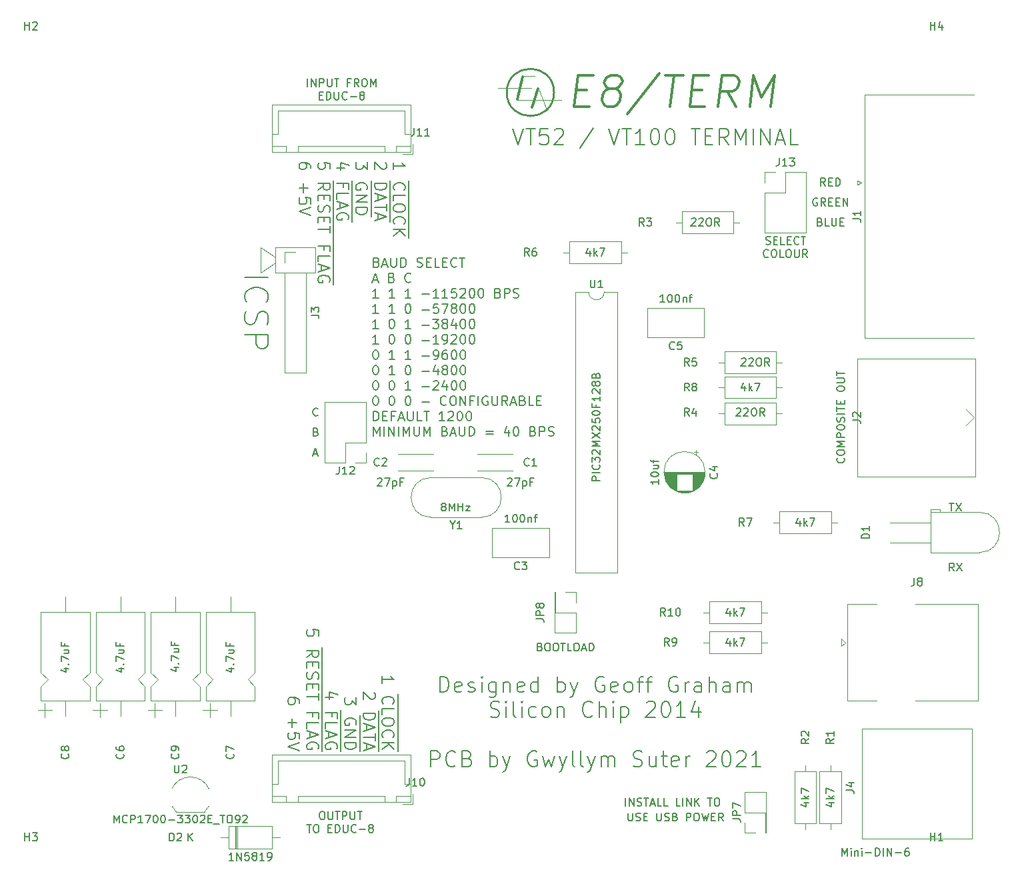
<source format=gbr>
%TF.GenerationSoftware,KiCad,Pcbnew,(5.1.10-1-10_14)*%
%TF.CreationDate,2022-02-21T18:02:18+11:00*%
%TF.ProjectId,Video terminal ,56696465-6f20-4746-9572-6d696e616c20,rev?*%
%TF.SameCoordinates,Original*%
%TF.FileFunction,Legend,Top*%
%TF.FilePolarity,Positive*%
%FSLAX46Y46*%
G04 Gerber Fmt 4.6, Leading zero omitted, Abs format (unit mm)*
G04 Created by KiCad (PCBNEW (5.1.10-1-10_14)) date 2022-02-21 18:02:18*
%MOMM*%
%LPD*%
G01*
G04 APERTURE LIST*
%ADD10C,0.150000*%
%ADD11C,0.120000*%
%ADD12C,0.300000*%
%ADD13C,0.240000*%
G04 APERTURE END LIST*
D10*
X81041428Y-38990357D02*
X81041428Y-38133214D01*
X81041428Y-38561785D02*
X82541428Y-38561785D01*
X82327142Y-38418928D01*
X82184285Y-38276071D01*
X82112857Y-38133214D01*
X82995000Y-40418928D02*
X82995000Y-41918928D01*
X81184285Y-41633214D02*
X81112857Y-41561785D01*
X81041428Y-41347500D01*
X81041428Y-41204642D01*
X81112857Y-40990357D01*
X81255714Y-40847500D01*
X81398571Y-40776071D01*
X81684285Y-40704642D01*
X81898571Y-40704642D01*
X82184285Y-40776071D01*
X82327142Y-40847500D01*
X82470000Y-40990357D01*
X82541428Y-41204642D01*
X82541428Y-41347500D01*
X82470000Y-41561785D01*
X82398571Y-41633214D01*
X82995000Y-41918928D02*
X82995000Y-43133214D01*
X81041428Y-42990357D02*
X81041428Y-42276071D01*
X82541428Y-42276071D01*
X82995000Y-43133214D02*
X82995000Y-44704642D01*
X82541428Y-43776071D02*
X82541428Y-44061785D01*
X82470000Y-44204642D01*
X82327142Y-44347500D01*
X82041428Y-44418928D01*
X81541428Y-44418928D01*
X81255714Y-44347500D01*
X81112857Y-44204642D01*
X81041428Y-44061785D01*
X81041428Y-43776071D01*
X81112857Y-43633214D01*
X81255714Y-43490357D01*
X81541428Y-43418928D01*
X82041428Y-43418928D01*
X82327142Y-43490357D01*
X82470000Y-43633214D01*
X82541428Y-43776071D01*
X82995000Y-44704642D02*
X82995000Y-46204642D01*
X81184285Y-45918928D02*
X81112857Y-45847500D01*
X81041428Y-45633214D01*
X81041428Y-45490357D01*
X81112857Y-45276071D01*
X81255714Y-45133214D01*
X81398571Y-45061785D01*
X81684285Y-44990357D01*
X81898571Y-44990357D01*
X82184285Y-45061785D01*
X82327142Y-45133214D01*
X82470000Y-45276071D01*
X82541428Y-45490357D01*
X82541428Y-45633214D01*
X82470000Y-45847500D01*
X82398571Y-45918928D01*
X82995000Y-46204642D02*
X82995000Y-47704642D01*
X81041428Y-46561785D02*
X82541428Y-46561785D01*
X81041428Y-47418928D02*
X81898571Y-46776071D01*
X82541428Y-47418928D02*
X81684285Y-46561785D01*
X79998571Y-38133214D02*
X80070000Y-38204642D01*
X80141428Y-38347500D01*
X80141428Y-38704642D01*
X80070000Y-38847500D01*
X79998571Y-38918928D01*
X79855714Y-38990357D01*
X79712857Y-38990357D01*
X79498571Y-38918928D01*
X78641428Y-38061785D01*
X78641428Y-38990357D01*
X80595000Y-40418928D02*
X80595000Y-41918928D01*
X78641428Y-40776071D02*
X80141428Y-40776071D01*
X80141428Y-41133214D01*
X80070000Y-41347500D01*
X79927142Y-41490357D01*
X79784285Y-41561785D01*
X79498571Y-41633214D01*
X79284285Y-41633214D01*
X78998571Y-41561785D01*
X78855714Y-41490357D01*
X78712857Y-41347500D01*
X78641428Y-41133214D01*
X78641428Y-40776071D01*
X80595000Y-41918928D02*
X80595000Y-43204642D01*
X79070000Y-42204642D02*
X79070000Y-42918928D01*
X78641428Y-42061785D02*
X80141428Y-42561785D01*
X78641428Y-43061785D01*
X80595000Y-43204642D02*
X80595000Y-44347500D01*
X80141428Y-43347500D02*
X80141428Y-44204642D01*
X78641428Y-43776071D02*
X80141428Y-43776071D01*
X80595000Y-44347500D02*
X80595000Y-45633214D01*
X79070000Y-44633214D02*
X79070000Y-45347500D01*
X78641428Y-44490357D02*
X80141428Y-44990357D01*
X78641428Y-45490357D01*
X77741428Y-38061785D02*
X77741428Y-38990357D01*
X77170000Y-38490357D01*
X77170000Y-38704642D01*
X77098571Y-38847500D01*
X77027142Y-38918928D01*
X76884285Y-38990357D01*
X76527142Y-38990357D01*
X76384285Y-38918928D01*
X76312857Y-38847500D01*
X76241428Y-38704642D01*
X76241428Y-38276071D01*
X76312857Y-38133214D01*
X76384285Y-38061785D01*
X78195000Y-40418928D02*
X78195000Y-41918928D01*
X77670000Y-41561785D02*
X77741428Y-41418928D01*
X77741428Y-41204642D01*
X77670000Y-40990357D01*
X77527142Y-40847500D01*
X77384285Y-40776071D01*
X77098571Y-40704642D01*
X76884285Y-40704642D01*
X76598571Y-40776071D01*
X76455714Y-40847500D01*
X76312857Y-40990357D01*
X76241428Y-41204642D01*
X76241428Y-41347500D01*
X76312857Y-41561785D01*
X76384285Y-41633214D01*
X76884285Y-41633214D01*
X76884285Y-41347500D01*
X78195000Y-41918928D02*
X78195000Y-43490357D01*
X76241428Y-42276071D02*
X77741428Y-42276071D01*
X76241428Y-43133214D01*
X77741428Y-43133214D01*
X78195000Y-43490357D02*
X78195000Y-44990357D01*
X76241428Y-43847500D02*
X77741428Y-43847500D01*
X77741428Y-44204642D01*
X77670000Y-44418928D01*
X77527142Y-44561785D01*
X77384285Y-44633214D01*
X77098571Y-44704642D01*
X76884285Y-44704642D01*
X76598571Y-44633214D01*
X76455714Y-44561785D01*
X76312857Y-44418928D01*
X76241428Y-44204642D01*
X76241428Y-43847500D01*
X74841428Y-38847500D02*
X73841428Y-38847500D01*
X75412857Y-38490357D02*
X74341428Y-38133214D01*
X74341428Y-39061785D01*
X75795000Y-40418928D02*
X75795000Y-41704642D01*
X74627142Y-41276071D02*
X74627142Y-40776071D01*
X73841428Y-40776071D02*
X75341428Y-40776071D01*
X75341428Y-41490357D01*
X75795000Y-41704642D02*
X75795000Y-42918928D01*
X73841428Y-42776071D02*
X73841428Y-42061785D01*
X75341428Y-42061785D01*
X75795000Y-42918928D02*
X75795000Y-44204642D01*
X74270000Y-43204642D02*
X74270000Y-43918928D01*
X73841428Y-43061785D02*
X75341428Y-43561785D01*
X73841428Y-44061785D01*
X75795000Y-44204642D02*
X75795000Y-45704642D01*
X75270000Y-45347500D02*
X75341428Y-45204642D01*
X75341428Y-44990357D01*
X75270000Y-44776071D01*
X75127142Y-44633214D01*
X74984285Y-44561785D01*
X74698571Y-44490357D01*
X74484285Y-44490357D01*
X74198571Y-44561785D01*
X74055714Y-44633214D01*
X73912857Y-44776071D01*
X73841428Y-44990357D01*
X73841428Y-45133214D01*
X73912857Y-45347500D01*
X73984285Y-45418928D01*
X74484285Y-45418928D01*
X74484285Y-45133214D01*
X72941428Y-38918928D02*
X72941428Y-38204642D01*
X72227142Y-38133214D01*
X72298571Y-38204642D01*
X72370000Y-38347500D01*
X72370000Y-38704642D01*
X72298571Y-38847500D01*
X72227142Y-38918928D01*
X72084285Y-38990357D01*
X71727142Y-38990357D01*
X71584285Y-38918928D01*
X71512857Y-38847500D01*
X71441428Y-38704642D01*
X71441428Y-38347500D01*
X71512857Y-38204642D01*
X71584285Y-38133214D01*
X73395000Y-40418928D02*
X73395000Y-41918928D01*
X71441428Y-41633214D02*
X72155714Y-41133214D01*
X71441428Y-40776071D02*
X72941428Y-40776071D01*
X72941428Y-41347500D01*
X72870000Y-41490357D01*
X72798571Y-41561785D01*
X72655714Y-41633214D01*
X72441428Y-41633214D01*
X72298571Y-41561785D01*
X72227142Y-41490357D01*
X72155714Y-41347500D01*
X72155714Y-40776071D01*
X73395000Y-41918928D02*
X73395000Y-43276071D01*
X72227142Y-42276071D02*
X72227142Y-42776071D01*
X71441428Y-42990357D02*
X71441428Y-42276071D01*
X72941428Y-42276071D01*
X72941428Y-42990357D01*
X73395000Y-43276071D02*
X73395000Y-44704642D01*
X71512857Y-43561785D02*
X71441428Y-43776071D01*
X71441428Y-44133214D01*
X71512857Y-44276071D01*
X71584285Y-44347500D01*
X71727142Y-44418928D01*
X71870000Y-44418928D01*
X72012857Y-44347500D01*
X72084285Y-44276071D01*
X72155714Y-44133214D01*
X72227142Y-43847500D01*
X72298571Y-43704642D01*
X72370000Y-43633214D01*
X72512857Y-43561785D01*
X72655714Y-43561785D01*
X72798571Y-43633214D01*
X72870000Y-43704642D01*
X72941428Y-43847500D01*
X72941428Y-44204642D01*
X72870000Y-44418928D01*
X73395000Y-44704642D02*
X73395000Y-46061785D01*
X72227142Y-45061785D02*
X72227142Y-45561785D01*
X71441428Y-45776071D02*
X71441428Y-45061785D01*
X72941428Y-45061785D01*
X72941428Y-45776071D01*
X73395000Y-46061785D02*
X73395000Y-47204642D01*
X72941428Y-46204642D02*
X72941428Y-47061785D01*
X71441428Y-46633214D02*
X72941428Y-46633214D01*
X73395000Y-47204642D02*
X73395000Y-48347500D01*
X73395000Y-48347500D02*
X73395000Y-49633214D01*
X72227142Y-49204642D02*
X72227142Y-48704642D01*
X71441428Y-48704642D02*
X72941428Y-48704642D01*
X72941428Y-49418928D01*
X73395000Y-49633214D02*
X73395000Y-50847500D01*
X71441428Y-50704642D02*
X71441428Y-49990357D01*
X72941428Y-49990357D01*
X73395000Y-50847500D02*
X73395000Y-52133214D01*
X71870000Y-51133214D02*
X71870000Y-51847500D01*
X71441428Y-50990357D02*
X72941428Y-51490357D01*
X71441428Y-51990357D01*
X73395000Y-52133214D02*
X73395000Y-53633214D01*
X72870000Y-53276071D02*
X72941428Y-53133214D01*
X72941428Y-52918928D01*
X72870000Y-52704642D01*
X72727142Y-52561785D01*
X72584285Y-52490357D01*
X72298571Y-52418928D01*
X72084285Y-52418928D01*
X71798571Y-52490357D01*
X71655714Y-52561785D01*
X71512857Y-52704642D01*
X71441428Y-52918928D01*
X71441428Y-53061785D01*
X71512857Y-53276071D01*
X71584285Y-53347500D01*
X72084285Y-53347500D01*
X72084285Y-53061785D01*
X70541428Y-38847500D02*
X70541428Y-38561785D01*
X70470000Y-38418928D01*
X70398571Y-38347500D01*
X70184285Y-38204642D01*
X69898571Y-38133214D01*
X69327142Y-38133214D01*
X69184285Y-38204642D01*
X69112857Y-38276071D01*
X69041428Y-38418928D01*
X69041428Y-38704642D01*
X69112857Y-38847500D01*
X69184285Y-38918928D01*
X69327142Y-38990357D01*
X69684285Y-38990357D01*
X69827142Y-38918928D01*
X69898571Y-38847500D01*
X69970000Y-38704642D01*
X69970000Y-38418928D01*
X69898571Y-38276071D01*
X69827142Y-38204642D01*
X69684285Y-38133214D01*
X69612857Y-40776071D02*
X69612857Y-41918928D01*
X69041428Y-41347500D02*
X70184285Y-41347500D01*
X70541428Y-43347500D02*
X70541428Y-42633214D01*
X69827142Y-42561785D01*
X69898571Y-42633214D01*
X69970000Y-42776071D01*
X69970000Y-43133214D01*
X69898571Y-43276071D01*
X69827142Y-43347500D01*
X69684285Y-43418928D01*
X69327142Y-43418928D01*
X69184285Y-43347500D01*
X69112857Y-43276071D01*
X69041428Y-43133214D01*
X69041428Y-42776071D01*
X69112857Y-42633214D01*
X69184285Y-42561785D01*
X70541428Y-43847500D02*
X69041428Y-44347500D01*
X70541428Y-44847500D01*
X110506666Y-119832380D02*
X110506666Y-118832380D01*
X110982857Y-119832380D02*
X110982857Y-118832380D01*
X111554285Y-119832380D01*
X111554285Y-118832380D01*
X111982857Y-119784761D02*
X112125714Y-119832380D01*
X112363809Y-119832380D01*
X112459047Y-119784761D01*
X112506666Y-119737142D01*
X112554285Y-119641904D01*
X112554285Y-119546666D01*
X112506666Y-119451428D01*
X112459047Y-119403809D01*
X112363809Y-119356190D01*
X112173333Y-119308571D01*
X112078095Y-119260952D01*
X112030476Y-119213333D01*
X111982857Y-119118095D01*
X111982857Y-119022857D01*
X112030476Y-118927619D01*
X112078095Y-118880000D01*
X112173333Y-118832380D01*
X112411428Y-118832380D01*
X112554285Y-118880000D01*
X112840000Y-118832380D02*
X113411428Y-118832380D01*
X113125714Y-119832380D02*
X113125714Y-118832380D01*
X113697142Y-119546666D02*
X114173333Y-119546666D01*
X113601904Y-119832380D02*
X113935238Y-118832380D01*
X114268571Y-119832380D01*
X115078095Y-119832380D02*
X114601904Y-119832380D01*
X114601904Y-118832380D01*
X115887619Y-119832380D02*
X115411428Y-119832380D01*
X115411428Y-118832380D01*
X117459047Y-119832380D02*
X116982857Y-119832380D01*
X116982857Y-118832380D01*
X117792380Y-119832380D02*
X117792380Y-118832380D01*
X118268571Y-119832380D02*
X118268571Y-118832380D01*
X118840000Y-119832380D01*
X118840000Y-118832380D01*
X119316190Y-119832380D02*
X119316190Y-118832380D01*
X119887619Y-119832380D02*
X119459047Y-119260952D01*
X119887619Y-118832380D02*
X119316190Y-119403809D01*
X120935238Y-118832380D02*
X121506666Y-118832380D01*
X121220952Y-119832380D02*
X121220952Y-118832380D01*
X122030476Y-118832380D02*
X122220952Y-118832380D01*
X122316190Y-118880000D01*
X122411428Y-118975238D01*
X122459047Y-119165714D01*
X122459047Y-119499047D01*
X122411428Y-119689523D01*
X122316190Y-119784761D01*
X122220952Y-119832380D01*
X122030476Y-119832380D01*
X121935238Y-119784761D01*
X121840000Y-119689523D01*
X121792380Y-119499047D01*
X121792380Y-119165714D01*
X121840000Y-118975238D01*
X121935238Y-118880000D01*
X122030476Y-118832380D01*
X78888214Y-50784285D02*
X79059642Y-50841428D01*
X79116785Y-50898571D01*
X79173928Y-51012857D01*
X79173928Y-51184285D01*
X79116785Y-51298571D01*
X79059642Y-51355714D01*
X78945357Y-51412857D01*
X78488214Y-51412857D01*
X78488214Y-50212857D01*
X78888214Y-50212857D01*
X79002500Y-50270000D01*
X79059642Y-50327142D01*
X79116785Y-50441428D01*
X79116785Y-50555714D01*
X79059642Y-50670000D01*
X79002500Y-50727142D01*
X78888214Y-50784285D01*
X78488214Y-50784285D01*
X79631071Y-51070000D02*
X80202500Y-51070000D01*
X79516785Y-51412857D02*
X79916785Y-50212857D01*
X80316785Y-51412857D01*
X80716785Y-50212857D02*
X80716785Y-51184285D01*
X80773928Y-51298571D01*
X80831071Y-51355714D01*
X80945357Y-51412857D01*
X81173928Y-51412857D01*
X81288214Y-51355714D01*
X81345357Y-51298571D01*
X81402500Y-51184285D01*
X81402500Y-50212857D01*
X81973928Y-51412857D02*
X81973928Y-50212857D01*
X82259642Y-50212857D01*
X82431071Y-50270000D01*
X82545357Y-50384285D01*
X82602500Y-50498571D01*
X82659642Y-50727142D01*
X82659642Y-50898571D01*
X82602500Y-51127142D01*
X82545357Y-51241428D01*
X82431071Y-51355714D01*
X82259642Y-51412857D01*
X81973928Y-51412857D01*
X84031071Y-51355714D02*
X84202500Y-51412857D01*
X84488214Y-51412857D01*
X84602500Y-51355714D01*
X84659642Y-51298571D01*
X84716785Y-51184285D01*
X84716785Y-51070000D01*
X84659642Y-50955714D01*
X84602500Y-50898571D01*
X84488214Y-50841428D01*
X84259642Y-50784285D01*
X84145357Y-50727142D01*
X84088214Y-50670000D01*
X84031071Y-50555714D01*
X84031071Y-50441428D01*
X84088214Y-50327142D01*
X84145357Y-50270000D01*
X84259642Y-50212857D01*
X84545357Y-50212857D01*
X84716785Y-50270000D01*
X85231071Y-50784285D02*
X85631071Y-50784285D01*
X85802500Y-51412857D02*
X85231071Y-51412857D01*
X85231071Y-50212857D01*
X85802500Y-50212857D01*
X86888214Y-51412857D02*
X86316785Y-51412857D01*
X86316785Y-50212857D01*
X87288214Y-50784285D02*
X87688214Y-50784285D01*
X87859642Y-51412857D02*
X87288214Y-51412857D01*
X87288214Y-50212857D01*
X87859642Y-50212857D01*
X89059642Y-51298571D02*
X89002500Y-51355714D01*
X88831071Y-51412857D01*
X88716785Y-51412857D01*
X88545357Y-51355714D01*
X88431071Y-51241428D01*
X88373928Y-51127142D01*
X88316785Y-50898571D01*
X88316785Y-50727142D01*
X88373928Y-50498571D01*
X88431071Y-50384285D01*
X88545357Y-50270000D01*
X88716785Y-50212857D01*
X88831071Y-50212857D01*
X89002500Y-50270000D01*
X89059642Y-50327142D01*
X89402500Y-50212857D02*
X90088214Y-50212857D01*
X89745357Y-51412857D02*
X89745357Y-50212857D01*
X78431071Y-53020000D02*
X79002500Y-53020000D01*
X78316785Y-53362857D02*
X78716785Y-52162857D01*
X79116785Y-53362857D01*
X80831071Y-52734285D02*
X81002500Y-52791428D01*
X81059642Y-52848571D01*
X81116785Y-52962857D01*
X81116785Y-53134285D01*
X81059642Y-53248571D01*
X81002500Y-53305714D01*
X80888214Y-53362857D01*
X80431071Y-53362857D01*
X80431071Y-52162857D01*
X80831071Y-52162857D01*
X80945357Y-52220000D01*
X81002500Y-52277142D01*
X81059642Y-52391428D01*
X81059642Y-52505714D01*
X81002500Y-52620000D01*
X80945357Y-52677142D01*
X80831071Y-52734285D01*
X80431071Y-52734285D01*
X83231071Y-53248571D02*
X83173928Y-53305714D01*
X83002500Y-53362857D01*
X82888214Y-53362857D01*
X82716785Y-53305714D01*
X82602500Y-53191428D01*
X82545357Y-53077142D01*
X82488214Y-52848571D01*
X82488214Y-52677142D01*
X82545357Y-52448571D01*
X82602500Y-52334285D01*
X82716785Y-52220000D01*
X82888214Y-52162857D01*
X83002500Y-52162857D01*
X83173928Y-52220000D01*
X83231071Y-52277142D01*
X79116785Y-55312857D02*
X78431071Y-55312857D01*
X78773928Y-55312857D02*
X78773928Y-54112857D01*
X78659642Y-54284285D01*
X78545357Y-54398571D01*
X78431071Y-54455714D01*
X81173928Y-55312857D02*
X80488214Y-55312857D01*
X80831071Y-55312857D02*
X80831071Y-54112857D01*
X80716785Y-54284285D01*
X80602500Y-54398571D01*
X80488214Y-54455714D01*
X83231071Y-55312857D02*
X82545357Y-55312857D01*
X82888214Y-55312857D02*
X82888214Y-54112857D01*
X82773928Y-54284285D01*
X82659642Y-54398571D01*
X82545357Y-54455714D01*
X84659642Y-54855714D02*
X85573928Y-54855714D01*
X86773928Y-55312857D02*
X86088214Y-55312857D01*
X86431071Y-55312857D02*
X86431071Y-54112857D01*
X86316785Y-54284285D01*
X86202500Y-54398571D01*
X86088214Y-54455714D01*
X87916785Y-55312857D02*
X87231071Y-55312857D01*
X87573928Y-55312857D02*
X87573928Y-54112857D01*
X87459642Y-54284285D01*
X87345357Y-54398571D01*
X87231071Y-54455714D01*
X89002500Y-54112857D02*
X88431071Y-54112857D01*
X88373928Y-54684285D01*
X88431071Y-54627142D01*
X88545357Y-54570000D01*
X88831071Y-54570000D01*
X88945357Y-54627142D01*
X89002500Y-54684285D01*
X89059642Y-54798571D01*
X89059642Y-55084285D01*
X89002500Y-55198571D01*
X88945357Y-55255714D01*
X88831071Y-55312857D01*
X88545357Y-55312857D01*
X88431071Y-55255714D01*
X88373928Y-55198571D01*
X89516785Y-54227142D02*
X89573928Y-54170000D01*
X89688214Y-54112857D01*
X89973928Y-54112857D01*
X90088214Y-54170000D01*
X90145357Y-54227142D01*
X90202500Y-54341428D01*
X90202500Y-54455714D01*
X90145357Y-54627142D01*
X89459642Y-55312857D01*
X90202500Y-55312857D01*
X90945357Y-54112857D02*
X91059642Y-54112857D01*
X91173928Y-54170000D01*
X91231071Y-54227142D01*
X91288214Y-54341428D01*
X91345357Y-54570000D01*
X91345357Y-54855714D01*
X91288214Y-55084285D01*
X91231071Y-55198571D01*
X91173928Y-55255714D01*
X91059642Y-55312857D01*
X90945357Y-55312857D01*
X90831071Y-55255714D01*
X90773928Y-55198571D01*
X90716785Y-55084285D01*
X90659642Y-54855714D01*
X90659642Y-54570000D01*
X90716785Y-54341428D01*
X90773928Y-54227142D01*
X90831071Y-54170000D01*
X90945357Y-54112857D01*
X92088214Y-54112857D02*
X92202500Y-54112857D01*
X92316785Y-54170000D01*
X92373928Y-54227142D01*
X92431071Y-54341428D01*
X92488214Y-54570000D01*
X92488214Y-54855714D01*
X92431071Y-55084285D01*
X92373928Y-55198571D01*
X92316785Y-55255714D01*
X92202500Y-55312857D01*
X92088214Y-55312857D01*
X91973928Y-55255714D01*
X91916785Y-55198571D01*
X91859642Y-55084285D01*
X91802500Y-54855714D01*
X91802500Y-54570000D01*
X91859642Y-54341428D01*
X91916785Y-54227142D01*
X91973928Y-54170000D01*
X92088214Y-54112857D01*
X94316785Y-54684285D02*
X94488214Y-54741428D01*
X94545357Y-54798571D01*
X94602500Y-54912857D01*
X94602500Y-55084285D01*
X94545357Y-55198571D01*
X94488214Y-55255714D01*
X94373928Y-55312857D01*
X93916785Y-55312857D01*
X93916785Y-54112857D01*
X94316785Y-54112857D01*
X94431071Y-54170000D01*
X94488214Y-54227142D01*
X94545357Y-54341428D01*
X94545357Y-54455714D01*
X94488214Y-54570000D01*
X94431071Y-54627142D01*
X94316785Y-54684285D01*
X93916785Y-54684285D01*
X95116785Y-55312857D02*
X95116785Y-54112857D01*
X95573928Y-54112857D01*
X95688214Y-54170000D01*
X95745357Y-54227142D01*
X95802500Y-54341428D01*
X95802500Y-54512857D01*
X95745357Y-54627142D01*
X95688214Y-54684285D01*
X95573928Y-54741428D01*
X95116785Y-54741428D01*
X96259642Y-55255714D02*
X96431071Y-55312857D01*
X96716785Y-55312857D01*
X96831071Y-55255714D01*
X96888214Y-55198571D01*
X96945357Y-55084285D01*
X96945357Y-54970000D01*
X96888214Y-54855714D01*
X96831071Y-54798571D01*
X96716785Y-54741428D01*
X96488214Y-54684285D01*
X96373928Y-54627142D01*
X96316785Y-54570000D01*
X96259642Y-54455714D01*
X96259642Y-54341428D01*
X96316785Y-54227142D01*
X96373928Y-54170000D01*
X96488214Y-54112857D01*
X96773928Y-54112857D01*
X96945357Y-54170000D01*
X79116785Y-57262857D02*
X78431071Y-57262857D01*
X78773928Y-57262857D02*
X78773928Y-56062857D01*
X78659642Y-56234285D01*
X78545357Y-56348571D01*
X78431071Y-56405714D01*
X81173928Y-57262857D02*
X80488214Y-57262857D01*
X80831071Y-57262857D02*
X80831071Y-56062857D01*
X80716785Y-56234285D01*
X80602500Y-56348571D01*
X80488214Y-56405714D01*
X82831071Y-56062857D02*
X82945357Y-56062857D01*
X83059642Y-56120000D01*
X83116785Y-56177142D01*
X83173928Y-56291428D01*
X83231071Y-56520000D01*
X83231071Y-56805714D01*
X83173928Y-57034285D01*
X83116785Y-57148571D01*
X83059642Y-57205714D01*
X82945357Y-57262857D01*
X82831071Y-57262857D01*
X82716785Y-57205714D01*
X82659642Y-57148571D01*
X82602500Y-57034285D01*
X82545357Y-56805714D01*
X82545357Y-56520000D01*
X82602500Y-56291428D01*
X82659642Y-56177142D01*
X82716785Y-56120000D01*
X82831071Y-56062857D01*
X84659642Y-56805714D02*
X85573928Y-56805714D01*
X86716785Y-56062857D02*
X86145357Y-56062857D01*
X86088214Y-56634285D01*
X86145357Y-56577142D01*
X86259642Y-56520000D01*
X86545357Y-56520000D01*
X86659642Y-56577142D01*
X86716785Y-56634285D01*
X86773928Y-56748571D01*
X86773928Y-57034285D01*
X86716785Y-57148571D01*
X86659642Y-57205714D01*
X86545357Y-57262857D01*
X86259642Y-57262857D01*
X86145357Y-57205714D01*
X86088214Y-57148571D01*
X87173928Y-56062857D02*
X87973928Y-56062857D01*
X87459642Y-57262857D01*
X88602500Y-56577142D02*
X88488214Y-56520000D01*
X88431071Y-56462857D01*
X88373928Y-56348571D01*
X88373928Y-56291428D01*
X88431071Y-56177142D01*
X88488214Y-56120000D01*
X88602500Y-56062857D01*
X88831071Y-56062857D01*
X88945357Y-56120000D01*
X89002500Y-56177142D01*
X89059642Y-56291428D01*
X89059642Y-56348571D01*
X89002500Y-56462857D01*
X88945357Y-56520000D01*
X88831071Y-56577142D01*
X88602500Y-56577142D01*
X88488214Y-56634285D01*
X88431071Y-56691428D01*
X88373928Y-56805714D01*
X88373928Y-57034285D01*
X88431071Y-57148571D01*
X88488214Y-57205714D01*
X88602500Y-57262857D01*
X88831071Y-57262857D01*
X88945357Y-57205714D01*
X89002500Y-57148571D01*
X89059642Y-57034285D01*
X89059642Y-56805714D01*
X89002500Y-56691428D01*
X88945357Y-56634285D01*
X88831071Y-56577142D01*
X89802500Y-56062857D02*
X89916785Y-56062857D01*
X90031071Y-56120000D01*
X90088214Y-56177142D01*
X90145357Y-56291428D01*
X90202500Y-56520000D01*
X90202500Y-56805714D01*
X90145357Y-57034285D01*
X90088214Y-57148571D01*
X90031071Y-57205714D01*
X89916785Y-57262857D01*
X89802500Y-57262857D01*
X89688214Y-57205714D01*
X89631071Y-57148571D01*
X89573928Y-57034285D01*
X89516785Y-56805714D01*
X89516785Y-56520000D01*
X89573928Y-56291428D01*
X89631071Y-56177142D01*
X89688214Y-56120000D01*
X89802500Y-56062857D01*
X90945357Y-56062857D02*
X91059642Y-56062857D01*
X91173928Y-56120000D01*
X91231071Y-56177142D01*
X91288214Y-56291428D01*
X91345357Y-56520000D01*
X91345357Y-56805714D01*
X91288214Y-57034285D01*
X91231071Y-57148571D01*
X91173928Y-57205714D01*
X91059642Y-57262857D01*
X90945357Y-57262857D01*
X90831071Y-57205714D01*
X90773928Y-57148571D01*
X90716785Y-57034285D01*
X90659642Y-56805714D01*
X90659642Y-56520000D01*
X90716785Y-56291428D01*
X90773928Y-56177142D01*
X90831071Y-56120000D01*
X90945357Y-56062857D01*
X79116785Y-59212857D02*
X78431071Y-59212857D01*
X78773928Y-59212857D02*
X78773928Y-58012857D01*
X78659642Y-58184285D01*
X78545357Y-58298571D01*
X78431071Y-58355714D01*
X80773928Y-58012857D02*
X80888214Y-58012857D01*
X81002500Y-58070000D01*
X81059642Y-58127142D01*
X81116785Y-58241428D01*
X81173928Y-58470000D01*
X81173928Y-58755714D01*
X81116785Y-58984285D01*
X81059642Y-59098571D01*
X81002500Y-59155714D01*
X80888214Y-59212857D01*
X80773928Y-59212857D01*
X80659642Y-59155714D01*
X80602500Y-59098571D01*
X80545357Y-58984285D01*
X80488214Y-58755714D01*
X80488214Y-58470000D01*
X80545357Y-58241428D01*
X80602500Y-58127142D01*
X80659642Y-58070000D01*
X80773928Y-58012857D01*
X83231071Y-59212857D02*
X82545357Y-59212857D01*
X82888214Y-59212857D02*
X82888214Y-58012857D01*
X82773928Y-58184285D01*
X82659642Y-58298571D01*
X82545357Y-58355714D01*
X84659642Y-58755714D02*
X85573928Y-58755714D01*
X86031071Y-58012857D02*
X86773928Y-58012857D01*
X86373928Y-58470000D01*
X86545357Y-58470000D01*
X86659642Y-58527142D01*
X86716785Y-58584285D01*
X86773928Y-58698571D01*
X86773928Y-58984285D01*
X86716785Y-59098571D01*
X86659642Y-59155714D01*
X86545357Y-59212857D01*
X86202500Y-59212857D01*
X86088214Y-59155714D01*
X86031071Y-59098571D01*
X87459642Y-58527142D02*
X87345357Y-58470000D01*
X87288214Y-58412857D01*
X87231071Y-58298571D01*
X87231071Y-58241428D01*
X87288214Y-58127142D01*
X87345357Y-58070000D01*
X87459642Y-58012857D01*
X87688214Y-58012857D01*
X87802500Y-58070000D01*
X87859642Y-58127142D01*
X87916785Y-58241428D01*
X87916785Y-58298571D01*
X87859642Y-58412857D01*
X87802500Y-58470000D01*
X87688214Y-58527142D01*
X87459642Y-58527142D01*
X87345357Y-58584285D01*
X87288214Y-58641428D01*
X87231071Y-58755714D01*
X87231071Y-58984285D01*
X87288214Y-59098571D01*
X87345357Y-59155714D01*
X87459642Y-59212857D01*
X87688214Y-59212857D01*
X87802500Y-59155714D01*
X87859642Y-59098571D01*
X87916785Y-58984285D01*
X87916785Y-58755714D01*
X87859642Y-58641428D01*
X87802500Y-58584285D01*
X87688214Y-58527142D01*
X88945357Y-58412857D02*
X88945357Y-59212857D01*
X88659642Y-57955714D02*
X88373928Y-58812857D01*
X89116785Y-58812857D01*
X89802500Y-58012857D02*
X89916785Y-58012857D01*
X90031071Y-58070000D01*
X90088214Y-58127142D01*
X90145357Y-58241428D01*
X90202500Y-58470000D01*
X90202500Y-58755714D01*
X90145357Y-58984285D01*
X90088214Y-59098571D01*
X90031071Y-59155714D01*
X89916785Y-59212857D01*
X89802500Y-59212857D01*
X89688214Y-59155714D01*
X89631071Y-59098571D01*
X89573928Y-58984285D01*
X89516785Y-58755714D01*
X89516785Y-58470000D01*
X89573928Y-58241428D01*
X89631071Y-58127142D01*
X89688214Y-58070000D01*
X89802500Y-58012857D01*
X90945357Y-58012857D02*
X91059642Y-58012857D01*
X91173928Y-58070000D01*
X91231071Y-58127142D01*
X91288214Y-58241428D01*
X91345357Y-58470000D01*
X91345357Y-58755714D01*
X91288214Y-58984285D01*
X91231071Y-59098571D01*
X91173928Y-59155714D01*
X91059642Y-59212857D01*
X90945357Y-59212857D01*
X90831071Y-59155714D01*
X90773928Y-59098571D01*
X90716785Y-58984285D01*
X90659642Y-58755714D01*
X90659642Y-58470000D01*
X90716785Y-58241428D01*
X90773928Y-58127142D01*
X90831071Y-58070000D01*
X90945357Y-58012857D01*
X79116785Y-61162857D02*
X78431071Y-61162857D01*
X78773928Y-61162857D02*
X78773928Y-59962857D01*
X78659642Y-60134285D01*
X78545357Y-60248571D01*
X78431071Y-60305714D01*
X80773928Y-59962857D02*
X80888214Y-59962857D01*
X81002500Y-60020000D01*
X81059642Y-60077142D01*
X81116785Y-60191428D01*
X81173928Y-60420000D01*
X81173928Y-60705714D01*
X81116785Y-60934285D01*
X81059642Y-61048571D01*
X81002500Y-61105714D01*
X80888214Y-61162857D01*
X80773928Y-61162857D01*
X80659642Y-61105714D01*
X80602500Y-61048571D01*
X80545357Y-60934285D01*
X80488214Y-60705714D01*
X80488214Y-60420000D01*
X80545357Y-60191428D01*
X80602500Y-60077142D01*
X80659642Y-60020000D01*
X80773928Y-59962857D01*
X82831071Y-59962857D02*
X82945357Y-59962857D01*
X83059642Y-60020000D01*
X83116785Y-60077142D01*
X83173928Y-60191428D01*
X83231071Y-60420000D01*
X83231071Y-60705714D01*
X83173928Y-60934285D01*
X83116785Y-61048571D01*
X83059642Y-61105714D01*
X82945357Y-61162857D01*
X82831071Y-61162857D01*
X82716785Y-61105714D01*
X82659642Y-61048571D01*
X82602500Y-60934285D01*
X82545357Y-60705714D01*
X82545357Y-60420000D01*
X82602500Y-60191428D01*
X82659642Y-60077142D01*
X82716785Y-60020000D01*
X82831071Y-59962857D01*
X84659642Y-60705714D02*
X85573928Y-60705714D01*
X86773928Y-61162857D02*
X86088214Y-61162857D01*
X86431071Y-61162857D02*
X86431071Y-59962857D01*
X86316785Y-60134285D01*
X86202500Y-60248571D01*
X86088214Y-60305714D01*
X87345357Y-61162857D02*
X87573928Y-61162857D01*
X87688214Y-61105714D01*
X87745357Y-61048571D01*
X87859642Y-60877142D01*
X87916785Y-60648571D01*
X87916785Y-60191428D01*
X87859642Y-60077142D01*
X87802500Y-60020000D01*
X87688214Y-59962857D01*
X87459642Y-59962857D01*
X87345357Y-60020000D01*
X87288214Y-60077142D01*
X87231071Y-60191428D01*
X87231071Y-60477142D01*
X87288214Y-60591428D01*
X87345357Y-60648571D01*
X87459642Y-60705714D01*
X87688214Y-60705714D01*
X87802500Y-60648571D01*
X87859642Y-60591428D01*
X87916785Y-60477142D01*
X88373928Y-60077142D02*
X88431071Y-60020000D01*
X88545357Y-59962857D01*
X88831071Y-59962857D01*
X88945357Y-60020000D01*
X89002500Y-60077142D01*
X89059642Y-60191428D01*
X89059642Y-60305714D01*
X89002500Y-60477142D01*
X88316785Y-61162857D01*
X89059642Y-61162857D01*
X89802500Y-59962857D02*
X89916785Y-59962857D01*
X90031071Y-60020000D01*
X90088214Y-60077142D01*
X90145357Y-60191428D01*
X90202500Y-60420000D01*
X90202500Y-60705714D01*
X90145357Y-60934285D01*
X90088214Y-61048571D01*
X90031071Y-61105714D01*
X89916785Y-61162857D01*
X89802500Y-61162857D01*
X89688214Y-61105714D01*
X89631071Y-61048571D01*
X89573928Y-60934285D01*
X89516785Y-60705714D01*
X89516785Y-60420000D01*
X89573928Y-60191428D01*
X89631071Y-60077142D01*
X89688214Y-60020000D01*
X89802500Y-59962857D01*
X90945357Y-59962857D02*
X91059642Y-59962857D01*
X91173928Y-60020000D01*
X91231071Y-60077142D01*
X91288214Y-60191428D01*
X91345357Y-60420000D01*
X91345357Y-60705714D01*
X91288214Y-60934285D01*
X91231071Y-61048571D01*
X91173928Y-61105714D01*
X91059642Y-61162857D01*
X90945357Y-61162857D01*
X90831071Y-61105714D01*
X90773928Y-61048571D01*
X90716785Y-60934285D01*
X90659642Y-60705714D01*
X90659642Y-60420000D01*
X90716785Y-60191428D01*
X90773928Y-60077142D01*
X90831071Y-60020000D01*
X90945357Y-59962857D01*
X78716785Y-61912857D02*
X78831071Y-61912857D01*
X78945357Y-61970000D01*
X79002500Y-62027142D01*
X79059642Y-62141428D01*
X79116785Y-62370000D01*
X79116785Y-62655714D01*
X79059642Y-62884285D01*
X79002500Y-62998571D01*
X78945357Y-63055714D01*
X78831071Y-63112857D01*
X78716785Y-63112857D01*
X78602500Y-63055714D01*
X78545357Y-62998571D01*
X78488214Y-62884285D01*
X78431071Y-62655714D01*
X78431071Y-62370000D01*
X78488214Y-62141428D01*
X78545357Y-62027142D01*
X78602500Y-61970000D01*
X78716785Y-61912857D01*
X81173928Y-63112857D02*
X80488214Y-63112857D01*
X80831071Y-63112857D02*
X80831071Y-61912857D01*
X80716785Y-62084285D01*
X80602500Y-62198571D01*
X80488214Y-62255714D01*
X83231071Y-63112857D02*
X82545357Y-63112857D01*
X82888214Y-63112857D02*
X82888214Y-61912857D01*
X82773928Y-62084285D01*
X82659642Y-62198571D01*
X82545357Y-62255714D01*
X84659642Y-62655714D02*
X85573928Y-62655714D01*
X86202500Y-63112857D02*
X86431071Y-63112857D01*
X86545357Y-63055714D01*
X86602500Y-62998571D01*
X86716785Y-62827142D01*
X86773928Y-62598571D01*
X86773928Y-62141428D01*
X86716785Y-62027142D01*
X86659642Y-61970000D01*
X86545357Y-61912857D01*
X86316785Y-61912857D01*
X86202500Y-61970000D01*
X86145357Y-62027142D01*
X86088214Y-62141428D01*
X86088214Y-62427142D01*
X86145357Y-62541428D01*
X86202500Y-62598571D01*
X86316785Y-62655714D01*
X86545357Y-62655714D01*
X86659642Y-62598571D01*
X86716785Y-62541428D01*
X86773928Y-62427142D01*
X87802500Y-61912857D02*
X87573928Y-61912857D01*
X87459642Y-61970000D01*
X87402500Y-62027142D01*
X87288214Y-62198571D01*
X87231071Y-62427142D01*
X87231071Y-62884285D01*
X87288214Y-62998571D01*
X87345357Y-63055714D01*
X87459642Y-63112857D01*
X87688214Y-63112857D01*
X87802500Y-63055714D01*
X87859642Y-62998571D01*
X87916785Y-62884285D01*
X87916785Y-62598571D01*
X87859642Y-62484285D01*
X87802500Y-62427142D01*
X87688214Y-62370000D01*
X87459642Y-62370000D01*
X87345357Y-62427142D01*
X87288214Y-62484285D01*
X87231071Y-62598571D01*
X88659642Y-61912857D02*
X88773928Y-61912857D01*
X88888214Y-61970000D01*
X88945357Y-62027142D01*
X89002500Y-62141428D01*
X89059642Y-62370000D01*
X89059642Y-62655714D01*
X89002500Y-62884285D01*
X88945357Y-62998571D01*
X88888214Y-63055714D01*
X88773928Y-63112857D01*
X88659642Y-63112857D01*
X88545357Y-63055714D01*
X88488214Y-62998571D01*
X88431071Y-62884285D01*
X88373928Y-62655714D01*
X88373928Y-62370000D01*
X88431071Y-62141428D01*
X88488214Y-62027142D01*
X88545357Y-61970000D01*
X88659642Y-61912857D01*
X89802500Y-61912857D02*
X89916785Y-61912857D01*
X90031071Y-61970000D01*
X90088214Y-62027142D01*
X90145357Y-62141428D01*
X90202500Y-62370000D01*
X90202500Y-62655714D01*
X90145357Y-62884285D01*
X90088214Y-62998571D01*
X90031071Y-63055714D01*
X89916785Y-63112857D01*
X89802500Y-63112857D01*
X89688214Y-63055714D01*
X89631071Y-62998571D01*
X89573928Y-62884285D01*
X89516785Y-62655714D01*
X89516785Y-62370000D01*
X89573928Y-62141428D01*
X89631071Y-62027142D01*
X89688214Y-61970000D01*
X89802500Y-61912857D01*
X78716785Y-63862857D02*
X78831071Y-63862857D01*
X78945357Y-63920000D01*
X79002500Y-63977142D01*
X79059642Y-64091428D01*
X79116785Y-64320000D01*
X79116785Y-64605714D01*
X79059642Y-64834285D01*
X79002500Y-64948571D01*
X78945357Y-65005714D01*
X78831071Y-65062857D01*
X78716785Y-65062857D01*
X78602500Y-65005714D01*
X78545357Y-64948571D01*
X78488214Y-64834285D01*
X78431071Y-64605714D01*
X78431071Y-64320000D01*
X78488214Y-64091428D01*
X78545357Y-63977142D01*
X78602500Y-63920000D01*
X78716785Y-63862857D01*
X81173928Y-65062857D02*
X80488214Y-65062857D01*
X80831071Y-65062857D02*
X80831071Y-63862857D01*
X80716785Y-64034285D01*
X80602500Y-64148571D01*
X80488214Y-64205714D01*
X82831071Y-63862857D02*
X82945357Y-63862857D01*
X83059642Y-63920000D01*
X83116785Y-63977142D01*
X83173928Y-64091428D01*
X83231071Y-64320000D01*
X83231071Y-64605714D01*
X83173928Y-64834285D01*
X83116785Y-64948571D01*
X83059642Y-65005714D01*
X82945357Y-65062857D01*
X82831071Y-65062857D01*
X82716785Y-65005714D01*
X82659642Y-64948571D01*
X82602500Y-64834285D01*
X82545357Y-64605714D01*
X82545357Y-64320000D01*
X82602500Y-64091428D01*
X82659642Y-63977142D01*
X82716785Y-63920000D01*
X82831071Y-63862857D01*
X84659642Y-64605714D02*
X85573928Y-64605714D01*
X86659642Y-64262857D02*
X86659642Y-65062857D01*
X86373928Y-63805714D02*
X86088214Y-64662857D01*
X86831071Y-64662857D01*
X87459642Y-64377142D02*
X87345357Y-64320000D01*
X87288214Y-64262857D01*
X87231071Y-64148571D01*
X87231071Y-64091428D01*
X87288214Y-63977142D01*
X87345357Y-63920000D01*
X87459642Y-63862857D01*
X87688214Y-63862857D01*
X87802500Y-63920000D01*
X87859642Y-63977142D01*
X87916785Y-64091428D01*
X87916785Y-64148571D01*
X87859642Y-64262857D01*
X87802500Y-64320000D01*
X87688214Y-64377142D01*
X87459642Y-64377142D01*
X87345357Y-64434285D01*
X87288214Y-64491428D01*
X87231071Y-64605714D01*
X87231071Y-64834285D01*
X87288214Y-64948571D01*
X87345357Y-65005714D01*
X87459642Y-65062857D01*
X87688214Y-65062857D01*
X87802500Y-65005714D01*
X87859642Y-64948571D01*
X87916785Y-64834285D01*
X87916785Y-64605714D01*
X87859642Y-64491428D01*
X87802500Y-64434285D01*
X87688214Y-64377142D01*
X88659642Y-63862857D02*
X88773928Y-63862857D01*
X88888214Y-63920000D01*
X88945357Y-63977142D01*
X89002500Y-64091428D01*
X89059642Y-64320000D01*
X89059642Y-64605714D01*
X89002500Y-64834285D01*
X88945357Y-64948571D01*
X88888214Y-65005714D01*
X88773928Y-65062857D01*
X88659642Y-65062857D01*
X88545357Y-65005714D01*
X88488214Y-64948571D01*
X88431071Y-64834285D01*
X88373928Y-64605714D01*
X88373928Y-64320000D01*
X88431071Y-64091428D01*
X88488214Y-63977142D01*
X88545357Y-63920000D01*
X88659642Y-63862857D01*
X89802500Y-63862857D02*
X89916785Y-63862857D01*
X90031071Y-63920000D01*
X90088214Y-63977142D01*
X90145357Y-64091428D01*
X90202500Y-64320000D01*
X90202500Y-64605714D01*
X90145357Y-64834285D01*
X90088214Y-64948571D01*
X90031071Y-65005714D01*
X89916785Y-65062857D01*
X89802500Y-65062857D01*
X89688214Y-65005714D01*
X89631071Y-64948571D01*
X89573928Y-64834285D01*
X89516785Y-64605714D01*
X89516785Y-64320000D01*
X89573928Y-64091428D01*
X89631071Y-63977142D01*
X89688214Y-63920000D01*
X89802500Y-63862857D01*
X78716785Y-65812857D02*
X78831071Y-65812857D01*
X78945357Y-65870000D01*
X79002500Y-65927142D01*
X79059642Y-66041428D01*
X79116785Y-66270000D01*
X79116785Y-66555714D01*
X79059642Y-66784285D01*
X79002500Y-66898571D01*
X78945357Y-66955714D01*
X78831071Y-67012857D01*
X78716785Y-67012857D01*
X78602500Y-66955714D01*
X78545357Y-66898571D01*
X78488214Y-66784285D01*
X78431071Y-66555714D01*
X78431071Y-66270000D01*
X78488214Y-66041428D01*
X78545357Y-65927142D01*
X78602500Y-65870000D01*
X78716785Y-65812857D01*
X80773928Y-65812857D02*
X80888214Y-65812857D01*
X81002500Y-65870000D01*
X81059642Y-65927142D01*
X81116785Y-66041428D01*
X81173928Y-66270000D01*
X81173928Y-66555714D01*
X81116785Y-66784285D01*
X81059642Y-66898571D01*
X81002500Y-66955714D01*
X80888214Y-67012857D01*
X80773928Y-67012857D01*
X80659642Y-66955714D01*
X80602500Y-66898571D01*
X80545357Y-66784285D01*
X80488214Y-66555714D01*
X80488214Y-66270000D01*
X80545357Y-66041428D01*
X80602500Y-65927142D01*
X80659642Y-65870000D01*
X80773928Y-65812857D01*
X83231071Y-67012857D02*
X82545357Y-67012857D01*
X82888214Y-67012857D02*
X82888214Y-65812857D01*
X82773928Y-65984285D01*
X82659642Y-66098571D01*
X82545357Y-66155714D01*
X84659642Y-66555714D02*
X85573928Y-66555714D01*
X86088214Y-65927142D02*
X86145357Y-65870000D01*
X86259642Y-65812857D01*
X86545357Y-65812857D01*
X86659642Y-65870000D01*
X86716785Y-65927142D01*
X86773928Y-66041428D01*
X86773928Y-66155714D01*
X86716785Y-66327142D01*
X86031071Y-67012857D01*
X86773928Y-67012857D01*
X87802500Y-66212857D02*
X87802500Y-67012857D01*
X87516785Y-65755714D02*
X87231071Y-66612857D01*
X87973928Y-66612857D01*
X88659642Y-65812857D02*
X88773928Y-65812857D01*
X88888214Y-65870000D01*
X88945357Y-65927142D01*
X89002500Y-66041428D01*
X89059642Y-66270000D01*
X89059642Y-66555714D01*
X89002500Y-66784285D01*
X88945357Y-66898571D01*
X88888214Y-66955714D01*
X88773928Y-67012857D01*
X88659642Y-67012857D01*
X88545357Y-66955714D01*
X88488214Y-66898571D01*
X88431071Y-66784285D01*
X88373928Y-66555714D01*
X88373928Y-66270000D01*
X88431071Y-66041428D01*
X88488214Y-65927142D01*
X88545357Y-65870000D01*
X88659642Y-65812857D01*
X89802500Y-65812857D02*
X89916785Y-65812857D01*
X90031071Y-65870000D01*
X90088214Y-65927142D01*
X90145357Y-66041428D01*
X90202500Y-66270000D01*
X90202500Y-66555714D01*
X90145357Y-66784285D01*
X90088214Y-66898571D01*
X90031071Y-66955714D01*
X89916785Y-67012857D01*
X89802500Y-67012857D01*
X89688214Y-66955714D01*
X89631071Y-66898571D01*
X89573928Y-66784285D01*
X89516785Y-66555714D01*
X89516785Y-66270000D01*
X89573928Y-66041428D01*
X89631071Y-65927142D01*
X89688214Y-65870000D01*
X89802500Y-65812857D01*
X78716785Y-67762857D02*
X78831071Y-67762857D01*
X78945357Y-67820000D01*
X79002500Y-67877142D01*
X79059642Y-67991428D01*
X79116785Y-68220000D01*
X79116785Y-68505714D01*
X79059642Y-68734285D01*
X79002500Y-68848571D01*
X78945357Y-68905714D01*
X78831071Y-68962857D01*
X78716785Y-68962857D01*
X78602500Y-68905714D01*
X78545357Y-68848571D01*
X78488214Y-68734285D01*
X78431071Y-68505714D01*
X78431071Y-68220000D01*
X78488214Y-67991428D01*
X78545357Y-67877142D01*
X78602500Y-67820000D01*
X78716785Y-67762857D01*
X80773928Y-67762857D02*
X80888214Y-67762857D01*
X81002500Y-67820000D01*
X81059642Y-67877142D01*
X81116785Y-67991428D01*
X81173928Y-68220000D01*
X81173928Y-68505714D01*
X81116785Y-68734285D01*
X81059642Y-68848571D01*
X81002500Y-68905714D01*
X80888214Y-68962857D01*
X80773928Y-68962857D01*
X80659642Y-68905714D01*
X80602500Y-68848571D01*
X80545357Y-68734285D01*
X80488214Y-68505714D01*
X80488214Y-68220000D01*
X80545357Y-67991428D01*
X80602500Y-67877142D01*
X80659642Y-67820000D01*
X80773928Y-67762857D01*
X82831071Y-67762857D02*
X82945357Y-67762857D01*
X83059642Y-67820000D01*
X83116785Y-67877142D01*
X83173928Y-67991428D01*
X83231071Y-68220000D01*
X83231071Y-68505714D01*
X83173928Y-68734285D01*
X83116785Y-68848571D01*
X83059642Y-68905714D01*
X82945357Y-68962857D01*
X82831071Y-68962857D01*
X82716785Y-68905714D01*
X82659642Y-68848571D01*
X82602500Y-68734285D01*
X82545357Y-68505714D01*
X82545357Y-68220000D01*
X82602500Y-67991428D01*
X82659642Y-67877142D01*
X82716785Y-67820000D01*
X82831071Y-67762857D01*
X84659642Y-68505714D02*
X85573928Y-68505714D01*
X87745357Y-68848571D02*
X87688214Y-68905714D01*
X87516785Y-68962857D01*
X87402500Y-68962857D01*
X87231071Y-68905714D01*
X87116785Y-68791428D01*
X87059642Y-68677142D01*
X87002500Y-68448571D01*
X87002500Y-68277142D01*
X87059642Y-68048571D01*
X87116785Y-67934285D01*
X87231071Y-67820000D01*
X87402500Y-67762857D01*
X87516785Y-67762857D01*
X87688214Y-67820000D01*
X87745357Y-67877142D01*
X88488214Y-67762857D02*
X88716785Y-67762857D01*
X88831071Y-67820000D01*
X88945357Y-67934285D01*
X89002500Y-68162857D01*
X89002500Y-68562857D01*
X88945357Y-68791428D01*
X88831071Y-68905714D01*
X88716785Y-68962857D01*
X88488214Y-68962857D01*
X88373928Y-68905714D01*
X88259642Y-68791428D01*
X88202500Y-68562857D01*
X88202500Y-68162857D01*
X88259642Y-67934285D01*
X88373928Y-67820000D01*
X88488214Y-67762857D01*
X89516785Y-68962857D02*
X89516785Y-67762857D01*
X90202500Y-68962857D01*
X90202500Y-67762857D01*
X91173928Y-68334285D02*
X90773928Y-68334285D01*
X90773928Y-68962857D02*
X90773928Y-67762857D01*
X91345357Y-67762857D01*
X91802500Y-68962857D02*
X91802500Y-67762857D01*
X93002500Y-67820000D02*
X92888214Y-67762857D01*
X92716785Y-67762857D01*
X92545357Y-67820000D01*
X92431071Y-67934285D01*
X92373928Y-68048571D01*
X92316785Y-68277142D01*
X92316785Y-68448571D01*
X92373928Y-68677142D01*
X92431071Y-68791428D01*
X92545357Y-68905714D01*
X92716785Y-68962857D01*
X92831071Y-68962857D01*
X93002500Y-68905714D01*
X93059642Y-68848571D01*
X93059642Y-68448571D01*
X92831071Y-68448571D01*
X93573928Y-67762857D02*
X93573928Y-68734285D01*
X93631071Y-68848571D01*
X93688214Y-68905714D01*
X93802500Y-68962857D01*
X94031071Y-68962857D01*
X94145357Y-68905714D01*
X94202500Y-68848571D01*
X94259642Y-68734285D01*
X94259642Y-67762857D01*
X95516785Y-68962857D02*
X95116785Y-68391428D01*
X94831071Y-68962857D02*
X94831071Y-67762857D01*
X95288214Y-67762857D01*
X95402500Y-67820000D01*
X95459642Y-67877142D01*
X95516785Y-67991428D01*
X95516785Y-68162857D01*
X95459642Y-68277142D01*
X95402500Y-68334285D01*
X95288214Y-68391428D01*
X94831071Y-68391428D01*
X95973928Y-68620000D02*
X96545357Y-68620000D01*
X95859642Y-68962857D02*
X96259642Y-67762857D01*
X96659642Y-68962857D01*
X97459642Y-68334285D02*
X97631071Y-68391428D01*
X97688214Y-68448571D01*
X97745357Y-68562857D01*
X97745357Y-68734285D01*
X97688214Y-68848571D01*
X97631071Y-68905714D01*
X97516785Y-68962857D01*
X97059642Y-68962857D01*
X97059642Y-67762857D01*
X97459642Y-67762857D01*
X97573928Y-67820000D01*
X97631071Y-67877142D01*
X97688214Y-67991428D01*
X97688214Y-68105714D01*
X97631071Y-68220000D01*
X97573928Y-68277142D01*
X97459642Y-68334285D01*
X97059642Y-68334285D01*
X98831071Y-68962857D02*
X98259642Y-68962857D01*
X98259642Y-67762857D01*
X99231071Y-68334285D02*
X99631071Y-68334285D01*
X99802500Y-68962857D02*
X99231071Y-68962857D01*
X99231071Y-67762857D01*
X99802500Y-67762857D01*
X78488214Y-70912857D02*
X78488214Y-69712857D01*
X78773928Y-69712857D01*
X78945357Y-69770000D01*
X79059642Y-69884285D01*
X79116785Y-69998571D01*
X79173928Y-70227142D01*
X79173928Y-70398571D01*
X79116785Y-70627142D01*
X79059642Y-70741428D01*
X78945357Y-70855714D01*
X78773928Y-70912857D01*
X78488214Y-70912857D01*
X79688214Y-70284285D02*
X80088214Y-70284285D01*
X80259642Y-70912857D02*
X79688214Y-70912857D01*
X79688214Y-69712857D01*
X80259642Y-69712857D01*
X81173928Y-70284285D02*
X80773928Y-70284285D01*
X80773928Y-70912857D02*
X80773928Y-69712857D01*
X81345357Y-69712857D01*
X81745357Y-70570000D02*
X82316785Y-70570000D01*
X81631071Y-70912857D02*
X82031071Y-69712857D01*
X82431071Y-70912857D01*
X82831071Y-69712857D02*
X82831071Y-70684285D01*
X82888214Y-70798571D01*
X82945357Y-70855714D01*
X83059642Y-70912857D01*
X83288214Y-70912857D01*
X83402500Y-70855714D01*
X83459642Y-70798571D01*
X83516785Y-70684285D01*
X83516785Y-69712857D01*
X84659642Y-70912857D02*
X84088214Y-70912857D01*
X84088214Y-69712857D01*
X84888214Y-69712857D02*
X85573928Y-69712857D01*
X85231071Y-70912857D02*
X85231071Y-69712857D01*
X87516785Y-70912857D02*
X86831071Y-70912857D01*
X87173928Y-70912857D02*
X87173928Y-69712857D01*
X87059642Y-69884285D01*
X86945357Y-69998571D01*
X86831071Y-70055714D01*
X87973928Y-69827142D02*
X88031071Y-69770000D01*
X88145357Y-69712857D01*
X88431071Y-69712857D01*
X88545357Y-69770000D01*
X88602500Y-69827142D01*
X88659642Y-69941428D01*
X88659642Y-70055714D01*
X88602500Y-70227142D01*
X87916785Y-70912857D01*
X88659642Y-70912857D01*
X89402500Y-69712857D02*
X89516785Y-69712857D01*
X89631071Y-69770000D01*
X89688214Y-69827142D01*
X89745357Y-69941428D01*
X89802500Y-70170000D01*
X89802500Y-70455714D01*
X89745357Y-70684285D01*
X89688214Y-70798571D01*
X89631071Y-70855714D01*
X89516785Y-70912857D01*
X89402500Y-70912857D01*
X89288214Y-70855714D01*
X89231071Y-70798571D01*
X89173928Y-70684285D01*
X89116785Y-70455714D01*
X89116785Y-70170000D01*
X89173928Y-69941428D01*
X89231071Y-69827142D01*
X89288214Y-69770000D01*
X89402500Y-69712857D01*
X90545357Y-69712857D02*
X90659642Y-69712857D01*
X90773928Y-69770000D01*
X90831071Y-69827142D01*
X90888214Y-69941428D01*
X90945357Y-70170000D01*
X90945357Y-70455714D01*
X90888214Y-70684285D01*
X90831071Y-70798571D01*
X90773928Y-70855714D01*
X90659642Y-70912857D01*
X90545357Y-70912857D01*
X90431071Y-70855714D01*
X90373928Y-70798571D01*
X90316785Y-70684285D01*
X90259642Y-70455714D01*
X90259642Y-70170000D01*
X90316785Y-69941428D01*
X90373928Y-69827142D01*
X90431071Y-69770000D01*
X90545357Y-69712857D01*
X78488214Y-72862857D02*
X78488214Y-71662857D01*
X78888214Y-72520000D01*
X79288214Y-71662857D01*
X79288214Y-72862857D01*
X79859642Y-72862857D02*
X79859642Y-71662857D01*
X80431071Y-72862857D02*
X80431071Y-71662857D01*
X81116785Y-72862857D01*
X81116785Y-71662857D01*
X81688214Y-72862857D02*
X81688214Y-71662857D01*
X82259642Y-72862857D02*
X82259642Y-71662857D01*
X82659642Y-72520000D01*
X83059642Y-71662857D01*
X83059642Y-72862857D01*
X83631071Y-71662857D02*
X83631071Y-72634285D01*
X83688214Y-72748571D01*
X83745357Y-72805714D01*
X83859642Y-72862857D01*
X84088214Y-72862857D01*
X84202500Y-72805714D01*
X84259642Y-72748571D01*
X84316785Y-72634285D01*
X84316785Y-71662857D01*
X84888214Y-72862857D02*
X84888214Y-71662857D01*
X85288214Y-72520000D01*
X85688214Y-71662857D01*
X85688214Y-72862857D01*
X87573928Y-72234285D02*
X87745357Y-72291428D01*
X87802500Y-72348571D01*
X87859642Y-72462857D01*
X87859642Y-72634285D01*
X87802500Y-72748571D01*
X87745357Y-72805714D01*
X87631071Y-72862857D01*
X87173928Y-72862857D01*
X87173928Y-71662857D01*
X87573928Y-71662857D01*
X87688214Y-71720000D01*
X87745357Y-71777142D01*
X87802500Y-71891428D01*
X87802500Y-72005714D01*
X87745357Y-72120000D01*
X87688214Y-72177142D01*
X87573928Y-72234285D01*
X87173928Y-72234285D01*
X88316785Y-72520000D02*
X88888214Y-72520000D01*
X88202500Y-72862857D02*
X88602500Y-71662857D01*
X89002500Y-72862857D01*
X89402500Y-71662857D02*
X89402500Y-72634285D01*
X89459642Y-72748571D01*
X89516785Y-72805714D01*
X89631071Y-72862857D01*
X89859642Y-72862857D01*
X89973928Y-72805714D01*
X90031071Y-72748571D01*
X90088214Y-72634285D01*
X90088214Y-71662857D01*
X90659642Y-72862857D02*
X90659642Y-71662857D01*
X90945357Y-71662857D01*
X91116785Y-71720000D01*
X91231071Y-71834285D01*
X91288214Y-71948571D01*
X91345357Y-72177142D01*
X91345357Y-72348571D01*
X91288214Y-72577142D01*
X91231071Y-72691428D01*
X91116785Y-72805714D01*
X90945357Y-72862857D01*
X90659642Y-72862857D01*
X92773928Y-72234285D02*
X93688214Y-72234285D01*
X93688214Y-72577142D02*
X92773928Y-72577142D01*
X95688214Y-72062857D02*
X95688214Y-72862857D01*
X95402500Y-71605714D02*
X95116785Y-72462857D01*
X95859642Y-72462857D01*
X96545357Y-71662857D02*
X96659642Y-71662857D01*
X96773928Y-71720000D01*
X96831071Y-71777142D01*
X96888214Y-71891428D01*
X96945357Y-72120000D01*
X96945357Y-72405714D01*
X96888214Y-72634285D01*
X96831071Y-72748571D01*
X96773928Y-72805714D01*
X96659642Y-72862857D01*
X96545357Y-72862857D01*
X96431071Y-72805714D01*
X96373928Y-72748571D01*
X96316785Y-72634285D01*
X96259642Y-72405714D01*
X96259642Y-72120000D01*
X96316785Y-71891428D01*
X96373928Y-71777142D01*
X96431071Y-71720000D01*
X96545357Y-71662857D01*
X98773928Y-72234285D02*
X98945357Y-72291428D01*
X99002500Y-72348571D01*
X99059642Y-72462857D01*
X99059642Y-72634285D01*
X99002500Y-72748571D01*
X98945357Y-72805714D01*
X98831071Y-72862857D01*
X98373928Y-72862857D01*
X98373928Y-71662857D01*
X98773928Y-71662857D01*
X98888214Y-71720000D01*
X98945357Y-71777142D01*
X99002500Y-71891428D01*
X99002500Y-72005714D01*
X98945357Y-72120000D01*
X98888214Y-72177142D01*
X98773928Y-72234285D01*
X98373928Y-72234285D01*
X99573928Y-72862857D02*
X99573928Y-71662857D01*
X100031071Y-71662857D01*
X100145357Y-71720000D01*
X100202500Y-71777142D01*
X100259642Y-71891428D01*
X100259642Y-72062857D01*
X100202500Y-72177142D01*
X100145357Y-72234285D01*
X100031071Y-72291428D01*
X99573928Y-72291428D01*
X100716785Y-72805714D02*
X100888214Y-72862857D01*
X101173928Y-72862857D01*
X101288214Y-72805714D01*
X101345357Y-72748571D01*
X101402500Y-72634285D01*
X101402500Y-72520000D01*
X101345357Y-72405714D01*
X101288214Y-72348571D01*
X101173928Y-72291428D01*
X100945357Y-72234285D01*
X100831071Y-72177142D01*
X100773928Y-72120000D01*
X100716785Y-72005714D01*
X100716785Y-71891428D01*
X100773928Y-71777142D01*
X100831071Y-71720000D01*
X100945357Y-71662857D01*
X101231071Y-71662857D01*
X101402500Y-71720000D01*
X86918095Y-105399761D02*
X86918095Y-103399761D01*
X87394285Y-103399761D01*
X87680000Y-103495000D01*
X87870476Y-103685476D01*
X87965714Y-103875952D01*
X88060952Y-104256904D01*
X88060952Y-104542619D01*
X87965714Y-104923571D01*
X87870476Y-105114047D01*
X87680000Y-105304523D01*
X87394285Y-105399761D01*
X86918095Y-105399761D01*
X89680000Y-105304523D02*
X89489523Y-105399761D01*
X89108571Y-105399761D01*
X88918095Y-105304523D01*
X88822857Y-105114047D01*
X88822857Y-104352142D01*
X88918095Y-104161666D01*
X89108571Y-104066428D01*
X89489523Y-104066428D01*
X89680000Y-104161666D01*
X89775238Y-104352142D01*
X89775238Y-104542619D01*
X88822857Y-104733095D01*
X90537142Y-105304523D02*
X90727619Y-105399761D01*
X91108571Y-105399761D01*
X91299047Y-105304523D01*
X91394285Y-105114047D01*
X91394285Y-105018809D01*
X91299047Y-104828333D01*
X91108571Y-104733095D01*
X90822857Y-104733095D01*
X90632380Y-104637857D01*
X90537142Y-104447380D01*
X90537142Y-104352142D01*
X90632380Y-104161666D01*
X90822857Y-104066428D01*
X91108571Y-104066428D01*
X91299047Y-104161666D01*
X92251428Y-105399761D02*
X92251428Y-104066428D01*
X92251428Y-103399761D02*
X92156190Y-103495000D01*
X92251428Y-103590238D01*
X92346666Y-103495000D01*
X92251428Y-103399761D01*
X92251428Y-103590238D01*
X94060952Y-104066428D02*
X94060952Y-105685476D01*
X93965714Y-105875952D01*
X93870476Y-105971190D01*
X93680000Y-106066428D01*
X93394285Y-106066428D01*
X93203809Y-105971190D01*
X94060952Y-105304523D02*
X93870476Y-105399761D01*
X93489523Y-105399761D01*
X93299047Y-105304523D01*
X93203809Y-105209285D01*
X93108571Y-105018809D01*
X93108571Y-104447380D01*
X93203809Y-104256904D01*
X93299047Y-104161666D01*
X93489523Y-104066428D01*
X93870476Y-104066428D01*
X94060952Y-104161666D01*
X95013333Y-104066428D02*
X95013333Y-105399761D01*
X95013333Y-104256904D02*
X95108571Y-104161666D01*
X95299047Y-104066428D01*
X95584761Y-104066428D01*
X95775238Y-104161666D01*
X95870476Y-104352142D01*
X95870476Y-105399761D01*
X97584761Y-105304523D02*
X97394285Y-105399761D01*
X97013333Y-105399761D01*
X96822857Y-105304523D01*
X96727619Y-105114047D01*
X96727619Y-104352142D01*
X96822857Y-104161666D01*
X97013333Y-104066428D01*
X97394285Y-104066428D01*
X97584761Y-104161666D01*
X97680000Y-104352142D01*
X97680000Y-104542619D01*
X96727619Y-104733095D01*
X99394285Y-105399761D02*
X99394285Y-103399761D01*
X99394285Y-105304523D02*
X99203809Y-105399761D01*
X98822857Y-105399761D01*
X98632380Y-105304523D01*
X98537142Y-105209285D01*
X98441904Y-105018809D01*
X98441904Y-104447380D01*
X98537142Y-104256904D01*
X98632380Y-104161666D01*
X98822857Y-104066428D01*
X99203809Y-104066428D01*
X99394285Y-104161666D01*
X101870476Y-105399761D02*
X101870476Y-103399761D01*
X101870476Y-104161666D02*
X102060952Y-104066428D01*
X102441904Y-104066428D01*
X102632380Y-104161666D01*
X102727619Y-104256904D01*
X102822857Y-104447380D01*
X102822857Y-105018809D01*
X102727619Y-105209285D01*
X102632380Y-105304523D01*
X102441904Y-105399761D01*
X102060952Y-105399761D01*
X101870476Y-105304523D01*
X103489523Y-104066428D02*
X103965714Y-105399761D01*
X104441904Y-104066428D02*
X103965714Y-105399761D01*
X103775238Y-105875952D01*
X103680000Y-105971190D01*
X103489523Y-106066428D01*
X107775238Y-103495000D02*
X107584761Y-103399761D01*
X107299047Y-103399761D01*
X107013333Y-103495000D01*
X106822857Y-103685476D01*
X106727619Y-103875952D01*
X106632380Y-104256904D01*
X106632380Y-104542619D01*
X106727619Y-104923571D01*
X106822857Y-105114047D01*
X107013333Y-105304523D01*
X107299047Y-105399761D01*
X107489523Y-105399761D01*
X107775238Y-105304523D01*
X107870476Y-105209285D01*
X107870476Y-104542619D01*
X107489523Y-104542619D01*
X109489523Y-105304523D02*
X109299047Y-105399761D01*
X108918095Y-105399761D01*
X108727619Y-105304523D01*
X108632380Y-105114047D01*
X108632380Y-104352142D01*
X108727619Y-104161666D01*
X108918095Y-104066428D01*
X109299047Y-104066428D01*
X109489523Y-104161666D01*
X109584761Y-104352142D01*
X109584761Y-104542619D01*
X108632380Y-104733095D01*
X110727619Y-105399761D02*
X110537142Y-105304523D01*
X110441904Y-105209285D01*
X110346666Y-105018809D01*
X110346666Y-104447380D01*
X110441904Y-104256904D01*
X110537142Y-104161666D01*
X110727619Y-104066428D01*
X111013333Y-104066428D01*
X111203809Y-104161666D01*
X111299047Y-104256904D01*
X111394285Y-104447380D01*
X111394285Y-105018809D01*
X111299047Y-105209285D01*
X111203809Y-105304523D01*
X111013333Y-105399761D01*
X110727619Y-105399761D01*
X111965714Y-104066428D02*
X112727619Y-104066428D01*
X112251428Y-105399761D02*
X112251428Y-103685476D01*
X112346666Y-103495000D01*
X112537142Y-103399761D01*
X112727619Y-103399761D01*
X113108571Y-104066428D02*
X113870476Y-104066428D01*
X113394285Y-105399761D02*
X113394285Y-103685476D01*
X113489523Y-103495000D01*
X113680000Y-103399761D01*
X113870476Y-103399761D01*
X117108571Y-103495000D02*
X116918095Y-103399761D01*
X116632380Y-103399761D01*
X116346666Y-103495000D01*
X116156190Y-103685476D01*
X116060952Y-103875952D01*
X115965714Y-104256904D01*
X115965714Y-104542619D01*
X116060952Y-104923571D01*
X116156190Y-105114047D01*
X116346666Y-105304523D01*
X116632380Y-105399761D01*
X116822857Y-105399761D01*
X117108571Y-105304523D01*
X117203809Y-105209285D01*
X117203809Y-104542619D01*
X116822857Y-104542619D01*
X118060952Y-105399761D02*
X118060952Y-104066428D01*
X118060952Y-104447380D02*
X118156190Y-104256904D01*
X118251428Y-104161666D01*
X118441904Y-104066428D01*
X118632380Y-104066428D01*
X120156190Y-105399761D02*
X120156190Y-104352142D01*
X120060952Y-104161666D01*
X119870476Y-104066428D01*
X119489523Y-104066428D01*
X119299047Y-104161666D01*
X120156190Y-105304523D02*
X119965714Y-105399761D01*
X119489523Y-105399761D01*
X119299047Y-105304523D01*
X119203809Y-105114047D01*
X119203809Y-104923571D01*
X119299047Y-104733095D01*
X119489523Y-104637857D01*
X119965714Y-104637857D01*
X120156190Y-104542619D01*
X121108571Y-105399761D02*
X121108571Y-103399761D01*
X121965714Y-105399761D02*
X121965714Y-104352142D01*
X121870476Y-104161666D01*
X121680000Y-104066428D01*
X121394285Y-104066428D01*
X121203809Y-104161666D01*
X121108571Y-104256904D01*
X123775238Y-105399761D02*
X123775238Y-104352142D01*
X123680000Y-104161666D01*
X123489523Y-104066428D01*
X123108571Y-104066428D01*
X122918095Y-104161666D01*
X123775238Y-105304523D02*
X123584761Y-105399761D01*
X123108571Y-105399761D01*
X122918095Y-105304523D01*
X122822857Y-105114047D01*
X122822857Y-104923571D01*
X122918095Y-104733095D01*
X123108571Y-104637857D01*
X123584761Y-104637857D01*
X123775238Y-104542619D01*
X124727619Y-105399761D02*
X124727619Y-104066428D01*
X124727619Y-104256904D02*
X124822857Y-104161666D01*
X125013333Y-104066428D01*
X125299047Y-104066428D01*
X125489523Y-104161666D01*
X125584761Y-104352142D01*
X125584761Y-105399761D01*
X125584761Y-104352142D02*
X125679999Y-104161666D01*
X125870476Y-104066428D01*
X126156190Y-104066428D01*
X126346666Y-104161666D01*
X126441904Y-104352142D01*
X126441904Y-105399761D01*
X93346666Y-108454523D02*
X93632380Y-108549761D01*
X94108571Y-108549761D01*
X94299047Y-108454523D01*
X94394285Y-108359285D01*
X94489523Y-108168809D01*
X94489523Y-107978333D01*
X94394285Y-107787857D01*
X94299047Y-107692619D01*
X94108571Y-107597380D01*
X93727619Y-107502142D01*
X93537142Y-107406904D01*
X93441904Y-107311666D01*
X93346666Y-107121190D01*
X93346666Y-106930714D01*
X93441904Y-106740238D01*
X93537142Y-106645000D01*
X93727619Y-106549761D01*
X94203809Y-106549761D01*
X94489523Y-106645000D01*
X95346666Y-108549761D02*
X95346666Y-107216428D01*
X95346666Y-106549761D02*
X95251428Y-106645000D01*
X95346666Y-106740238D01*
X95441904Y-106645000D01*
X95346666Y-106549761D01*
X95346666Y-106740238D01*
X96584761Y-108549761D02*
X96394285Y-108454523D01*
X96299047Y-108264047D01*
X96299047Y-106549761D01*
X97346666Y-108549761D02*
X97346666Y-107216428D01*
X97346666Y-106549761D02*
X97251428Y-106645000D01*
X97346666Y-106740238D01*
X97441904Y-106645000D01*
X97346666Y-106549761D01*
X97346666Y-106740238D01*
X99156190Y-108454523D02*
X98965714Y-108549761D01*
X98584761Y-108549761D01*
X98394285Y-108454523D01*
X98299047Y-108359285D01*
X98203809Y-108168809D01*
X98203809Y-107597380D01*
X98299047Y-107406904D01*
X98394285Y-107311666D01*
X98584761Y-107216428D01*
X98965714Y-107216428D01*
X99156190Y-107311666D01*
X100299047Y-108549761D02*
X100108571Y-108454523D01*
X100013333Y-108359285D01*
X99918095Y-108168809D01*
X99918095Y-107597380D01*
X100013333Y-107406904D01*
X100108571Y-107311666D01*
X100299047Y-107216428D01*
X100584761Y-107216428D01*
X100775238Y-107311666D01*
X100870476Y-107406904D01*
X100965714Y-107597380D01*
X100965714Y-108168809D01*
X100870476Y-108359285D01*
X100775238Y-108454523D01*
X100584761Y-108549761D01*
X100299047Y-108549761D01*
X101822857Y-107216428D02*
X101822857Y-108549761D01*
X101822857Y-107406904D02*
X101918095Y-107311666D01*
X102108571Y-107216428D01*
X102394285Y-107216428D01*
X102584761Y-107311666D01*
X102680000Y-107502142D01*
X102680000Y-108549761D01*
X106299047Y-108359285D02*
X106203809Y-108454523D01*
X105918095Y-108549761D01*
X105727619Y-108549761D01*
X105441904Y-108454523D01*
X105251428Y-108264047D01*
X105156190Y-108073571D01*
X105060952Y-107692619D01*
X105060952Y-107406904D01*
X105156190Y-107025952D01*
X105251428Y-106835476D01*
X105441904Y-106645000D01*
X105727619Y-106549761D01*
X105918095Y-106549761D01*
X106203809Y-106645000D01*
X106299047Y-106740238D01*
X107156190Y-108549761D02*
X107156190Y-106549761D01*
X108013333Y-108549761D02*
X108013333Y-107502142D01*
X107918095Y-107311666D01*
X107727619Y-107216428D01*
X107441904Y-107216428D01*
X107251428Y-107311666D01*
X107156190Y-107406904D01*
X108965714Y-108549761D02*
X108965714Y-107216428D01*
X108965714Y-106549761D02*
X108870476Y-106645000D01*
X108965714Y-106740238D01*
X109060952Y-106645000D01*
X108965714Y-106549761D01*
X108965714Y-106740238D01*
X109918095Y-107216428D02*
X109918095Y-109216428D01*
X109918095Y-107311666D02*
X110108571Y-107216428D01*
X110489523Y-107216428D01*
X110680000Y-107311666D01*
X110775238Y-107406904D01*
X110870476Y-107597380D01*
X110870476Y-108168809D01*
X110775238Y-108359285D01*
X110680000Y-108454523D01*
X110489523Y-108549761D01*
X110108571Y-108549761D01*
X109918095Y-108454523D01*
X113156190Y-106740238D02*
X113251428Y-106645000D01*
X113441904Y-106549761D01*
X113918095Y-106549761D01*
X114108571Y-106645000D01*
X114203809Y-106740238D01*
X114299047Y-106930714D01*
X114299047Y-107121190D01*
X114203809Y-107406904D01*
X113060952Y-108549761D01*
X114299047Y-108549761D01*
X115537142Y-106549761D02*
X115727619Y-106549761D01*
X115918095Y-106645000D01*
X116013333Y-106740238D01*
X116108571Y-106930714D01*
X116203809Y-107311666D01*
X116203809Y-107787857D01*
X116108571Y-108168809D01*
X116013333Y-108359285D01*
X115918095Y-108454523D01*
X115727619Y-108549761D01*
X115537142Y-108549761D01*
X115346666Y-108454523D01*
X115251428Y-108359285D01*
X115156190Y-108168809D01*
X115060952Y-107787857D01*
X115060952Y-107311666D01*
X115156190Y-106930714D01*
X115251428Y-106740238D01*
X115346666Y-106645000D01*
X115537142Y-106549761D01*
X118108571Y-108549761D02*
X116965714Y-108549761D01*
X117537142Y-108549761D02*
X117537142Y-106549761D01*
X117346666Y-106835476D01*
X117156190Y-107025952D01*
X116965714Y-107121190D01*
X119822857Y-107216428D02*
X119822857Y-108549761D01*
X119346666Y-106454523D02*
X118870476Y-107883095D01*
X120108571Y-107883095D01*
X85775238Y-114849761D02*
X85775238Y-112849761D01*
X86537142Y-112849761D01*
X86727619Y-112945000D01*
X86822857Y-113040238D01*
X86918095Y-113230714D01*
X86918095Y-113516428D01*
X86822857Y-113706904D01*
X86727619Y-113802142D01*
X86537142Y-113897380D01*
X85775238Y-113897380D01*
X88918095Y-114659285D02*
X88822857Y-114754523D01*
X88537142Y-114849761D01*
X88346666Y-114849761D01*
X88060952Y-114754523D01*
X87870476Y-114564047D01*
X87775238Y-114373571D01*
X87680000Y-113992619D01*
X87680000Y-113706904D01*
X87775238Y-113325952D01*
X87870476Y-113135476D01*
X88060952Y-112945000D01*
X88346666Y-112849761D01*
X88537142Y-112849761D01*
X88822857Y-112945000D01*
X88918095Y-113040238D01*
X90441904Y-113802142D02*
X90727619Y-113897380D01*
X90822857Y-113992619D01*
X90918095Y-114183095D01*
X90918095Y-114468809D01*
X90822857Y-114659285D01*
X90727619Y-114754523D01*
X90537142Y-114849761D01*
X89775238Y-114849761D01*
X89775238Y-112849761D01*
X90441904Y-112849761D01*
X90632380Y-112945000D01*
X90727619Y-113040238D01*
X90822857Y-113230714D01*
X90822857Y-113421190D01*
X90727619Y-113611666D01*
X90632380Y-113706904D01*
X90441904Y-113802142D01*
X89775238Y-113802142D01*
X93299047Y-114849761D02*
X93299047Y-112849761D01*
X93299047Y-113611666D02*
X93489523Y-113516428D01*
X93870476Y-113516428D01*
X94060952Y-113611666D01*
X94156190Y-113706904D01*
X94251428Y-113897380D01*
X94251428Y-114468809D01*
X94156190Y-114659285D01*
X94060952Y-114754523D01*
X93870476Y-114849761D01*
X93489523Y-114849761D01*
X93299047Y-114754523D01*
X94918095Y-113516428D02*
X95394285Y-114849761D01*
X95870476Y-113516428D02*
X95394285Y-114849761D01*
X95203809Y-115325952D01*
X95108571Y-115421190D01*
X94918095Y-115516428D01*
X99203809Y-112945000D02*
X99013333Y-112849761D01*
X98727619Y-112849761D01*
X98441904Y-112945000D01*
X98251428Y-113135476D01*
X98156190Y-113325952D01*
X98060952Y-113706904D01*
X98060952Y-113992619D01*
X98156190Y-114373571D01*
X98251428Y-114564047D01*
X98441904Y-114754523D01*
X98727619Y-114849761D01*
X98918095Y-114849761D01*
X99203809Y-114754523D01*
X99299047Y-114659285D01*
X99299047Y-113992619D01*
X98918095Y-113992619D01*
X99965714Y-113516428D02*
X100346666Y-114849761D01*
X100727619Y-113897380D01*
X101108571Y-114849761D01*
X101489523Y-113516428D01*
X102060952Y-113516428D02*
X102537142Y-114849761D01*
X103013333Y-113516428D02*
X102537142Y-114849761D01*
X102346666Y-115325952D01*
X102251428Y-115421190D01*
X102060952Y-115516428D01*
X104060952Y-114849761D02*
X103870476Y-114754523D01*
X103775238Y-114564047D01*
X103775238Y-112849761D01*
X105108571Y-114849761D02*
X104918095Y-114754523D01*
X104822857Y-114564047D01*
X104822857Y-112849761D01*
X105680000Y-113516428D02*
X106156190Y-114849761D01*
X106632380Y-113516428D02*
X106156190Y-114849761D01*
X105965714Y-115325952D01*
X105870476Y-115421190D01*
X105680000Y-115516428D01*
X107394285Y-114849761D02*
X107394285Y-113516428D01*
X107394285Y-113706904D02*
X107489523Y-113611666D01*
X107680000Y-113516428D01*
X107965714Y-113516428D01*
X108156190Y-113611666D01*
X108251428Y-113802142D01*
X108251428Y-114849761D01*
X108251428Y-113802142D02*
X108346666Y-113611666D01*
X108537142Y-113516428D01*
X108822857Y-113516428D01*
X109013333Y-113611666D01*
X109108571Y-113802142D01*
X109108571Y-114849761D01*
X111489523Y-114754523D02*
X111775238Y-114849761D01*
X112251428Y-114849761D01*
X112441904Y-114754523D01*
X112537142Y-114659285D01*
X112632380Y-114468809D01*
X112632380Y-114278333D01*
X112537142Y-114087857D01*
X112441904Y-113992619D01*
X112251428Y-113897380D01*
X111870476Y-113802142D01*
X111680000Y-113706904D01*
X111584761Y-113611666D01*
X111489523Y-113421190D01*
X111489523Y-113230714D01*
X111584761Y-113040238D01*
X111680000Y-112945000D01*
X111870476Y-112849761D01*
X112346666Y-112849761D01*
X112632380Y-112945000D01*
X114346666Y-113516428D02*
X114346666Y-114849761D01*
X113489523Y-113516428D02*
X113489523Y-114564047D01*
X113584761Y-114754523D01*
X113775238Y-114849761D01*
X114060952Y-114849761D01*
X114251428Y-114754523D01*
X114346666Y-114659285D01*
X115013333Y-113516428D02*
X115775238Y-113516428D01*
X115299047Y-112849761D02*
X115299047Y-114564047D01*
X115394285Y-114754523D01*
X115584761Y-114849761D01*
X115775238Y-114849761D01*
X117203809Y-114754523D02*
X117013333Y-114849761D01*
X116632380Y-114849761D01*
X116441904Y-114754523D01*
X116346666Y-114564047D01*
X116346666Y-113802142D01*
X116441904Y-113611666D01*
X116632380Y-113516428D01*
X117013333Y-113516428D01*
X117203809Y-113611666D01*
X117299047Y-113802142D01*
X117299047Y-113992619D01*
X116346666Y-114183095D01*
X118156190Y-114849761D02*
X118156190Y-113516428D01*
X118156190Y-113897380D02*
X118251428Y-113706904D01*
X118346666Y-113611666D01*
X118537142Y-113516428D01*
X118727619Y-113516428D01*
X120822857Y-113040238D02*
X120918095Y-112945000D01*
X121108571Y-112849761D01*
X121584761Y-112849761D01*
X121775238Y-112945000D01*
X121870476Y-113040238D01*
X121965714Y-113230714D01*
X121965714Y-113421190D01*
X121870476Y-113706904D01*
X120727619Y-114849761D01*
X121965714Y-114849761D01*
X123203809Y-112849761D02*
X123394285Y-112849761D01*
X123584761Y-112945000D01*
X123679999Y-113040238D01*
X123775238Y-113230714D01*
X123870476Y-113611666D01*
X123870476Y-114087857D01*
X123775238Y-114468809D01*
X123679999Y-114659285D01*
X123584761Y-114754523D01*
X123394285Y-114849761D01*
X123203809Y-114849761D01*
X123013333Y-114754523D01*
X122918095Y-114659285D01*
X122822857Y-114468809D01*
X122727619Y-114087857D01*
X122727619Y-113611666D01*
X122822857Y-113230714D01*
X122918095Y-113040238D01*
X123013333Y-112945000D01*
X123203809Y-112849761D01*
X124632380Y-113040238D02*
X124727619Y-112945000D01*
X124918095Y-112849761D01*
X125394285Y-112849761D01*
X125584761Y-112945000D01*
X125679999Y-113040238D01*
X125775238Y-113230714D01*
X125775238Y-113421190D01*
X125679999Y-113706904D01*
X124537142Y-114849761D01*
X125775238Y-114849761D01*
X127679999Y-114849761D02*
X126537142Y-114849761D01*
X127108571Y-114849761D02*
X127108571Y-112849761D01*
X126918095Y-113135476D01*
X126727619Y-113325952D01*
X126537142Y-113421190D01*
X96157142Y-33829761D02*
X96823809Y-35829761D01*
X97490476Y-33829761D01*
X97871428Y-33829761D02*
X99014285Y-33829761D01*
X98442857Y-35829761D02*
X98442857Y-33829761D01*
X100633333Y-33829761D02*
X99680952Y-33829761D01*
X99585714Y-34782142D01*
X99680952Y-34686904D01*
X99871428Y-34591666D01*
X100347619Y-34591666D01*
X100538095Y-34686904D01*
X100633333Y-34782142D01*
X100728571Y-34972619D01*
X100728571Y-35448809D01*
X100633333Y-35639285D01*
X100538095Y-35734523D01*
X100347619Y-35829761D01*
X99871428Y-35829761D01*
X99680952Y-35734523D01*
X99585714Y-35639285D01*
X101490476Y-34020238D02*
X101585714Y-33925000D01*
X101776190Y-33829761D01*
X102252380Y-33829761D01*
X102442857Y-33925000D01*
X102538095Y-34020238D01*
X102633333Y-34210714D01*
X102633333Y-34401190D01*
X102538095Y-34686904D01*
X101395238Y-35829761D01*
X102633333Y-35829761D01*
X106442857Y-33734523D02*
X104728571Y-36305952D01*
X108347619Y-33829761D02*
X109014285Y-35829761D01*
X109680952Y-33829761D01*
X110061904Y-33829761D02*
X111204761Y-33829761D01*
X110633333Y-35829761D02*
X110633333Y-33829761D01*
X112919047Y-35829761D02*
X111776190Y-35829761D01*
X112347619Y-35829761D02*
X112347619Y-33829761D01*
X112157142Y-34115476D01*
X111966666Y-34305952D01*
X111776190Y-34401190D01*
X114157142Y-33829761D02*
X114347619Y-33829761D01*
X114538095Y-33925000D01*
X114633333Y-34020238D01*
X114728571Y-34210714D01*
X114823809Y-34591666D01*
X114823809Y-35067857D01*
X114728571Y-35448809D01*
X114633333Y-35639285D01*
X114538095Y-35734523D01*
X114347619Y-35829761D01*
X114157142Y-35829761D01*
X113966666Y-35734523D01*
X113871428Y-35639285D01*
X113776190Y-35448809D01*
X113680952Y-35067857D01*
X113680952Y-34591666D01*
X113776190Y-34210714D01*
X113871428Y-34020238D01*
X113966666Y-33925000D01*
X114157142Y-33829761D01*
X116061904Y-33829761D02*
X116252380Y-33829761D01*
X116442857Y-33925000D01*
X116538095Y-34020238D01*
X116633333Y-34210714D01*
X116728571Y-34591666D01*
X116728571Y-35067857D01*
X116633333Y-35448809D01*
X116538095Y-35639285D01*
X116442857Y-35734523D01*
X116252380Y-35829761D01*
X116061904Y-35829761D01*
X115871428Y-35734523D01*
X115776190Y-35639285D01*
X115680952Y-35448809D01*
X115585714Y-35067857D01*
X115585714Y-34591666D01*
X115680952Y-34210714D01*
X115776190Y-34020238D01*
X115871428Y-33925000D01*
X116061904Y-33829761D01*
X118823809Y-33829761D02*
X119966666Y-33829761D01*
X119395238Y-35829761D02*
X119395238Y-33829761D01*
X120633333Y-34782142D02*
X121300000Y-34782142D01*
X121585714Y-35829761D02*
X120633333Y-35829761D01*
X120633333Y-33829761D01*
X121585714Y-33829761D01*
X123585714Y-35829761D02*
X122919047Y-34877380D01*
X122442857Y-35829761D02*
X122442857Y-33829761D01*
X123204761Y-33829761D01*
X123395238Y-33925000D01*
X123490476Y-34020238D01*
X123585714Y-34210714D01*
X123585714Y-34496428D01*
X123490476Y-34686904D01*
X123395238Y-34782142D01*
X123204761Y-34877380D01*
X122442857Y-34877380D01*
X124442857Y-35829761D02*
X124442857Y-33829761D01*
X125109523Y-35258333D01*
X125776190Y-33829761D01*
X125776190Y-35829761D01*
X126728571Y-35829761D02*
X126728571Y-33829761D01*
X127680952Y-35829761D02*
X127680952Y-33829761D01*
X128823809Y-35829761D01*
X128823809Y-33829761D01*
X129680952Y-35258333D02*
X130633333Y-35258333D01*
X129490476Y-35829761D02*
X130157142Y-33829761D01*
X130823809Y-35829761D01*
X132442857Y-35829761D02*
X131490476Y-35829761D01*
X131490476Y-33829761D01*
X152233333Y-89987380D02*
X151900000Y-89511190D01*
X151661904Y-89987380D02*
X151661904Y-88987380D01*
X152042857Y-88987380D01*
X152138095Y-89035000D01*
X152185714Y-89082619D01*
X152233333Y-89177857D01*
X152233333Y-89320714D01*
X152185714Y-89415952D01*
X152138095Y-89463571D01*
X152042857Y-89511190D01*
X151661904Y-89511190D01*
X152566666Y-88987380D02*
X153233333Y-89987380D01*
X153233333Y-88987380D02*
X152566666Y-89987380D01*
X151638095Y-81367380D02*
X152209523Y-81367380D01*
X151923809Y-82367380D02*
X151923809Y-81367380D01*
X152447619Y-81367380D02*
X153114285Y-82367380D01*
X153114285Y-81367380D02*
X152447619Y-82367380D01*
D11*
X66040000Y-50800000D02*
X66040000Y-50165000D01*
X64135000Y-52070000D02*
X66040000Y-50800000D01*
X64135000Y-48895000D02*
X64135000Y-52070000D01*
X66040000Y-50165000D02*
X64135000Y-48895000D01*
X66040000Y-52070000D02*
X66040000Y-48895000D01*
X71120000Y-52070000D02*
X66040000Y-52070000D01*
X71120000Y-48895000D02*
X71120000Y-52070000D01*
X66040000Y-48895000D02*
X71120000Y-48895000D01*
D10*
X79616428Y-104218214D02*
X79616428Y-103361071D01*
X79616428Y-103789642D02*
X81116428Y-103789642D01*
X80902142Y-103646785D01*
X80759285Y-103503928D01*
X80687857Y-103361071D01*
X81570000Y-105646785D02*
X81570000Y-107146785D01*
X79759285Y-106861071D02*
X79687857Y-106789642D01*
X79616428Y-106575357D01*
X79616428Y-106432500D01*
X79687857Y-106218214D01*
X79830714Y-106075357D01*
X79973571Y-106003928D01*
X80259285Y-105932500D01*
X80473571Y-105932500D01*
X80759285Y-106003928D01*
X80902142Y-106075357D01*
X81045000Y-106218214D01*
X81116428Y-106432500D01*
X81116428Y-106575357D01*
X81045000Y-106789642D01*
X80973571Y-106861071D01*
X81570000Y-107146785D02*
X81570000Y-108361071D01*
X79616428Y-108218214D02*
X79616428Y-107503928D01*
X81116428Y-107503928D01*
X81570000Y-108361071D02*
X81570000Y-109932500D01*
X81116428Y-109003928D02*
X81116428Y-109289642D01*
X81045000Y-109432500D01*
X80902142Y-109575357D01*
X80616428Y-109646785D01*
X80116428Y-109646785D01*
X79830714Y-109575357D01*
X79687857Y-109432500D01*
X79616428Y-109289642D01*
X79616428Y-109003928D01*
X79687857Y-108861071D01*
X79830714Y-108718214D01*
X80116428Y-108646785D01*
X80616428Y-108646785D01*
X80902142Y-108718214D01*
X81045000Y-108861071D01*
X81116428Y-109003928D01*
X81570000Y-109932500D02*
X81570000Y-111432500D01*
X79759285Y-111146785D02*
X79687857Y-111075357D01*
X79616428Y-110861071D01*
X79616428Y-110718214D01*
X79687857Y-110503928D01*
X79830714Y-110361071D01*
X79973571Y-110289642D01*
X80259285Y-110218214D01*
X80473571Y-110218214D01*
X80759285Y-110289642D01*
X80902142Y-110361071D01*
X81045000Y-110503928D01*
X81116428Y-110718214D01*
X81116428Y-110861071D01*
X81045000Y-111075357D01*
X80973571Y-111146785D01*
X81570000Y-111432500D02*
X81570000Y-112932500D01*
X79616428Y-111789642D02*
X81116428Y-111789642D01*
X79616428Y-112646785D02*
X80473571Y-112003928D01*
X81116428Y-112646785D02*
X80259285Y-111789642D01*
X78573571Y-105432500D02*
X78645000Y-105503928D01*
X78716428Y-105646785D01*
X78716428Y-106003928D01*
X78645000Y-106146785D01*
X78573571Y-106218214D01*
X78430714Y-106289642D01*
X78287857Y-106289642D01*
X78073571Y-106218214D01*
X77216428Y-105361071D01*
X77216428Y-106289642D01*
X79170000Y-107718214D02*
X79170000Y-109218214D01*
X77216428Y-108075357D02*
X78716428Y-108075357D01*
X78716428Y-108432500D01*
X78645000Y-108646785D01*
X78502142Y-108789642D01*
X78359285Y-108861071D01*
X78073571Y-108932500D01*
X77859285Y-108932500D01*
X77573571Y-108861071D01*
X77430714Y-108789642D01*
X77287857Y-108646785D01*
X77216428Y-108432500D01*
X77216428Y-108075357D01*
X79170000Y-109218214D02*
X79170000Y-110503928D01*
X77645000Y-109503928D02*
X77645000Y-110218214D01*
X77216428Y-109361071D02*
X78716428Y-109861071D01*
X77216428Y-110361071D01*
X79170000Y-110503928D02*
X79170000Y-111646785D01*
X78716428Y-110646785D02*
X78716428Y-111503928D01*
X77216428Y-111075357D02*
X78716428Y-111075357D01*
X79170000Y-111646785D02*
X79170000Y-112932500D01*
X77645000Y-111932500D02*
X77645000Y-112646785D01*
X77216428Y-111789642D02*
X78716428Y-112289642D01*
X77216428Y-112789642D01*
X76316428Y-106003928D02*
X76316428Y-106932500D01*
X75745000Y-106432500D01*
X75745000Y-106646785D01*
X75673571Y-106789642D01*
X75602142Y-106861071D01*
X75459285Y-106932500D01*
X75102142Y-106932500D01*
X74959285Y-106861071D01*
X74887857Y-106789642D01*
X74816428Y-106646785D01*
X74816428Y-106218214D01*
X74887857Y-106075357D01*
X74959285Y-106003928D01*
X76770000Y-108361071D02*
X76770000Y-109861071D01*
X76245000Y-109503928D02*
X76316428Y-109361071D01*
X76316428Y-109146785D01*
X76245000Y-108932500D01*
X76102142Y-108789642D01*
X75959285Y-108718214D01*
X75673571Y-108646785D01*
X75459285Y-108646785D01*
X75173571Y-108718214D01*
X75030714Y-108789642D01*
X74887857Y-108932500D01*
X74816428Y-109146785D01*
X74816428Y-109289642D01*
X74887857Y-109503928D01*
X74959285Y-109575357D01*
X75459285Y-109575357D01*
X75459285Y-109289642D01*
X76770000Y-109861071D02*
X76770000Y-111432500D01*
X74816428Y-110218214D02*
X76316428Y-110218214D01*
X74816428Y-111075357D01*
X76316428Y-111075357D01*
X76770000Y-111432500D02*
X76770000Y-112932500D01*
X74816428Y-111789642D02*
X76316428Y-111789642D01*
X76316428Y-112146785D01*
X76245000Y-112361071D01*
X76102142Y-112503928D01*
X75959285Y-112575357D01*
X75673571Y-112646785D01*
X75459285Y-112646785D01*
X75173571Y-112575357D01*
X75030714Y-112503928D01*
X74887857Y-112361071D01*
X74816428Y-112146785D01*
X74816428Y-111789642D01*
X73416428Y-106075357D02*
X72416428Y-106075357D01*
X73987857Y-105718214D02*
X72916428Y-105361071D01*
X72916428Y-106289642D01*
X74370000Y-107646785D02*
X74370000Y-108932500D01*
X73202142Y-108503928D02*
X73202142Y-108003928D01*
X72416428Y-108003928D02*
X73916428Y-108003928D01*
X73916428Y-108718214D01*
X74370000Y-108932500D02*
X74370000Y-110146785D01*
X72416428Y-110003928D02*
X72416428Y-109289642D01*
X73916428Y-109289642D01*
X74370000Y-110146785D02*
X74370000Y-111432500D01*
X72845000Y-110432500D02*
X72845000Y-111146785D01*
X72416428Y-110289642D02*
X73916428Y-110789642D01*
X72416428Y-111289642D01*
X74370000Y-111432500D02*
X74370000Y-112932500D01*
X73845000Y-112575357D02*
X73916428Y-112432500D01*
X73916428Y-112218214D01*
X73845000Y-112003928D01*
X73702142Y-111861071D01*
X73559285Y-111789642D01*
X73273571Y-111718214D01*
X73059285Y-111718214D01*
X72773571Y-111789642D01*
X72630714Y-111861071D01*
X72487857Y-112003928D01*
X72416428Y-112218214D01*
X72416428Y-112361071D01*
X72487857Y-112575357D01*
X72559285Y-112646785D01*
X73059285Y-112646785D01*
X73059285Y-112361071D01*
X71516428Y-98218214D02*
X71516428Y-97503928D01*
X70802142Y-97432500D01*
X70873571Y-97503928D01*
X70945000Y-97646785D01*
X70945000Y-98003928D01*
X70873571Y-98146785D01*
X70802142Y-98218214D01*
X70659285Y-98289642D01*
X70302142Y-98289642D01*
X70159285Y-98218214D01*
X70087857Y-98146785D01*
X70016428Y-98003928D01*
X70016428Y-97646785D01*
X70087857Y-97503928D01*
X70159285Y-97432500D01*
X71970000Y-99718214D02*
X71970000Y-101218214D01*
X70016428Y-100932500D02*
X70730714Y-100432500D01*
X70016428Y-100075357D02*
X71516428Y-100075357D01*
X71516428Y-100646785D01*
X71445000Y-100789642D01*
X71373571Y-100861071D01*
X71230714Y-100932500D01*
X71016428Y-100932500D01*
X70873571Y-100861071D01*
X70802142Y-100789642D01*
X70730714Y-100646785D01*
X70730714Y-100075357D01*
X71970000Y-101218214D02*
X71970000Y-102575357D01*
X70802142Y-101575357D02*
X70802142Y-102075357D01*
X70016428Y-102289642D02*
X70016428Y-101575357D01*
X71516428Y-101575357D01*
X71516428Y-102289642D01*
X71970000Y-102575357D02*
X71970000Y-104003928D01*
X70087857Y-102861071D02*
X70016428Y-103075357D01*
X70016428Y-103432500D01*
X70087857Y-103575357D01*
X70159285Y-103646785D01*
X70302142Y-103718214D01*
X70445000Y-103718214D01*
X70587857Y-103646785D01*
X70659285Y-103575357D01*
X70730714Y-103432500D01*
X70802142Y-103146785D01*
X70873571Y-103003928D01*
X70945000Y-102932500D01*
X71087857Y-102861071D01*
X71230714Y-102861071D01*
X71373571Y-102932500D01*
X71445000Y-103003928D01*
X71516428Y-103146785D01*
X71516428Y-103503928D01*
X71445000Y-103718214D01*
X71970000Y-104003928D02*
X71970000Y-105361071D01*
X70802142Y-104361071D02*
X70802142Y-104861071D01*
X70016428Y-105075357D02*
X70016428Y-104361071D01*
X71516428Y-104361071D01*
X71516428Y-105075357D01*
X71970000Y-105361071D02*
X71970000Y-106503928D01*
X71516428Y-105503928D02*
X71516428Y-106361071D01*
X70016428Y-105932500D02*
X71516428Y-105932500D01*
X71970000Y-106503928D02*
X71970000Y-107646785D01*
X71970000Y-107646785D02*
X71970000Y-108932500D01*
X70802142Y-108503928D02*
X70802142Y-108003928D01*
X70016428Y-108003928D02*
X71516428Y-108003928D01*
X71516428Y-108718214D01*
X71970000Y-108932500D02*
X71970000Y-110146785D01*
X70016428Y-110003928D02*
X70016428Y-109289642D01*
X71516428Y-109289642D01*
X71970000Y-110146785D02*
X71970000Y-111432500D01*
X70445000Y-110432500D02*
X70445000Y-111146785D01*
X70016428Y-110289642D02*
X71516428Y-110789642D01*
X70016428Y-111289642D01*
X71970000Y-111432500D02*
X71970000Y-112932500D01*
X71445000Y-112575357D02*
X71516428Y-112432500D01*
X71516428Y-112218214D01*
X71445000Y-112003928D01*
X71302142Y-111861071D01*
X71159285Y-111789642D01*
X70873571Y-111718214D01*
X70659285Y-111718214D01*
X70373571Y-111789642D01*
X70230714Y-111861071D01*
X70087857Y-112003928D01*
X70016428Y-112218214D01*
X70016428Y-112361071D01*
X70087857Y-112575357D01*
X70159285Y-112646785D01*
X70659285Y-112646785D01*
X70659285Y-112361071D01*
X69116428Y-106789642D02*
X69116428Y-106503928D01*
X69045000Y-106361071D01*
X68973571Y-106289642D01*
X68759285Y-106146785D01*
X68473571Y-106075357D01*
X67902142Y-106075357D01*
X67759285Y-106146785D01*
X67687857Y-106218214D01*
X67616428Y-106361071D01*
X67616428Y-106646785D01*
X67687857Y-106789642D01*
X67759285Y-106861071D01*
X67902142Y-106932500D01*
X68259285Y-106932500D01*
X68402142Y-106861071D01*
X68473571Y-106789642D01*
X68545000Y-106646785D01*
X68545000Y-106361071D01*
X68473571Y-106218214D01*
X68402142Y-106146785D01*
X68259285Y-106075357D01*
X68187857Y-108718214D02*
X68187857Y-109861071D01*
X67616428Y-109289642D02*
X68759285Y-109289642D01*
X69116428Y-111289642D02*
X69116428Y-110575357D01*
X68402142Y-110503928D01*
X68473571Y-110575357D01*
X68545000Y-110718214D01*
X68545000Y-111075357D01*
X68473571Y-111218214D01*
X68402142Y-111289642D01*
X68259285Y-111361071D01*
X67902142Y-111361071D01*
X67759285Y-111289642D01*
X67687857Y-111218214D01*
X67616428Y-111075357D01*
X67616428Y-110718214D01*
X67687857Y-110575357D01*
X67759285Y-110503928D01*
X69116428Y-111789642D02*
X67616428Y-112289642D01*
X69116428Y-112789642D01*
X62142857Y-52721428D02*
X65142857Y-52721428D01*
X62428571Y-55864285D02*
X62285714Y-55721428D01*
X62142857Y-55292857D01*
X62142857Y-55007142D01*
X62285714Y-54578571D01*
X62571428Y-54292857D01*
X62857142Y-54150000D01*
X63428571Y-54007142D01*
X63857142Y-54007142D01*
X64428571Y-54150000D01*
X64714285Y-54292857D01*
X65000000Y-54578571D01*
X65142857Y-55007142D01*
X65142857Y-55292857D01*
X65000000Y-55721428D01*
X64857142Y-55864285D01*
X62285714Y-57007142D02*
X62142857Y-57435714D01*
X62142857Y-58150000D01*
X62285714Y-58435714D01*
X62428571Y-58578571D01*
X62714285Y-58721428D01*
X63000000Y-58721428D01*
X63285714Y-58578571D01*
X63428571Y-58435714D01*
X63571428Y-58150000D01*
X63714285Y-57578571D01*
X63857142Y-57292857D01*
X64000000Y-57150000D01*
X64285714Y-57007142D01*
X64571428Y-57007142D01*
X64857142Y-57150000D01*
X65000000Y-57292857D01*
X65142857Y-57578571D01*
X65142857Y-58292857D01*
X65000000Y-58721428D01*
X62142857Y-60007142D02*
X65142857Y-60007142D01*
X65142857Y-61150000D01*
X65000000Y-61435714D01*
X64857142Y-61578571D01*
X64571428Y-61721428D01*
X64142857Y-61721428D01*
X63857142Y-61578571D01*
X63714285Y-61435714D01*
X63571428Y-61150000D01*
X63571428Y-60007142D01*
D12*
X104250148Y-28924285D02*
X105583482Y-28924285D01*
X105893005Y-31019523D02*
X103988244Y-31019523D01*
X104488244Y-27019523D01*
X106393005Y-27019523D01*
X108464434Y-28733809D02*
X108107291Y-28543333D01*
X107940625Y-28352857D01*
X107797767Y-27971904D01*
X107821577Y-27781428D01*
X108059672Y-27400476D01*
X108273958Y-27210000D01*
X108678720Y-27019523D01*
X109440625Y-27019523D01*
X109797767Y-27210000D01*
X109964434Y-27400476D01*
X110107291Y-27781428D01*
X110083482Y-27971904D01*
X109845386Y-28352857D01*
X109631101Y-28543333D01*
X109226339Y-28733809D01*
X108464434Y-28733809D01*
X108059672Y-28924285D01*
X107845386Y-29114761D01*
X107607291Y-29495714D01*
X107512053Y-30257619D01*
X107654910Y-30638571D01*
X107821577Y-30829047D01*
X108178720Y-31019523D01*
X108940625Y-31019523D01*
X109345386Y-30829047D01*
X109559672Y-30638571D01*
X109797767Y-30257619D01*
X109893005Y-29495714D01*
X109750148Y-29114761D01*
X109583482Y-28924285D01*
X109226339Y-28733809D01*
X114797767Y-26829047D02*
X110726339Y-31971904D01*
X115535863Y-27019523D02*
X117821577Y-27019523D01*
X116178720Y-31019523D02*
X116678720Y-27019523D01*
X118916815Y-28924285D02*
X120250148Y-28924285D01*
X120559672Y-31019523D02*
X118654910Y-31019523D01*
X119154910Y-27019523D01*
X121059672Y-27019523D01*
X124559672Y-31019523D02*
X123464434Y-29114761D01*
X122273958Y-31019523D02*
X122773958Y-27019523D01*
X124297767Y-27019523D01*
X124654910Y-27210000D01*
X124821577Y-27400476D01*
X124964434Y-27781428D01*
X124893005Y-28352857D01*
X124654910Y-28733809D01*
X124440625Y-28924285D01*
X124035863Y-29114761D01*
X122512053Y-29114761D01*
X126273958Y-31019523D02*
X126773958Y-27019523D01*
X127750148Y-29876666D01*
X129440625Y-27019523D01*
X128940625Y-31019523D01*
D10*
X71429523Y-70207142D02*
X71381904Y-70254761D01*
X71239047Y-70302380D01*
X71143809Y-70302380D01*
X71000952Y-70254761D01*
X70905714Y-70159523D01*
X70858095Y-70064285D01*
X70810476Y-69873809D01*
X70810476Y-69730952D01*
X70858095Y-69540476D01*
X70905714Y-69445238D01*
X71000952Y-69350000D01*
X71143809Y-69302380D01*
X71239047Y-69302380D01*
X71381904Y-69350000D01*
X71429523Y-69397619D01*
X71191428Y-72318571D02*
X71334285Y-72366190D01*
X71381904Y-72413809D01*
X71429523Y-72509047D01*
X71429523Y-72651904D01*
X71381904Y-72747142D01*
X71334285Y-72794761D01*
X71239047Y-72842380D01*
X70858095Y-72842380D01*
X70858095Y-71842380D01*
X71191428Y-71842380D01*
X71286666Y-71890000D01*
X71334285Y-71937619D01*
X71381904Y-72032857D01*
X71381904Y-72128095D01*
X71334285Y-72223333D01*
X71286666Y-72270952D01*
X71191428Y-72318571D01*
X70858095Y-72318571D01*
X70881904Y-75096666D02*
X71358095Y-75096666D01*
X70786666Y-75382380D02*
X71120000Y-74382380D01*
X71453333Y-75382380D01*
X71890238Y-120547380D02*
X72080714Y-120547380D01*
X72175952Y-120595000D01*
X72271190Y-120690238D01*
X72318809Y-120880714D01*
X72318809Y-121214047D01*
X72271190Y-121404523D01*
X72175952Y-121499761D01*
X72080714Y-121547380D01*
X71890238Y-121547380D01*
X71795000Y-121499761D01*
X71699761Y-121404523D01*
X71652142Y-121214047D01*
X71652142Y-120880714D01*
X71699761Y-120690238D01*
X71795000Y-120595000D01*
X71890238Y-120547380D01*
X72747380Y-120547380D02*
X72747380Y-121356904D01*
X72795000Y-121452142D01*
X72842619Y-121499761D01*
X72937857Y-121547380D01*
X73128333Y-121547380D01*
X73223571Y-121499761D01*
X73271190Y-121452142D01*
X73318809Y-121356904D01*
X73318809Y-120547380D01*
X73652142Y-120547380D02*
X74223571Y-120547380D01*
X73937857Y-121547380D02*
X73937857Y-120547380D01*
X74556904Y-121547380D02*
X74556904Y-120547380D01*
X74937857Y-120547380D01*
X75033095Y-120595000D01*
X75080714Y-120642619D01*
X75128333Y-120737857D01*
X75128333Y-120880714D01*
X75080714Y-120975952D01*
X75033095Y-121023571D01*
X74937857Y-121071190D01*
X74556904Y-121071190D01*
X75556904Y-120547380D02*
X75556904Y-121356904D01*
X75604523Y-121452142D01*
X75652142Y-121499761D01*
X75747380Y-121547380D01*
X75937857Y-121547380D01*
X76033095Y-121499761D01*
X76080714Y-121452142D01*
X76128333Y-121356904D01*
X76128333Y-120547380D01*
X76461666Y-120547380D02*
X77033095Y-120547380D01*
X76747380Y-121547380D02*
X76747380Y-120547380D01*
X70033095Y-122197380D02*
X70604523Y-122197380D01*
X70318809Y-123197380D02*
X70318809Y-122197380D01*
X71128333Y-122197380D02*
X71318809Y-122197380D01*
X71414047Y-122245000D01*
X71509285Y-122340238D01*
X71556904Y-122530714D01*
X71556904Y-122864047D01*
X71509285Y-123054523D01*
X71414047Y-123149761D01*
X71318809Y-123197380D01*
X71128333Y-123197380D01*
X71033095Y-123149761D01*
X70937857Y-123054523D01*
X70890238Y-122864047D01*
X70890238Y-122530714D01*
X70937857Y-122340238D01*
X71033095Y-122245000D01*
X71128333Y-122197380D01*
X72747380Y-122673571D02*
X73080714Y-122673571D01*
X73223571Y-123197380D02*
X72747380Y-123197380D01*
X72747380Y-122197380D01*
X73223571Y-122197380D01*
X73652142Y-123197380D02*
X73652142Y-122197380D01*
X73890238Y-122197380D01*
X74033095Y-122245000D01*
X74128333Y-122340238D01*
X74175952Y-122435476D01*
X74223571Y-122625952D01*
X74223571Y-122768809D01*
X74175952Y-122959285D01*
X74128333Y-123054523D01*
X74033095Y-123149761D01*
X73890238Y-123197380D01*
X73652142Y-123197380D01*
X74652142Y-122197380D02*
X74652142Y-123006904D01*
X74699761Y-123102142D01*
X74747380Y-123149761D01*
X74842619Y-123197380D01*
X75033095Y-123197380D01*
X75128333Y-123149761D01*
X75175952Y-123102142D01*
X75223571Y-123006904D01*
X75223571Y-122197380D01*
X76271190Y-123102142D02*
X76223571Y-123149761D01*
X76080714Y-123197380D01*
X75985476Y-123197380D01*
X75842619Y-123149761D01*
X75747380Y-123054523D01*
X75699761Y-122959285D01*
X75652142Y-122768809D01*
X75652142Y-122625952D01*
X75699761Y-122435476D01*
X75747380Y-122340238D01*
X75842619Y-122245000D01*
X75985476Y-122197380D01*
X76080714Y-122197380D01*
X76223571Y-122245000D01*
X76271190Y-122292619D01*
X76699761Y-122816428D02*
X77461666Y-122816428D01*
X78080714Y-122625952D02*
X77985476Y-122578333D01*
X77937857Y-122530714D01*
X77890238Y-122435476D01*
X77890238Y-122387857D01*
X77937857Y-122292619D01*
X77985476Y-122245000D01*
X78080714Y-122197380D01*
X78271190Y-122197380D01*
X78366428Y-122245000D01*
X78414047Y-122292619D01*
X78461666Y-122387857D01*
X78461666Y-122435476D01*
X78414047Y-122530714D01*
X78366428Y-122578333D01*
X78271190Y-122625952D01*
X78080714Y-122625952D01*
X77985476Y-122673571D01*
X77937857Y-122721190D01*
X77890238Y-122816428D01*
X77890238Y-123006904D01*
X77937857Y-123102142D01*
X77985476Y-123149761D01*
X78080714Y-123197380D01*
X78271190Y-123197380D01*
X78366428Y-123149761D01*
X78414047Y-123102142D01*
X78461666Y-123006904D01*
X78461666Y-122816428D01*
X78414047Y-122721190D01*
X78366428Y-122673571D01*
X78271190Y-122625952D01*
X70116666Y-28487380D02*
X70116666Y-27487380D01*
X70592857Y-28487380D02*
X70592857Y-27487380D01*
X71164285Y-28487380D01*
X71164285Y-27487380D01*
X71640476Y-28487380D02*
X71640476Y-27487380D01*
X72021428Y-27487380D01*
X72116666Y-27535000D01*
X72164285Y-27582619D01*
X72211904Y-27677857D01*
X72211904Y-27820714D01*
X72164285Y-27915952D01*
X72116666Y-27963571D01*
X72021428Y-28011190D01*
X71640476Y-28011190D01*
X72640476Y-27487380D02*
X72640476Y-28296904D01*
X72688095Y-28392142D01*
X72735714Y-28439761D01*
X72830952Y-28487380D01*
X73021428Y-28487380D01*
X73116666Y-28439761D01*
X73164285Y-28392142D01*
X73211904Y-28296904D01*
X73211904Y-27487380D01*
X73545238Y-27487380D02*
X74116666Y-27487380D01*
X73830952Y-28487380D02*
X73830952Y-27487380D01*
X75545238Y-27963571D02*
X75211904Y-27963571D01*
X75211904Y-28487380D02*
X75211904Y-27487380D01*
X75688095Y-27487380D01*
X76640476Y-28487380D02*
X76307142Y-28011190D01*
X76069047Y-28487380D02*
X76069047Y-27487380D01*
X76450000Y-27487380D01*
X76545238Y-27535000D01*
X76592857Y-27582619D01*
X76640476Y-27677857D01*
X76640476Y-27820714D01*
X76592857Y-27915952D01*
X76545238Y-27963571D01*
X76450000Y-28011190D01*
X76069047Y-28011190D01*
X77259523Y-27487380D02*
X77450000Y-27487380D01*
X77545238Y-27535000D01*
X77640476Y-27630238D01*
X77688095Y-27820714D01*
X77688095Y-28154047D01*
X77640476Y-28344523D01*
X77545238Y-28439761D01*
X77450000Y-28487380D01*
X77259523Y-28487380D01*
X77164285Y-28439761D01*
X77069047Y-28344523D01*
X77021428Y-28154047D01*
X77021428Y-27820714D01*
X77069047Y-27630238D01*
X77164285Y-27535000D01*
X77259523Y-27487380D01*
X78116666Y-28487380D02*
X78116666Y-27487380D01*
X78450000Y-28201666D01*
X78783333Y-27487380D01*
X78783333Y-28487380D01*
X71616666Y-29613571D02*
X71950000Y-29613571D01*
X72092857Y-30137380D02*
X71616666Y-30137380D01*
X71616666Y-29137380D01*
X72092857Y-29137380D01*
X72521428Y-30137380D02*
X72521428Y-29137380D01*
X72759523Y-29137380D01*
X72902380Y-29185000D01*
X72997619Y-29280238D01*
X73045238Y-29375476D01*
X73092857Y-29565952D01*
X73092857Y-29708809D01*
X73045238Y-29899285D01*
X72997619Y-29994523D01*
X72902380Y-30089761D01*
X72759523Y-30137380D01*
X72521428Y-30137380D01*
X73521428Y-29137380D02*
X73521428Y-29946904D01*
X73569047Y-30042142D01*
X73616666Y-30089761D01*
X73711904Y-30137380D01*
X73902380Y-30137380D01*
X73997619Y-30089761D01*
X74045238Y-30042142D01*
X74092857Y-29946904D01*
X74092857Y-29137380D01*
X75140476Y-30042142D02*
X75092857Y-30089761D01*
X74950000Y-30137380D01*
X74854761Y-30137380D01*
X74711904Y-30089761D01*
X74616666Y-29994523D01*
X74569047Y-29899285D01*
X74521428Y-29708809D01*
X74521428Y-29565952D01*
X74569047Y-29375476D01*
X74616666Y-29280238D01*
X74711904Y-29185000D01*
X74854761Y-29137380D01*
X74950000Y-29137380D01*
X75092857Y-29185000D01*
X75140476Y-29232619D01*
X75569047Y-29756428D02*
X76330952Y-29756428D01*
X76950000Y-29565952D02*
X76854761Y-29518333D01*
X76807142Y-29470714D01*
X76759523Y-29375476D01*
X76759523Y-29327857D01*
X76807142Y-29232619D01*
X76854761Y-29185000D01*
X76950000Y-29137380D01*
X77140476Y-29137380D01*
X77235714Y-29185000D01*
X77283333Y-29232619D01*
X77330952Y-29327857D01*
X77330952Y-29375476D01*
X77283333Y-29470714D01*
X77235714Y-29518333D01*
X77140476Y-29565952D01*
X76950000Y-29565952D01*
X76854761Y-29613571D01*
X76807142Y-29661190D01*
X76759523Y-29756428D01*
X76759523Y-29946904D01*
X76807142Y-30042142D01*
X76854761Y-30089761D01*
X76950000Y-30137380D01*
X77140476Y-30137380D01*
X77235714Y-30089761D01*
X77283333Y-30042142D01*
X77330952Y-29946904D01*
X77330952Y-29756428D01*
X77283333Y-29661190D01*
X77235714Y-29613571D01*
X77140476Y-29565952D01*
X135215476Y-45648571D02*
X135358333Y-45696190D01*
X135405952Y-45743809D01*
X135453571Y-45839047D01*
X135453571Y-45981904D01*
X135405952Y-46077142D01*
X135358333Y-46124761D01*
X135263095Y-46172380D01*
X134882142Y-46172380D01*
X134882142Y-45172380D01*
X135215476Y-45172380D01*
X135310714Y-45220000D01*
X135358333Y-45267619D01*
X135405952Y-45362857D01*
X135405952Y-45458095D01*
X135358333Y-45553333D01*
X135310714Y-45600952D01*
X135215476Y-45648571D01*
X134882142Y-45648571D01*
X136358333Y-46172380D02*
X135882142Y-46172380D01*
X135882142Y-45172380D01*
X136691666Y-45172380D02*
X136691666Y-45981904D01*
X136739285Y-46077142D01*
X136786904Y-46124761D01*
X136882142Y-46172380D01*
X137072619Y-46172380D01*
X137167857Y-46124761D01*
X137215476Y-46077142D01*
X137263095Y-45981904D01*
X137263095Y-45172380D01*
X137739285Y-45648571D02*
X138072619Y-45648571D01*
X138215476Y-46172380D02*
X137739285Y-46172380D01*
X137739285Y-45172380D01*
X138215476Y-45172380D01*
X134858333Y-42680000D02*
X134763095Y-42632380D01*
X134620238Y-42632380D01*
X134477380Y-42680000D01*
X134382142Y-42775238D01*
X134334523Y-42870476D01*
X134286904Y-43060952D01*
X134286904Y-43203809D01*
X134334523Y-43394285D01*
X134382142Y-43489523D01*
X134477380Y-43584761D01*
X134620238Y-43632380D01*
X134715476Y-43632380D01*
X134858333Y-43584761D01*
X134905952Y-43537142D01*
X134905952Y-43203809D01*
X134715476Y-43203809D01*
X135905952Y-43632380D02*
X135572619Y-43156190D01*
X135334523Y-43632380D02*
X135334523Y-42632380D01*
X135715476Y-42632380D01*
X135810714Y-42680000D01*
X135858333Y-42727619D01*
X135905952Y-42822857D01*
X135905952Y-42965714D01*
X135858333Y-43060952D01*
X135810714Y-43108571D01*
X135715476Y-43156190D01*
X135334523Y-43156190D01*
X136334523Y-43108571D02*
X136667857Y-43108571D01*
X136810714Y-43632380D02*
X136334523Y-43632380D01*
X136334523Y-42632380D01*
X136810714Y-42632380D01*
X137239285Y-43108571D02*
X137572619Y-43108571D01*
X137715476Y-43632380D02*
X137239285Y-43632380D01*
X137239285Y-42632380D01*
X137715476Y-42632380D01*
X138144047Y-43632380D02*
X138144047Y-42632380D01*
X138715476Y-43632380D01*
X138715476Y-42632380D01*
X135882142Y-41092380D02*
X135548809Y-40616190D01*
X135310714Y-41092380D02*
X135310714Y-40092380D01*
X135691666Y-40092380D01*
X135786904Y-40140000D01*
X135834523Y-40187619D01*
X135882142Y-40282857D01*
X135882142Y-40425714D01*
X135834523Y-40520952D01*
X135786904Y-40568571D01*
X135691666Y-40616190D01*
X135310714Y-40616190D01*
X136310714Y-40568571D02*
X136644047Y-40568571D01*
X136786904Y-41092380D02*
X136310714Y-41092380D01*
X136310714Y-40092380D01*
X136786904Y-40092380D01*
X137215476Y-41092380D02*
X137215476Y-40092380D01*
X137453571Y-40092380D01*
X137596428Y-40140000D01*
X137691666Y-40235238D01*
X137739285Y-40330476D01*
X137786904Y-40520952D01*
X137786904Y-40663809D01*
X137739285Y-40854285D01*
X137691666Y-40949523D01*
X137596428Y-41044761D01*
X137453571Y-41092380D01*
X137215476Y-41092380D01*
X128333809Y-48474761D02*
X128476666Y-48522380D01*
X128714761Y-48522380D01*
X128810000Y-48474761D01*
X128857619Y-48427142D01*
X128905238Y-48331904D01*
X128905238Y-48236666D01*
X128857619Y-48141428D01*
X128810000Y-48093809D01*
X128714761Y-48046190D01*
X128524285Y-47998571D01*
X128429047Y-47950952D01*
X128381428Y-47903333D01*
X128333809Y-47808095D01*
X128333809Y-47712857D01*
X128381428Y-47617619D01*
X128429047Y-47570000D01*
X128524285Y-47522380D01*
X128762380Y-47522380D01*
X128905238Y-47570000D01*
X129333809Y-47998571D02*
X129667142Y-47998571D01*
X129810000Y-48522380D02*
X129333809Y-48522380D01*
X129333809Y-47522380D01*
X129810000Y-47522380D01*
X130714761Y-48522380D02*
X130238571Y-48522380D01*
X130238571Y-47522380D01*
X131048095Y-47998571D02*
X131381428Y-47998571D01*
X131524285Y-48522380D02*
X131048095Y-48522380D01*
X131048095Y-47522380D01*
X131524285Y-47522380D01*
X132524285Y-48427142D02*
X132476666Y-48474761D01*
X132333809Y-48522380D01*
X132238571Y-48522380D01*
X132095714Y-48474761D01*
X132000476Y-48379523D01*
X131952857Y-48284285D01*
X131905238Y-48093809D01*
X131905238Y-47950952D01*
X131952857Y-47760476D01*
X132000476Y-47665238D01*
X132095714Y-47570000D01*
X132238571Y-47522380D01*
X132333809Y-47522380D01*
X132476666Y-47570000D01*
X132524285Y-47617619D01*
X132810000Y-47522380D02*
X133381428Y-47522380D01*
X133095714Y-48522380D02*
X133095714Y-47522380D01*
X128643333Y-50077142D02*
X128595714Y-50124761D01*
X128452857Y-50172380D01*
X128357619Y-50172380D01*
X128214761Y-50124761D01*
X128119523Y-50029523D01*
X128071904Y-49934285D01*
X128024285Y-49743809D01*
X128024285Y-49600952D01*
X128071904Y-49410476D01*
X128119523Y-49315238D01*
X128214761Y-49220000D01*
X128357619Y-49172380D01*
X128452857Y-49172380D01*
X128595714Y-49220000D01*
X128643333Y-49267619D01*
X129262380Y-49172380D02*
X129452857Y-49172380D01*
X129548095Y-49220000D01*
X129643333Y-49315238D01*
X129690952Y-49505714D01*
X129690952Y-49839047D01*
X129643333Y-50029523D01*
X129548095Y-50124761D01*
X129452857Y-50172380D01*
X129262380Y-50172380D01*
X129167142Y-50124761D01*
X129071904Y-50029523D01*
X129024285Y-49839047D01*
X129024285Y-49505714D01*
X129071904Y-49315238D01*
X129167142Y-49220000D01*
X129262380Y-49172380D01*
X130595714Y-50172380D02*
X130119523Y-50172380D01*
X130119523Y-49172380D01*
X131119523Y-49172380D02*
X131310000Y-49172380D01*
X131405238Y-49220000D01*
X131500476Y-49315238D01*
X131548095Y-49505714D01*
X131548095Y-49839047D01*
X131500476Y-50029523D01*
X131405238Y-50124761D01*
X131310000Y-50172380D01*
X131119523Y-50172380D01*
X131024285Y-50124761D01*
X130929047Y-50029523D01*
X130881428Y-49839047D01*
X130881428Y-49505714D01*
X130929047Y-49315238D01*
X131024285Y-49220000D01*
X131119523Y-49172380D01*
X131976666Y-49172380D02*
X131976666Y-49981904D01*
X132024285Y-50077142D01*
X132071904Y-50124761D01*
X132167142Y-50172380D01*
X132357619Y-50172380D01*
X132452857Y-50124761D01*
X132500476Y-50077142D01*
X132548095Y-49981904D01*
X132548095Y-49172380D01*
X133595714Y-50172380D02*
X133262380Y-49696190D01*
X133024285Y-50172380D02*
X133024285Y-49172380D01*
X133405238Y-49172380D01*
X133500476Y-49220000D01*
X133548095Y-49267619D01*
X133595714Y-49362857D01*
X133595714Y-49505714D01*
X133548095Y-49600952D01*
X133500476Y-49648571D01*
X133405238Y-49696190D01*
X133024285Y-49696190D01*
D11*
%TO.C,J11*%
X83205000Y-36750000D02*
X83205000Y-30780000D01*
X83205000Y-30780000D02*
X65585000Y-30780000D01*
X65585000Y-30780000D02*
X65585000Y-36750000D01*
X65585000Y-36750000D02*
X83205000Y-36750000D01*
X79895000Y-36740000D02*
X79895000Y-35990000D01*
X79895000Y-35990000D02*
X68895000Y-35990000D01*
X68895000Y-35990000D02*
X68895000Y-36740000D01*
X68895000Y-36740000D02*
X79895000Y-36740000D01*
X83195000Y-36740000D02*
X83195000Y-35990000D01*
X83195000Y-35990000D02*
X81395000Y-35990000D01*
X81395000Y-35990000D02*
X81395000Y-36740000D01*
X81395000Y-36740000D02*
X83195000Y-36740000D01*
X67395000Y-36740000D02*
X67395000Y-35990000D01*
X67395000Y-35990000D02*
X65595000Y-35990000D01*
X65595000Y-35990000D02*
X65595000Y-36740000D01*
X65595000Y-36740000D02*
X67395000Y-36740000D01*
X83195000Y-34490000D02*
X82445000Y-34490000D01*
X82445000Y-34490000D02*
X82445000Y-31540000D01*
X82445000Y-31540000D02*
X74395000Y-31540000D01*
X65595000Y-34490000D02*
X66345000Y-34490000D01*
X66345000Y-34490000D02*
X66345000Y-31540000D01*
X66345000Y-31540000D02*
X74395000Y-31540000D01*
X82245000Y-37040000D02*
X83495000Y-37040000D01*
X83495000Y-37040000D02*
X83495000Y-35790000D01*
%TO.C,J10*%
X83205000Y-119300000D02*
X83205000Y-113330000D01*
X83205000Y-113330000D02*
X65585000Y-113330000D01*
X65585000Y-113330000D02*
X65585000Y-119300000D01*
X65585000Y-119300000D02*
X83205000Y-119300000D01*
X79895000Y-119290000D02*
X79895000Y-118540000D01*
X79895000Y-118540000D02*
X68895000Y-118540000D01*
X68895000Y-118540000D02*
X68895000Y-119290000D01*
X68895000Y-119290000D02*
X79895000Y-119290000D01*
X83195000Y-119290000D02*
X83195000Y-118540000D01*
X83195000Y-118540000D02*
X81395000Y-118540000D01*
X81395000Y-118540000D02*
X81395000Y-119290000D01*
X81395000Y-119290000D02*
X83195000Y-119290000D01*
X67395000Y-119290000D02*
X67395000Y-118540000D01*
X67395000Y-118540000D02*
X65595000Y-118540000D01*
X65595000Y-118540000D02*
X65595000Y-119290000D01*
X65595000Y-119290000D02*
X67395000Y-119290000D01*
X83195000Y-117040000D02*
X82445000Y-117040000D01*
X82445000Y-117040000D02*
X82445000Y-114090000D01*
X82445000Y-114090000D02*
X74395000Y-114090000D01*
X65595000Y-117040000D02*
X66345000Y-117040000D01*
X66345000Y-117040000D02*
X66345000Y-114090000D01*
X66345000Y-114090000D02*
X74395000Y-114090000D01*
X82245000Y-119590000D02*
X83495000Y-119590000D01*
X83495000Y-119590000D02*
X83495000Y-118340000D01*
%TO.C,D1*%
X144080000Y-83820000D02*
X144080000Y-83820000D01*
X149290000Y-83820000D02*
X144080000Y-83820000D01*
X149290000Y-83820000D02*
X149290000Y-83820000D01*
X144080000Y-83820000D02*
X149290000Y-83820000D01*
X144080000Y-86360000D02*
X144080000Y-86360000D01*
X149290000Y-86360000D02*
X144080000Y-86360000D01*
X149290000Y-86360000D02*
X149290000Y-86360000D01*
X144080000Y-86360000D02*
X149290000Y-86360000D01*
X149290000Y-82530000D02*
X149290000Y-82130000D01*
X150410000Y-82530000D02*
X149290000Y-82530000D01*
X150410000Y-82130000D02*
X150410000Y-82530000D01*
X149290000Y-82130000D02*
X150410000Y-82130000D01*
X149290000Y-87650000D02*
X149290000Y-82530000D01*
X149290000Y-82530000D02*
X155450000Y-82530000D01*
X149290000Y-87650000D02*
X155450000Y-87650000D01*
X155450000Y-82530000D02*
G75*
G02*
X155450000Y-87650000I0J-2560000D01*
G01*
%TO.C,J13*%
X128210000Y-39310000D02*
X129540000Y-39310000D01*
X128210000Y-40640000D02*
X128210000Y-39310000D01*
X130810000Y-39310000D02*
X133410000Y-39310000D01*
X130810000Y-41910000D02*
X130810000Y-39310000D01*
X128210000Y-41910000D02*
X130810000Y-41910000D01*
X133410000Y-39310000D02*
X133410000Y-47050000D01*
X128210000Y-41910000D02*
X128210000Y-47050000D01*
X128210000Y-47050000D02*
X133410000Y-47050000D01*
%TO.C,J12*%
X77530000Y-76260000D02*
X76200000Y-76260000D01*
X77530000Y-74930000D02*
X77530000Y-76260000D01*
X74930000Y-76260000D02*
X72330000Y-76260000D01*
X74930000Y-73660000D02*
X74930000Y-76260000D01*
X77530000Y-73660000D02*
X74930000Y-73660000D01*
X72330000Y-76260000D02*
X72330000Y-68520000D01*
X77530000Y-73660000D02*
X77530000Y-68520000D01*
X77530000Y-68520000D02*
X72330000Y-68520000D01*
%TO.C,D2*%
X60925000Y-122355000D02*
X60925000Y-125295000D01*
X61165000Y-122355000D02*
X61165000Y-125295000D01*
X61045000Y-122355000D02*
X61045000Y-125295000D01*
X66605000Y-123825000D02*
X65585000Y-123825000D01*
X59125000Y-123825000D02*
X60145000Y-123825000D01*
X65585000Y-122355000D02*
X60145000Y-122355000D01*
X65585000Y-125295000D02*
X65585000Y-122355000D01*
X60145000Y-125295000D02*
X65585000Y-125295000D01*
X60145000Y-122355000D02*
X60145000Y-125295000D01*
%TO.C,C9*%
X53340000Y-93295000D02*
X53340000Y-95235000D01*
X53340000Y-108415000D02*
X53340000Y-106475000D01*
X56460000Y-102875000D02*
X56460000Y-95235000D01*
X55560000Y-103775000D02*
X56460000Y-102875000D01*
X56460000Y-104675000D02*
X55560000Y-103775000D01*
X56460000Y-106475000D02*
X56460000Y-104675000D01*
X50220000Y-102875000D02*
X50220000Y-95235000D01*
X51120000Y-103775000D02*
X50220000Y-102875000D01*
X50220000Y-104675000D02*
X51120000Y-103775000D01*
X50220000Y-106475000D02*
X50220000Y-104675000D01*
X50220000Y-95235000D02*
X56460000Y-95235000D01*
X50220000Y-106475000D02*
X56460000Y-106475000D01*
X49840000Y-107675000D02*
X51640000Y-107675000D01*
X50740000Y-108575000D02*
X50740000Y-106775000D01*
%TO.C,C8*%
X39370000Y-93295000D02*
X39370000Y-95235000D01*
X39370000Y-108415000D02*
X39370000Y-106475000D01*
X42490000Y-102875000D02*
X42490000Y-95235000D01*
X41590000Y-103775000D02*
X42490000Y-102875000D01*
X42490000Y-104675000D02*
X41590000Y-103775000D01*
X42490000Y-106475000D02*
X42490000Y-104675000D01*
X36250000Y-102875000D02*
X36250000Y-95235000D01*
X37150000Y-103775000D02*
X36250000Y-102875000D01*
X36250000Y-104675000D02*
X37150000Y-103775000D01*
X36250000Y-106475000D02*
X36250000Y-104675000D01*
X36250000Y-95235000D02*
X42490000Y-95235000D01*
X36250000Y-106475000D02*
X42490000Y-106475000D01*
X35870000Y-107675000D02*
X37670000Y-107675000D01*
X36770000Y-108575000D02*
X36770000Y-106775000D01*
%TO.C,C7*%
X60325000Y-93295000D02*
X60325000Y-95235000D01*
X60325000Y-108415000D02*
X60325000Y-106475000D01*
X63445000Y-102875000D02*
X63445000Y-95235000D01*
X62545000Y-103775000D02*
X63445000Y-102875000D01*
X63445000Y-104675000D02*
X62545000Y-103775000D01*
X63445000Y-106475000D02*
X63445000Y-104675000D01*
X57205000Y-102875000D02*
X57205000Y-95235000D01*
X58105000Y-103775000D02*
X57205000Y-102875000D01*
X57205000Y-104675000D02*
X58105000Y-103775000D01*
X57205000Y-106475000D02*
X57205000Y-104675000D01*
X57205000Y-95235000D02*
X63445000Y-95235000D01*
X57205000Y-106475000D02*
X63445000Y-106475000D01*
X56825000Y-107675000D02*
X58625000Y-107675000D01*
X57725000Y-108575000D02*
X57725000Y-106775000D01*
%TO.C,C6*%
X46355000Y-93295000D02*
X46355000Y-95235000D01*
X46355000Y-108415000D02*
X46355000Y-106475000D01*
X49475000Y-102875000D02*
X49475000Y-95235000D01*
X48575000Y-103775000D02*
X49475000Y-102875000D01*
X49475000Y-104675000D02*
X48575000Y-103775000D01*
X49475000Y-106475000D02*
X49475000Y-104675000D01*
X43235000Y-102875000D02*
X43235000Y-95235000D01*
X44135000Y-103775000D02*
X43235000Y-102875000D01*
X43235000Y-104675000D02*
X44135000Y-103775000D01*
X43235000Y-106475000D02*
X43235000Y-104675000D01*
X43235000Y-95235000D02*
X49475000Y-95235000D01*
X43235000Y-106475000D02*
X49475000Y-106475000D01*
X42855000Y-107675000D02*
X44655000Y-107675000D01*
X43755000Y-108575000D02*
X43755000Y-106775000D01*
%TO.C,U2*%
X53445000Y-120595000D02*
X57045000Y-120595000D01*
X57569184Y-119867795D02*
G75*
G02*
X57045000Y-120595000I-2324184J1122795D01*
G01*
X57601400Y-117646193D02*
G75*
G03*
X55245000Y-116145000I-2356400J-1098807D01*
G01*
X52888600Y-117646193D02*
G75*
G02*
X55245000Y-116145000I2356400J-1098807D01*
G01*
X52920816Y-119867795D02*
G75*
G03*
X53445000Y-120595000I2324184J1122795D01*
G01*
%TO.C,J2*%
X154940000Y-62985000D02*
X154940000Y-77985000D01*
X154940000Y-77985000D02*
X139940000Y-77985000D01*
X139940000Y-77985000D02*
X139940000Y-62985000D01*
X139940000Y-62985000D02*
X154940000Y-62985000D01*
X154740000Y-70485000D02*
X153740000Y-69485000D01*
X154740000Y-70485000D02*
X153740000Y-71485000D01*
D13*
%TO.C,REF\u002A\u002A*%
X101425000Y-29210000D02*
G75*
G03*
X101425000Y-29210000I-3000000J0D01*
G01*
D12*
X97425000Y-27210000D02*
X96725000Y-30110000D01*
D11*
X97385000Y-27140000D02*
X98995000Y-27140000D01*
X94335000Y-28680000D02*
X98535000Y-28680000D01*
X96675000Y-30160000D02*
X102375000Y-30160000D01*
D12*
X99425000Y-28710000D02*
X98625000Y-31110000D01*
D11*
X99465000Y-28700000D02*
X100425000Y-31170000D01*
%TO.C,R5*%
X122325000Y-63500000D02*
X123095000Y-63500000D01*
X130405000Y-63500000D02*
X129635000Y-63500000D01*
X123095000Y-64870000D02*
X129635000Y-64870000D01*
X123095000Y-62130000D02*
X123095000Y-64870000D01*
X129635000Y-62130000D02*
X123095000Y-62130000D01*
X129635000Y-64870000D02*
X129635000Y-62130000D01*
%TO.C,R10*%
X128500000Y-95250000D02*
X127730000Y-95250000D01*
X120420000Y-95250000D02*
X121190000Y-95250000D01*
X127730000Y-93880000D02*
X121190000Y-93880000D01*
X127730000Y-96620000D02*
X127730000Y-93880000D01*
X121190000Y-96620000D02*
X127730000Y-96620000D01*
X121190000Y-93880000D02*
X121190000Y-96620000D01*
%TO.C,R9*%
X128500000Y-99060000D02*
X127730000Y-99060000D01*
X120420000Y-99060000D02*
X121190000Y-99060000D01*
X127730000Y-97690000D02*
X121190000Y-97690000D01*
X127730000Y-100430000D02*
X127730000Y-97690000D01*
X121190000Y-100430000D02*
X127730000Y-100430000D01*
X121190000Y-97690000D02*
X121190000Y-100430000D01*
%TO.C,JP8*%
X104200000Y-92650000D02*
X104200000Y-93980000D01*
X102870000Y-92650000D02*
X104200000Y-92650000D01*
X104200000Y-95250000D02*
X104200000Y-97850000D01*
X101600000Y-95250000D02*
X104200000Y-95250000D01*
X101600000Y-92650000D02*
X101600000Y-95250000D01*
X104200000Y-97850000D02*
X101540000Y-97850000D01*
X101600000Y-92650000D02*
X101540000Y-92650000D01*
X101540000Y-92650000D02*
X101540000Y-97850000D01*
%TO.C,JP7*%
X125670000Y-123250000D02*
X125670000Y-121920000D01*
X127000000Y-123250000D02*
X125670000Y-123250000D01*
X125670000Y-120650000D02*
X125670000Y-118050000D01*
X128270000Y-120650000D02*
X125670000Y-120650000D01*
X128270000Y-123250000D02*
X128270000Y-120650000D01*
X125670000Y-118050000D02*
X128330000Y-118050000D01*
X128270000Y-123250000D02*
X128330000Y-123250000D01*
X128330000Y-123250000D02*
X128330000Y-118050000D01*
%TO.C,J8*%
X138650000Y-106420000D02*
X138650000Y-94200000D01*
X138650000Y-106420000D02*
X142400000Y-106420000D01*
X138650000Y-94200000D02*
X142400000Y-94200000D01*
X155270000Y-106420000D02*
X155270000Y-94200000D01*
X155270000Y-94200000D02*
X147300000Y-94200000D01*
X155270000Y-106420000D02*
X147300000Y-106420000D01*
X138450000Y-99060000D02*
X137950000Y-98560000D01*
X137950000Y-98560000D02*
X137950000Y-99560000D01*
X137950000Y-99560000D02*
X138450000Y-99060000D01*
%TO.C,C5*%
X113260000Y-60290000D02*
X113260000Y-56550000D01*
X120500000Y-60290000D02*
X120500000Y-56550000D01*
X120500000Y-56550000D02*
X113260000Y-56550000D01*
X120500000Y-60290000D02*
X113260000Y-60290000D01*
%TO.C,C4*%
X119725000Y-74895225D02*
X119225000Y-74895225D01*
X119475000Y-74645225D02*
X119475000Y-75145225D01*
X118284000Y-80051000D02*
X117716000Y-80051000D01*
X118518000Y-80011000D02*
X117482000Y-80011000D01*
X118677000Y-79971000D02*
X117323000Y-79971000D01*
X118805000Y-79931000D02*
X117195000Y-79931000D01*
X118915000Y-79891000D02*
X117085000Y-79891000D01*
X119011000Y-79851000D02*
X116989000Y-79851000D01*
X119098000Y-79811000D02*
X116902000Y-79811000D01*
X119178000Y-79771000D02*
X116822000Y-79771000D01*
X116960000Y-79731000D02*
X116749000Y-79731000D01*
X119251000Y-79731000D02*
X119040000Y-79731000D01*
X116960000Y-79691000D02*
X116681000Y-79691000D01*
X119319000Y-79691000D02*
X119040000Y-79691000D01*
X116960000Y-79651000D02*
X116617000Y-79651000D01*
X119383000Y-79651000D02*
X119040000Y-79651000D01*
X116960000Y-79611000D02*
X116557000Y-79611000D01*
X119443000Y-79611000D02*
X119040000Y-79611000D01*
X116960000Y-79571000D02*
X116500000Y-79571000D01*
X119500000Y-79571000D02*
X119040000Y-79571000D01*
X116960000Y-79531000D02*
X116446000Y-79531000D01*
X119554000Y-79531000D02*
X119040000Y-79531000D01*
X116960000Y-79491000D02*
X116395000Y-79491000D01*
X119605000Y-79491000D02*
X119040000Y-79491000D01*
X116960000Y-79451000D02*
X116347000Y-79451000D01*
X119653000Y-79451000D02*
X119040000Y-79451000D01*
X116960000Y-79411000D02*
X116301000Y-79411000D01*
X119699000Y-79411000D02*
X119040000Y-79411000D01*
X116960000Y-79371000D02*
X116257000Y-79371000D01*
X119743000Y-79371000D02*
X119040000Y-79371000D01*
X116960000Y-79331000D02*
X116215000Y-79331000D01*
X119785000Y-79331000D02*
X119040000Y-79331000D01*
X116960000Y-79291000D02*
X116174000Y-79291000D01*
X119826000Y-79291000D02*
X119040000Y-79291000D01*
X116960000Y-79251000D02*
X116136000Y-79251000D01*
X119864000Y-79251000D02*
X119040000Y-79251000D01*
X116960000Y-79211000D02*
X116099000Y-79211000D01*
X119901000Y-79211000D02*
X119040000Y-79211000D01*
X116960000Y-79171000D02*
X116063000Y-79171000D01*
X119937000Y-79171000D02*
X119040000Y-79171000D01*
X116960000Y-79131000D02*
X116029000Y-79131000D01*
X119971000Y-79131000D02*
X119040000Y-79131000D01*
X116960000Y-79091000D02*
X115996000Y-79091000D01*
X120004000Y-79091000D02*
X119040000Y-79091000D01*
X116960000Y-79051000D02*
X115965000Y-79051000D01*
X120035000Y-79051000D02*
X119040000Y-79051000D01*
X116960000Y-79011000D02*
X115935000Y-79011000D01*
X120065000Y-79011000D02*
X119040000Y-79011000D01*
X116960000Y-78971000D02*
X115905000Y-78971000D01*
X120095000Y-78971000D02*
X119040000Y-78971000D01*
X116960000Y-78931000D02*
X115878000Y-78931000D01*
X120122000Y-78931000D02*
X119040000Y-78931000D01*
X116960000Y-78891000D02*
X115851000Y-78891000D01*
X120149000Y-78891000D02*
X119040000Y-78891000D01*
X116960000Y-78851000D02*
X115825000Y-78851000D01*
X120175000Y-78851000D02*
X119040000Y-78851000D01*
X116960000Y-78811000D02*
X115800000Y-78811000D01*
X120200000Y-78811000D02*
X119040000Y-78811000D01*
X116960000Y-78771000D02*
X115776000Y-78771000D01*
X120224000Y-78771000D02*
X119040000Y-78771000D01*
X116960000Y-78731000D02*
X115753000Y-78731000D01*
X120247000Y-78731000D02*
X119040000Y-78731000D01*
X116960000Y-78691000D02*
X115732000Y-78691000D01*
X120268000Y-78691000D02*
X119040000Y-78691000D01*
X116960000Y-78651000D02*
X115710000Y-78651000D01*
X120290000Y-78651000D02*
X119040000Y-78651000D01*
X116960000Y-78611000D02*
X115690000Y-78611000D01*
X120310000Y-78611000D02*
X119040000Y-78611000D01*
X116960000Y-78571000D02*
X115671000Y-78571000D01*
X120329000Y-78571000D02*
X119040000Y-78571000D01*
X116960000Y-78531000D02*
X115652000Y-78531000D01*
X120348000Y-78531000D02*
X119040000Y-78531000D01*
X116960000Y-78491000D02*
X115635000Y-78491000D01*
X120365000Y-78491000D02*
X119040000Y-78491000D01*
X116960000Y-78451000D02*
X115618000Y-78451000D01*
X120382000Y-78451000D02*
X119040000Y-78451000D01*
X116960000Y-78411000D02*
X115602000Y-78411000D01*
X120398000Y-78411000D02*
X119040000Y-78411000D01*
X116960000Y-78371000D02*
X115586000Y-78371000D01*
X120414000Y-78371000D02*
X119040000Y-78371000D01*
X116960000Y-78331000D02*
X115572000Y-78331000D01*
X120428000Y-78331000D02*
X119040000Y-78331000D01*
X116960000Y-78291000D02*
X115558000Y-78291000D01*
X120442000Y-78291000D02*
X119040000Y-78291000D01*
X116960000Y-78251000D02*
X115545000Y-78251000D01*
X120455000Y-78251000D02*
X119040000Y-78251000D01*
X116960000Y-78211000D02*
X115532000Y-78211000D01*
X120468000Y-78211000D02*
X119040000Y-78211000D01*
X116960000Y-78171000D02*
X115520000Y-78171000D01*
X120480000Y-78171000D02*
X119040000Y-78171000D01*
X116960000Y-78130000D02*
X115509000Y-78130000D01*
X120491000Y-78130000D02*
X119040000Y-78130000D01*
X116960000Y-78090000D02*
X115499000Y-78090000D01*
X120501000Y-78090000D02*
X119040000Y-78090000D01*
X116960000Y-78050000D02*
X115489000Y-78050000D01*
X120511000Y-78050000D02*
X119040000Y-78050000D01*
X116960000Y-78010000D02*
X115480000Y-78010000D01*
X120520000Y-78010000D02*
X119040000Y-78010000D01*
X116960000Y-77970000D02*
X115472000Y-77970000D01*
X120528000Y-77970000D02*
X119040000Y-77970000D01*
X116960000Y-77930000D02*
X115464000Y-77930000D01*
X120536000Y-77930000D02*
X119040000Y-77930000D01*
X116960000Y-77890000D02*
X115457000Y-77890000D01*
X120543000Y-77890000D02*
X119040000Y-77890000D01*
X116960000Y-77850000D02*
X115450000Y-77850000D01*
X120550000Y-77850000D02*
X119040000Y-77850000D01*
X116960000Y-77810000D02*
X115444000Y-77810000D01*
X120556000Y-77810000D02*
X119040000Y-77810000D01*
X116960000Y-77770000D02*
X115439000Y-77770000D01*
X120561000Y-77770000D02*
X119040000Y-77770000D01*
X116960000Y-77730000D02*
X115435000Y-77730000D01*
X120565000Y-77730000D02*
X119040000Y-77730000D01*
X116960000Y-77690000D02*
X115431000Y-77690000D01*
X120569000Y-77690000D02*
X119040000Y-77690000D01*
X120573000Y-77650000D02*
X115427000Y-77650000D01*
X120576000Y-77610000D02*
X115424000Y-77610000D01*
X120578000Y-77570000D02*
X115422000Y-77570000D01*
X120579000Y-77530000D02*
X115421000Y-77530000D01*
X120580000Y-77490000D02*
X115420000Y-77490000D01*
X120580000Y-77450000D02*
X115420000Y-77450000D01*
X120620000Y-77450000D02*
G75*
G03*
X120620000Y-77450000I-2620000J0D01*
G01*
%TO.C,C3*%
X93575000Y-88230000D02*
X93575000Y-84490000D01*
X100815000Y-88230000D02*
X100815000Y-84490000D01*
X100815000Y-84490000D02*
X93575000Y-84490000D01*
X100815000Y-88230000D02*
X93575000Y-88230000D01*
%TO.C,Y1*%
X92200000Y-78120000D02*
X85800000Y-78120000D01*
X92200000Y-83170000D02*
X85800000Y-83170000D01*
X85800000Y-78120000D02*
G75*
G03*
X85800000Y-83170000I0J-2525000D01*
G01*
X92200000Y-78120000D02*
G75*
G02*
X92200000Y-83170000I0J-2525000D01*
G01*
%TO.C,R8*%
X130405000Y-66675000D02*
X129635000Y-66675000D01*
X122325000Y-66675000D02*
X123095000Y-66675000D01*
X129635000Y-65305000D02*
X123095000Y-65305000D01*
X129635000Y-68045000D02*
X129635000Y-65305000D01*
X123095000Y-68045000D02*
X129635000Y-68045000D01*
X123095000Y-65305000D02*
X123095000Y-68045000D01*
%TO.C,R7*%
X137390000Y-83820000D02*
X136620000Y-83820000D01*
X129310000Y-83820000D02*
X130080000Y-83820000D01*
X136620000Y-82450000D02*
X130080000Y-82450000D01*
X136620000Y-85190000D02*
X136620000Y-82450000D01*
X130080000Y-85190000D02*
X136620000Y-85190000D01*
X130080000Y-82450000D02*
X130080000Y-85190000D01*
%TO.C,R2*%
X133350000Y-122785000D02*
X133350000Y-122015000D01*
X133350000Y-114705000D02*
X133350000Y-115475000D01*
X134720000Y-122015000D02*
X134720000Y-115475000D01*
X131980000Y-122015000D02*
X134720000Y-122015000D01*
X131980000Y-115475000D02*
X131980000Y-122015000D01*
X134720000Y-115475000D02*
X131980000Y-115475000D01*
%TO.C,C2*%
X81590000Y-75145000D02*
X81590000Y-75130000D01*
X81590000Y-77270000D02*
X81590000Y-77255000D01*
X86130000Y-75145000D02*
X86130000Y-75130000D01*
X86130000Y-77270000D02*
X86130000Y-77255000D01*
X86130000Y-75130000D02*
X81590000Y-75130000D01*
X86130000Y-77270000D02*
X81590000Y-77270000D01*
%TO.C,C1*%
X96210000Y-77255000D02*
X96210000Y-77270000D01*
X96210000Y-75130000D02*
X96210000Y-75145000D01*
X91670000Y-77255000D02*
X91670000Y-77270000D01*
X91670000Y-75130000D02*
X91670000Y-75145000D01*
X91670000Y-77270000D02*
X96210000Y-77270000D01*
X91670000Y-75130000D02*
X96210000Y-75130000D01*
%TO.C,R6*%
X110720000Y-49530000D02*
X109950000Y-49530000D01*
X102640000Y-49530000D02*
X103410000Y-49530000D01*
X109950000Y-48160000D02*
X103410000Y-48160000D01*
X109950000Y-50900000D02*
X109950000Y-48160000D01*
X103410000Y-50900000D02*
X109950000Y-50900000D01*
X103410000Y-48160000D02*
X103410000Y-50900000D01*
%TO.C,J3*%
X67250000Y-49470000D02*
X68580000Y-49470000D01*
X67250000Y-50800000D02*
X67250000Y-49470000D01*
X67250000Y-52070000D02*
X69910000Y-52070000D01*
X69910000Y-52070000D02*
X69910000Y-64830000D01*
X67250000Y-52070000D02*
X67250000Y-64830000D01*
X67250000Y-64830000D02*
X69910000Y-64830000D01*
%TO.C,U1*%
X109460000Y-54550000D02*
X107810000Y-54550000D01*
X109460000Y-90230000D02*
X109460000Y-54550000D01*
X104160000Y-90230000D02*
X109460000Y-90230000D01*
X104160000Y-54550000D02*
X104160000Y-90230000D01*
X105810000Y-54550000D02*
X104160000Y-54550000D01*
X107810000Y-54550000D02*
G75*
G02*
X105810000Y-54550000I-1000000J0D01*
G01*
%TO.C,R4*%
X122325000Y-70000000D02*
X123095000Y-70000000D01*
X130405000Y-70000000D02*
X129635000Y-70000000D01*
X123095000Y-71370000D02*
X129635000Y-71370000D01*
X123095000Y-68630000D02*
X123095000Y-71370000D01*
X129635000Y-68630000D02*
X123095000Y-68630000D01*
X129635000Y-71370000D02*
X129635000Y-68630000D01*
%TO.C,R3*%
X116880000Y-45720000D02*
X117650000Y-45720000D01*
X124960000Y-45720000D02*
X124190000Y-45720000D01*
X117650000Y-47090000D02*
X124190000Y-47090000D01*
X117650000Y-44350000D02*
X117650000Y-47090000D01*
X124190000Y-44350000D02*
X117650000Y-44350000D01*
X124190000Y-47090000D02*
X124190000Y-44350000D01*
%TO.C,R1*%
X136525000Y-122785000D02*
X136525000Y-122015000D01*
X136525000Y-114705000D02*
X136525000Y-115475000D01*
X137895000Y-122015000D02*
X137895000Y-115475000D01*
X135155000Y-122015000D02*
X137895000Y-122015000D01*
X135155000Y-115475000D02*
X135155000Y-122015000D01*
X137895000Y-115475000D02*
X135155000Y-115475000D01*
%TO.C,J4*%
X154500000Y-117000000D02*
X154500000Y-110000000D01*
X154500000Y-110000000D02*
X140500000Y-110000000D01*
X140500000Y-110000000D02*
X140500000Y-124000000D01*
X140500000Y-124000000D02*
X154500000Y-124000000D01*
X154500000Y-124000000D02*
X154500000Y-117000000D01*
%TO.C,J1*%
X140418675Y-40640000D02*
X139985662Y-40890000D01*
X139985662Y-40390000D02*
X140418675Y-40640000D01*
X139985662Y-40890000D02*
X139985662Y-40390000D01*
X140880000Y-29470000D02*
X154770000Y-29470000D01*
X140880000Y-60440000D02*
X140880000Y-29470000D01*
X154770000Y-60440000D02*
X140880000Y-60440000D01*
%TO.C,J11*%
D10*
X83645476Y-33742380D02*
X83645476Y-34456666D01*
X83597857Y-34599523D01*
X83502619Y-34694761D01*
X83359761Y-34742380D01*
X83264523Y-34742380D01*
X84645476Y-34742380D02*
X84074047Y-34742380D01*
X84359761Y-34742380D02*
X84359761Y-33742380D01*
X84264523Y-33885238D01*
X84169285Y-33980476D01*
X84074047Y-34028095D01*
X85597857Y-34742380D02*
X85026428Y-34742380D01*
X85312142Y-34742380D02*
X85312142Y-33742380D01*
X85216904Y-33885238D01*
X85121666Y-33980476D01*
X85026428Y-34028095D01*
%TO.C,J10*%
X83010476Y-116292380D02*
X83010476Y-117006666D01*
X82962857Y-117149523D01*
X82867619Y-117244761D01*
X82724761Y-117292380D01*
X82629523Y-117292380D01*
X84010476Y-117292380D02*
X83439047Y-117292380D01*
X83724761Y-117292380D02*
X83724761Y-116292380D01*
X83629523Y-116435238D01*
X83534285Y-116530476D01*
X83439047Y-116578095D01*
X84629523Y-116292380D02*
X84724761Y-116292380D01*
X84820000Y-116340000D01*
X84867619Y-116387619D01*
X84915238Y-116482857D01*
X84962857Y-116673333D01*
X84962857Y-116911428D01*
X84915238Y-117101904D01*
X84867619Y-117197142D01*
X84820000Y-117244761D01*
X84724761Y-117292380D01*
X84629523Y-117292380D01*
X84534285Y-117244761D01*
X84486666Y-117197142D01*
X84439047Y-117101904D01*
X84391428Y-116911428D01*
X84391428Y-116673333D01*
X84439047Y-116482857D01*
X84486666Y-116387619D01*
X84534285Y-116340000D01*
X84629523Y-116292380D01*
%TO.C,D1*%
X141492380Y-85828095D02*
X140492380Y-85828095D01*
X140492380Y-85590000D01*
X140540000Y-85447142D01*
X140635238Y-85351904D01*
X140730476Y-85304285D01*
X140920952Y-85256666D01*
X141063809Y-85256666D01*
X141254285Y-85304285D01*
X141349523Y-85351904D01*
X141444761Y-85447142D01*
X141492380Y-85590000D01*
X141492380Y-85828095D01*
X141492380Y-84304285D02*
X141492380Y-84875714D01*
X141492380Y-84590000D02*
X140492380Y-84590000D01*
X140635238Y-84685238D01*
X140730476Y-84780476D01*
X140778095Y-84875714D01*
%TO.C,J13*%
X130000476Y-37552380D02*
X130000476Y-38266666D01*
X129952857Y-38409523D01*
X129857619Y-38504761D01*
X129714761Y-38552380D01*
X129619523Y-38552380D01*
X131000476Y-38552380D02*
X130429047Y-38552380D01*
X130714761Y-38552380D02*
X130714761Y-37552380D01*
X130619523Y-37695238D01*
X130524285Y-37790476D01*
X130429047Y-37838095D01*
X131333809Y-37552380D02*
X131952857Y-37552380D01*
X131619523Y-37933333D01*
X131762380Y-37933333D01*
X131857619Y-37980952D01*
X131905238Y-38028571D01*
X131952857Y-38123809D01*
X131952857Y-38361904D01*
X131905238Y-38457142D01*
X131857619Y-38504761D01*
X131762380Y-38552380D01*
X131476666Y-38552380D01*
X131381428Y-38504761D01*
X131333809Y-38457142D01*
%TO.C,J12*%
X74120476Y-76712380D02*
X74120476Y-77426666D01*
X74072857Y-77569523D01*
X73977619Y-77664761D01*
X73834761Y-77712380D01*
X73739523Y-77712380D01*
X75120476Y-77712380D02*
X74549047Y-77712380D01*
X74834761Y-77712380D02*
X74834761Y-76712380D01*
X74739523Y-76855238D01*
X74644285Y-76950476D01*
X74549047Y-76998095D01*
X75501428Y-76807619D02*
X75549047Y-76760000D01*
X75644285Y-76712380D01*
X75882380Y-76712380D01*
X75977619Y-76760000D01*
X76025238Y-76807619D01*
X76072857Y-76902857D01*
X76072857Y-76998095D01*
X76025238Y-77140952D01*
X75453809Y-77712380D01*
X76072857Y-77712380D01*
%TO.C,D2*%
X52601904Y-124277380D02*
X52601904Y-123277380D01*
X52840000Y-123277380D01*
X52982857Y-123325000D01*
X53078095Y-123420238D01*
X53125714Y-123515476D01*
X53173333Y-123705952D01*
X53173333Y-123848809D01*
X53125714Y-124039285D01*
X53078095Y-124134523D01*
X52982857Y-124229761D01*
X52840000Y-124277380D01*
X52601904Y-124277380D01*
X53554285Y-123372619D02*
X53601904Y-123325000D01*
X53697142Y-123277380D01*
X53935238Y-123277380D01*
X54030476Y-123325000D01*
X54078095Y-123372619D01*
X54125714Y-123467857D01*
X54125714Y-123563095D01*
X54078095Y-123705952D01*
X53506666Y-124277380D01*
X54125714Y-124277380D01*
X60722142Y-126747380D02*
X60150714Y-126747380D01*
X60436428Y-126747380D02*
X60436428Y-125747380D01*
X60341190Y-125890238D01*
X60245952Y-125985476D01*
X60150714Y-126033095D01*
X61150714Y-126747380D02*
X61150714Y-125747380D01*
X61722142Y-126747380D01*
X61722142Y-125747380D01*
X62674523Y-125747380D02*
X62198333Y-125747380D01*
X62150714Y-126223571D01*
X62198333Y-126175952D01*
X62293571Y-126128333D01*
X62531666Y-126128333D01*
X62626904Y-126175952D01*
X62674523Y-126223571D01*
X62722142Y-126318809D01*
X62722142Y-126556904D01*
X62674523Y-126652142D01*
X62626904Y-126699761D01*
X62531666Y-126747380D01*
X62293571Y-126747380D01*
X62198333Y-126699761D01*
X62150714Y-126652142D01*
X63293571Y-126175952D02*
X63198333Y-126128333D01*
X63150714Y-126080714D01*
X63103095Y-125985476D01*
X63103095Y-125937857D01*
X63150714Y-125842619D01*
X63198333Y-125795000D01*
X63293571Y-125747380D01*
X63484047Y-125747380D01*
X63579285Y-125795000D01*
X63626904Y-125842619D01*
X63674523Y-125937857D01*
X63674523Y-125985476D01*
X63626904Y-126080714D01*
X63579285Y-126128333D01*
X63484047Y-126175952D01*
X63293571Y-126175952D01*
X63198333Y-126223571D01*
X63150714Y-126271190D01*
X63103095Y-126366428D01*
X63103095Y-126556904D01*
X63150714Y-126652142D01*
X63198333Y-126699761D01*
X63293571Y-126747380D01*
X63484047Y-126747380D01*
X63579285Y-126699761D01*
X63626904Y-126652142D01*
X63674523Y-126556904D01*
X63674523Y-126366428D01*
X63626904Y-126271190D01*
X63579285Y-126223571D01*
X63484047Y-126175952D01*
X64626904Y-126747380D02*
X64055476Y-126747380D01*
X64341190Y-126747380D02*
X64341190Y-125747380D01*
X64245952Y-125890238D01*
X64150714Y-125985476D01*
X64055476Y-126033095D01*
X65103095Y-126747380D02*
X65293571Y-126747380D01*
X65388809Y-126699761D01*
X65436428Y-126652142D01*
X65531666Y-126509285D01*
X65579285Y-126318809D01*
X65579285Y-125937857D01*
X65531666Y-125842619D01*
X65484047Y-125795000D01*
X65388809Y-125747380D01*
X65198333Y-125747380D01*
X65103095Y-125795000D01*
X65055476Y-125842619D01*
X65007857Y-125937857D01*
X65007857Y-126175952D01*
X65055476Y-126271190D01*
X65103095Y-126318809D01*
X65198333Y-126366428D01*
X65388809Y-126366428D01*
X65484047Y-126318809D01*
X65531666Y-126271190D01*
X65579285Y-126175952D01*
X54983095Y-124277380D02*
X54983095Y-123277380D01*
X55554523Y-124277380D02*
X55125952Y-123705952D01*
X55554523Y-123277380D02*
X54983095Y-123848809D01*
%TO.C,C9*%
X53697142Y-113196666D02*
X53744761Y-113244285D01*
X53792380Y-113387142D01*
X53792380Y-113482380D01*
X53744761Y-113625238D01*
X53649523Y-113720476D01*
X53554285Y-113768095D01*
X53363809Y-113815714D01*
X53220952Y-113815714D01*
X53030476Y-113768095D01*
X52935238Y-113720476D01*
X52840000Y-113625238D01*
X52792380Y-113482380D01*
X52792380Y-113387142D01*
X52840000Y-113244285D01*
X52887619Y-113196666D01*
X53792380Y-112720476D02*
X53792380Y-112530000D01*
X53744761Y-112434761D01*
X53697142Y-112387142D01*
X53554285Y-112291904D01*
X53363809Y-112244285D01*
X52982857Y-112244285D01*
X52887619Y-112291904D01*
X52840000Y-112339523D01*
X52792380Y-112434761D01*
X52792380Y-112625238D01*
X52840000Y-112720476D01*
X52887619Y-112768095D01*
X52982857Y-112815714D01*
X53220952Y-112815714D01*
X53316190Y-112768095D01*
X53363809Y-112720476D01*
X53411428Y-112625238D01*
X53411428Y-112434761D01*
X53363809Y-112339523D01*
X53316190Y-112291904D01*
X53220952Y-112244285D01*
X53125714Y-102259761D02*
X53792380Y-102259761D01*
X52744761Y-102497857D02*
X53459047Y-102735952D01*
X53459047Y-102116904D01*
X53697142Y-101735952D02*
X53744761Y-101688333D01*
X53792380Y-101735952D01*
X53744761Y-101783571D01*
X53697142Y-101735952D01*
X53792380Y-101735952D01*
X52792380Y-101354999D02*
X52792380Y-100688333D01*
X53792380Y-101116904D01*
X53125714Y-99878809D02*
X53792380Y-99878809D01*
X53125714Y-100307380D02*
X53649523Y-100307380D01*
X53744761Y-100259761D01*
X53792380Y-100164523D01*
X53792380Y-100021666D01*
X53744761Y-99926428D01*
X53697142Y-99878809D01*
X53268571Y-99069285D02*
X53268571Y-99402619D01*
X53792380Y-99402619D02*
X52792380Y-99402619D01*
X52792380Y-98926428D01*
%TO.C,C8*%
X39727142Y-113196666D02*
X39774761Y-113244285D01*
X39822380Y-113387142D01*
X39822380Y-113482380D01*
X39774761Y-113625238D01*
X39679523Y-113720476D01*
X39584285Y-113768095D01*
X39393809Y-113815714D01*
X39250952Y-113815714D01*
X39060476Y-113768095D01*
X38965238Y-113720476D01*
X38870000Y-113625238D01*
X38822380Y-113482380D01*
X38822380Y-113387142D01*
X38870000Y-113244285D01*
X38917619Y-113196666D01*
X39250952Y-112625238D02*
X39203333Y-112720476D01*
X39155714Y-112768095D01*
X39060476Y-112815714D01*
X39012857Y-112815714D01*
X38917619Y-112768095D01*
X38870000Y-112720476D01*
X38822380Y-112625238D01*
X38822380Y-112434761D01*
X38870000Y-112339523D01*
X38917619Y-112291904D01*
X39012857Y-112244285D01*
X39060476Y-112244285D01*
X39155714Y-112291904D01*
X39203333Y-112339523D01*
X39250952Y-112434761D01*
X39250952Y-112625238D01*
X39298571Y-112720476D01*
X39346190Y-112768095D01*
X39441428Y-112815714D01*
X39631904Y-112815714D01*
X39727142Y-112768095D01*
X39774761Y-112720476D01*
X39822380Y-112625238D01*
X39822380Y-112434761D01*
X39774761Y-112339523D01*
X39727142Y-112291904D01*
X39631904Y-112244285D01*
X39441428Y-112244285D01*
X39346190Y-112291904D01*
X39298571Y-112339523D01*
X39250952Y-112434761D01*
X39155714Y-102369761D02*
X39822380Y-102369761D01*
X38774761Y-102607857D02*
X39489047Y-102845952D01*
X39489047Y-102226904D01*
X39727142Y-101845952D02*
X39774761Y-101798333D01*
X39822380Y-101845952D01*
X39774761Y-101893571D01*
X39727142Y-101845952D01*
X39822380Y-101845952D01*
X38822380Y-101464999D02*
X38822380Y-100798333D01*
X39822380Y-101226904D01*
X39155714Y-99988809D02*
X39822380Y-99988809D01*
X39155714Y-100417380D02*
X39679523Y-100417380D01*
X39774761Y-100369761D01*
X39822380Y-100274523D01*
X39822380Y-100131666D01*
X39774761Y-100036428D01*
X39727142Y-99988809D01*
X39298571Y-99179285D02*
X39298571Y-99512619D01*
X39822380Y-99512619D02*
X38822380Y-99512619D01*
X38822380Y-99036428D01*
%TO.C,C7*%
X60682142Y-113196666D02*
X60729761Y-113244285D01*
X60777380Y-113387142D01*
X60777380Y-113482380D01*
X60729761Y-113625238D01*
X60634523Y-113720476D01*
X60539285Y-113768095D01*
X60348809Y-113815714D01*
X60205952Y-113815714D01*
X60015476Y-113768095D01*
X59920238Y-113720476D01*
X59825000Y-113625238D01*
X59777380Y-113482380D01*
X59777380Y-113387142D01*
X59825000Y-113244285D01*
X59872619Y-113196666D01*
X59777380Y-112863333D02*
X59777380Y-112196666D01*
X60777380Y-112625238D01*
X60110714Y-102369761D02*
X60777380Y-102369761D01*
X59729761Y-102607857D02*
X60444047Y-102845952D01*
X60444047Y-102226904D01*
X60682142Y-101845952D02*
X60729761Y-101798333D01*
X60777380Y-101845952D01*
X60729761Y-101893571D01*
X60682142Y-101845952D01*
X60777380Y-101845952D01*
X59777380Y-101464999D02*
X59777380Y-100798333D01*
X60777380Y-101226904D01*
X60110714Y-99988809D02*
X60777380Y-99988809D01*
X60110714Y-100417380D02*
X60634523Y-100417380D01*
X60729761Y-100369761D01*
X60777380Y-100274523D01*
X60777380Y-100131666D01*
X60729761Y-100036428D01*
X60682142Y-99988809D01*
X60253571Y-99179285D02*
X60253571Y-99512619D01*
X60777380Y-99512619D02*
X59777380Y-99512619D01*
X59777380Y-99036428D01*
%TO.C,C6*%
X46712142Y-113196666D02*
X46759761Y-113244285D01*
X46807380Y-113387142D01*
X46807380Y-113482380D01*
X46759761Y-113625238D01*
X46664523Y-113720476D01*
X46569285Y-113768095D01*
X46378809Y-113815714D01*
X46235952Y-113815714D01*
X46045476Y-113768095D01*
X45950238Y-113720476D01*
X45855000Y-113625238D01*
X45807380Y-113482380D01*
X45807380Y-113387142D01*
X45855000Y-113244285D01*
X45902619Y-113196666D01*
X45807380Y-112339523D02*
X45807380Y-112530000D01*
X45855000Y-112625238D01*
X45902619Y-112672857D01*
X46045476Y-112768095D01*
X46235952Y-112815714D01*
X46616904Y-112815714D01*
X46712142Y-112768095D01*
X46759761Y-112720476D01*
X46807380Y-112625238D01*
X46807380Y-112434761D01*
X46759761Y-112339523D01*
X46712142Y-112291904D01*
X46616904Y-112244285D01*
X46378809Y-112244285D01*
X46283571Y-112291904D01*
X46235952Y-112339523D01*
X46188333Y-112434761D01*
X46188333Y-112625238D01*
X46235952Y-112720476D01*
X46283571Y-112768095D01*
X46378809Y-112815714D01*
X46140714Y-102369761D02*
X46807380Y-102369761D01*
X45759761Y-102607857D02*
X46474047Y-102845952D01*
X46474047Y-102226904D01*
X46712142Y-101845952D02*
X46759761Y-101798333D01*
X46807380Y-101845952D01*
X46759761Y-101893571D01*
X46712142Y-101845952D01*
X46807380Y-101845952D01*
X45807380Y-101464999D02*
X45807380Y-100798333D01*
X46807380Y-101226904D01*
X46140714Y-99988809D02*
X46807380Y-99988809D01*
X46140714Y-100417380D02*
X46664523Y-100417380D01*
X46759761Y-100369761D01*
X46807380Y-100274523D01*
X46807380Y-100131666D01*
X46759761Y-100036428D01*
X46712142Y-99988809D01*
X46283571Y-99179285D02*
X46283571Y-99512619D01*
X46807380Y-99512619D02*
X45807380Y-99512619D01*
X45807380Y-99036428D01*
%TO.C,U2*%
X53213095Y-114637380D02*
X53213095Y-115446904D01*
X53260714Y-115542142D01*
X53308333Y-115589761D01*
X53403571Y-115637380D01*
X53594047Y-115637380D01*
X53689285Y-115589761D01*
X53736904Y-115542142D01*
X53784523Y-115446904D01*
X53784523Y-114637380D01*
X54213095Y-114732619D02*
X54260714Y-114685000D01*
X54355952Y-114637380D01*
X54594047Y-114637380D01*
X54689285Y-114685000D01*
X54736904Y-114732619D01*
X54784523Y-114827857D01*
X54784523Y-114923095D01*
X54736904Y-115065952D01*
X54165476Y-115637380D01*
X54784523Y-115637380D01*
X45522619Y-121987380D02*
X45522619Y-120987380D01*
X45855952Y-121701666D01*
X46189285Y-120987380D01*
X46189285Y-121987380D01*
X47236904Y-121892142D02*
X47189285Y-121939761D01*
X47046428Y-121987380D01*
X46951190Y-121987380D01*
X46808333Y-121939761D01*
X46713095Y-121844523D01*
X46665476Y-121749285D01*
X46617857Y-121558809D01*
X46617857Y-121415952D01*
X46665476Y-121225476D01*
X46713095Y-121130238D01*
X46808333Y-121035000D01*
X46951190Y-120987380D01*
X47046428Y-120987380D01*
X47189285Y-121035000D01*
X47236904Y-121082619D01*
X47665476Y-121987380D02*
X47665476Y-120987380D01*
X48046428Y-120987380D01*
X48141666Y-121035000D01*
X48189285Y-121082619D01*
X48236904Y-121177857D01*
X48236904Y-121320714D01*
X48189285Y-121415952D01*
X48141666Y-121463571D01*
X48046428Y-121511190D01*
X47665476Y-121511190D01*
X49189285Y-121987380D02*
X48617857Y-121987380D01*
X48903571Y-121987380D02*
X48903571Y-120987380D01*
X48808333Y-121130238D01*
X48713095Y-121225476D01*
X48617857Y-121273095D01*
X49522619Y-120987380D02*
X50189285Y-120987380D01*
X49760714Y-121987380D01*
X50760714Y-120987380D02*
X50855952Y-120987380D01*
X50951190Y-121035000D01*
X50998809Y-121082619D01*
X51046428Y-121177857D01*
X51094047Y-121368333D01*
X51094047Y-121606428D01*
X51046428Y-121796904D01*
X50998809Y-121892142D01*
X50951190Y-121939761D01*
X50855952Y-121987380D01*
X50760714Y-121987380D01*
X50665476Y-121939761D01*
X50617857Y-121892142D01*
X50570238Y-121796904D01*
X50522619Y-121606428D01*
X50522619Y-121368333D01*
X50570238Y-121177857D01*
X50617857Y-121082619D01*
X50665476Y-121035000D01*
X50760714Y-120987380D01*
X51713095Y-120987380D02*
X51808333Y-120987380D01*
X51903571Y-121035000D01*
X51951190Y-121082619D01*
X51998809Y-121177857D01*
X52046428Y-121368333D01*
X52046428Y-121606428D01*
X51998809Y-121796904D01*
X51951190Y-121892142D01*
X51903571Y-121939761D01*
X51808333Y-121987380D01*
X51713095Y-121987380D01*
X51617857Y-121939761D01*
X51570238Y-121892142D01*
X51522619Y-121796904D01*
X51475000Y-121606428D01*
X51475000Y-121368333D01*
X51522619Y-121177857D01*
X51570238Y-121082619D01*
X51617857Y-121035000D01*
X51713095Y-120987380D01*
X52475000Y-121606428D02*
X53236904Y-121606428D01*
X53617857Y-120987380D02*
X54236904Y-120987380D01*
X53903571Y-121368333D01*
X54046428Y-121368333D01*
X54141666Y-121415952D01*
X54189285Y-121463571D01*
X54236904Y-121558809D01*
X54236904Y-121796904D01*
X54189285Y-121892142D01*
X54141666Y-121939761D01*
X54046428Y-121987380D01*
X53760714Y-121987380D01*
X53665476Y-121939761D01*
X53617857Y-121892142D01*
X54570238Y-120987380D02*
X55189285Y-120987380D01*
X54855952Y-121368333D01*
X54998809Y-121368333D01*
X55094047Y-121415952D01*
X55141666Y-121463571D01*
X55189285Y-121558809D01*
X55189285Y-121796904D01*
X55141666Y-121892142D01*
X55094047Y-121939761D01*
X54998809Y-121987380D01*
X54713095Y-121987380D01*
X54617857Y-121939761D01*
X54570238Y-121892142D01*
X55808333Y-120987380D02*
X55903571Y-120987380D01*
X55998809Y-121035000D01*
X56046428Y-121082619D01*
X56094047Y-121177857D01*
X56141666Y-121368333D01*
X56141666Y-121606428D01*
X56094047Y-121796904D01*
X56046428Y-121892142D01*
X55998809Y-121939761D01*
X55903571Y-121987380D01*
X55808333Y-121987380D01*
X55713095Y-121939761D01*
X55665476Y-121892142D01*
X55617857Y-121796904D01*
X55570238Y-121606428D01*
X55570238Y-121368333D01*
X55617857Y-121177857D01*
X55665476Y-121082619D01*
X55713095Y-121035000D01*
X55808333Y-120987380D01*
X56522619Y-121082619D02*
X56570238Y-121035000D01*
X56665476Y-120987380D01*
X56903571Y-120987380D01*
X56998809Y-121035000D01*
X57046428Y-121082619D01*
X57094047Y-121177857D01*
X57094047Y-121273095D01*
X57046428Y-121415952D01*
X56474999Y-121987380D01*
X57094047Y-121987380D01*
X57522619Y-121463571D02*
X57855952Y-121463571D01*
X57998809Y-121987380D02*
X57522619Y-121987380D01*
X57522619Y-120987380D01*
X57998809Y-120987380D01*
X58189285Y-122082619D02*
X58951190Y-122082619D01*
X59046428Y-120987380D02*
X59617857Y-120987380D01*
X59332142Y-121987380D02*
X59332142Y-120987380D01*
X60141666Y-120987380D02*
X60332142Y-120987380D01*
X60427380Y-121035000D01*
X60522619Y-121130238D01*
X60570238Y-121320714D01*
X60570238Y-121654047D01*
X60522619Y-121844523D01*
X60427380Y-121939761D01*
X60332142Y-121987380D01*
X60141666Y-121987380D01*
X60046428Y-121939761D01*
X59951190Y-121844523D01*
X59903571Y-121654047D01*
X59903571Y-121320714D01*
X59951190Y-121130238D01*
X60046428Y-121035000D01*
X60141666Y-120987380D01*
X61046428Y-121987380D02*
X61236904Y-121987380D01*
X61332142Y-121939761D01*
X61379761Y-121892142D01*
X61474999Y-121749285D01*
X61522619Y-121558809D01*
X61522619Y-121177857D01*
X61474999Y-121082619D01*
X61427380Y-121035000D01*
X61332142Y-120987380D01*
X61141666Y-120987380D01*
X61046428Y-121035000D01*
X60998809Y-121082619D01*
X60951190Y-121177857D01*
X60951190Y-121415952D01*
X60998809Y-121511190D01*
X61046428Y-121558809D01*
X61141666Y-121606428D01*
X61332142Y-121606428D01*
X61427380Y-121558809D01*
X61474999Y-121511190D01*
X61522619Y-121415952D01*
X61903571Y-121082619D02*
X61951190Y-121035000D01*
X62046428Y-120987380D01*
X62284523Y-120987380D01*
X62379761Y-121035000D01*
X62427380Y-121082619D01*
X62474999Y-121177857D01*
X62474999Y-121273095D01*
X62427380Y-121415952D01*
X61855952Y-121987380D01*
X62474999Y-121987380D01*
%TO.C,J2*%
X139342380Y-70818333D02*
X140056666Y-70818333D01*
X140199523Y-70865952D01*
X140294761Y-70961190D01*
X140342380Y-71104047D01*
X140342380Y-71199285D01*
X139437619Y-70389761D02*
X139390000Y-70342142D01*
X139342380Y-70246904D01*
X139342380Y-70008809D01*
X139390000Y-69913571D01*
X139437619Y-69865952D01*
X139532857Y-69818333D01*
X139628095Y-69818333D01*
X139770952Y-69865952D01*
X140342380Y-70437380D01*
X140342380Y-69818333D01*
X138247142Y-75651666D02*
X138294761Y-75699285D01*
X138342380Y-75842142D01*
X138342380Y-75937380D01*
X138294761Y-76080238D01*
X138199523Y-76175476D01*
X138104285Y-76223095D01*
X137913809Y-76270714D01*
X137770952Y-76270714D01*
X137580476Y-76223095D01*
X137485238Y-76175476D01*
X137390000Y-76080238D01*
X137342380Y-75937380D01*
X137342380Y-75842142D01*
X137390000Y-75699285D01*
X137437619Y-75651666D01*
X137342380Y-75032619D02*
X137342380Y-74842142D01*
X137390000Y-74746904D01*
X137485238Y-74651666D01*
X137675714Y-74604047D01*
X138009047Y-74604047D01*
X138199523Y-74651666D01*
X138294761Y-74746904D01*
X138342380Y-74842142D01*
X138342380Y-75032619D01*
X138294761Y-75127857D01*
X138199523Y-75223095D01*
X138009047Y-75270714D01*
X137675714Y-75270714D01*
X137485238Y-75223095D01*
X137390000Y-75127857D01*
X137342380Y-75032619D01*
X138342380Y-74175476D02*
X137342380Y-74175476D01*
X138056666Y-73842142D01*
X137342380Y-73508809D01*
X138342380Y-73508809D01*
X138342380Y-73032619D02*
X137342380Y-73032619D01*
X137342380Y-72651666D01*
X137390000Y-72556428D01*
X137437619Y-72508809D01*
X137532857Y-72461190D01*
X137675714Y-72461190D01*
X137770952Y-72508809D01*
X137818571Y-72556428D01*
X137866190Y-72651666D01*
X137866190Y-73032619D01*
X137342380Y-71842142D02*
X137342380Y-71651666D01*
X137390000Y-71556428D01*
X137485238Y-71461190D01*
X137675714Y-71413571D01*
X138009047Y-71413571D01*
X138199523Y-71461190D01*
X138294761Y-71556428D01*
X138342380Y-71651666D01*
X138342380Y-71842142D01*
X138294761Y-71937380D01*
X138199523Y-72032619D01*
X138009047Y-72080238D01*
X137675714Y-72080238D01*
X137485238Y-72032619D01*
X137390000Y-71937380D01*
X137342380Y-71842142D01*
X138294761Y-71032619D02*
X138342380Y-70889761D01*
X138342380Y-70651666D01*
X138294761Y-70556428D01*
X138247142Y-70508809D01*
X138151904Y-70461190D01*
X138056666Y-70461190D01*
X137961428Y-70508809D01*
X137913809Y-70556428D01*
X137866190Y-70651666D01*
X137818571Y-70842142D01*
X137770952Y-70937380D01*
X137723333Y-70985000D01*
X137628095Y-71032619D01*
X137532857Y-71032619D01*
X137437619Y-70985000D01*
X137390000Y-70937380D01*
X137342380Y-70842142D01*
X137342380Y-70604047D01*
X137390000Y-70461190D01*
X138342380Y-70032619D02*
X137342380Y-70032619D01*
X137342380Y-69699285D02*
X137342380Y-69127857D01*
X138342380Y-69413571D02*
X137342380Y-69413571D01*
X137818571Y-68794523D02*
X137818571Y-68461190D01*
X138342380Y-68318333D02*
X138342380Y-68794523D01*
X137342380Y-68794523D01*
X137342380Y-68318333D01*
X137342380Y-66937380D02*
X137342380Y-66746904D01*
X137390000Y-66651666D01*
X137485238Y-66556428D01*
X137675714Y-66508809D01*
X138009047Y-66508809D01*
X138199523Y-66556428D01*
X138294761Y-66651666D01*
X138342380Y-66746904D01*
X138342380Y-66937380D01*
X138294761Y-67032619D01*
X138199523Y-67127857D01*
X138009047Y-67175476D01*
X137675714Y-67175476D01*
X137485238Y-67127857D01*
X137390000Y-67032619D01*
X137342380Y-66937380D01*
X137342380Y-66080238D02*
X138151904Y-66080238D01*
X138247142Y-66032619D01*
X138294761Y-65985000D01*
X138342380Y-65889761D01*
X138342380Y-65699285D01*
X138294761Y-65604047D01*
X138247142Y-65556428D01*
X138151904Y-65508809D01*
X137342380Y-65508809D01*
X137342380Y-65175476D02*
X137342380Y-64604047D01*
X138342380Y-64889761D02*
X137342380Y-64889761D01*
%TO.C,R5*%
X118578333Y-63952380D02*
X118245000Y-63476190D01*
X118006904Y-63952380D02*
X118006904Y-62952380D01*
X118387857Y-62952380D01*
X118483095Y-63000000D01*
X118530714Y-63047619D01*
X118578333Y-63142857D01*
X118578333Y-63285714D01*
X118530714Y-63380952D01*
X118483095Y-63428571D01*
X118387857Y-63476190D01*
X118006904Y-63476190D01*
X119483095Y-62952380D02*
X119006904Y-62952380D01*
X118959285Y-63428571D01*
X119006904Y-63380952D01*
X119102142Y-63333333D01*
X119340238Y-63333333D01*
X119435476Y-63380952D01*
X119483095Y-63428571D01*
X119530714Y-63523809D01*
X119530714Y-63761904D01*
X119483095Y-63857142D01*
X119435476Y-63904761D01*
X119340238Y-63952380D01*
X119102142Y-63952380D01*
X119006904Y-63904761D01*
X118959285Y-63857142D01*
X125214285Y-63047619D02*
X125261904Y-63000000D01*
X125357142Y-62952380D01*
X125595238Y-62952380D01*
X125690476Y-63000000D01*
X125738095Y-63047619D01*
X125785714Y-63142857D01*
X125785714Y-63238095D01*
X125738095Y-63380952D01*
X125166666Y-63952380D01*
X125785714Y-63952380D01*
X126166666Y-63047619D02*
X126214285Y-63000000D01*
X126309523Y-62952380D01*
X126547619Y-62952380D01*
X126642857Y-63000000D01*
X126690476Y-63047619D01*
X126738095Y-63142857D01*
X126738095Y-63238095D01*
X126690476Y-63380952D01*
X126119047Y-63952380D01*
X126738095Y-63952380D01*
X127357142Y-62952380D02*
X127547619Y-62952380D01*
X127642857Y-63000000D01*
X127738095Y-63095238D01*
X127785714Y-63285714D01*
X127785714Y-63619047D01*
X127738095Y-63809523D01*
X127642857Y-63904761D01*
X127547619Y-63952380D01*
X127357142Y-63952380D01*
X127261904Y-63904761D01*
X127166666Y-63809523D01*
X127119047Y-63619047D01*
X127119047Y-63285714D01*
X127166666Y-63095238D01*
X127261904Y-63000000D01*
X127357142Y-62952380D01*
X128785714Y-63952380D02*
X128452380Y-63476190D01*
X128214285Y-63952380D02*
X128214285Y-62952380D01*
X128595238Y-62952380D01*
X128690476Y-63000000D01*
X128738095Y-63047619D01*
X128785714Y-63142857D01*
X128785714Y-63285714D01*
X128738095Y-63380952D01*
X128690476Y-63428571D01*
X128595238Y-63476190D01*
X128214285Y-63476190D01*
%TO.C,R10*%
X115562142Y-95702380D02*
X115228809Y-95226190D01*
X114990714Y-95702380D02*
X114990714Y-94702380D01*
X115371666Y-94702380D01*
X115466904Y-94750000D01*
X115514523Y-94797619D01*
X115562142Y-94892857D01*
X115562142Y-95035714D01*
X115514523Y-95130952D01*
X115466904Y-95178571D01*
X115371666Y-95226190D01*
X114990714Y-95226190D01*
X116514523Y-95702380D02*
X115943095Y-95702380D01*
X116228809Y-95702380D02*
X116228809Y-94702380D01*
X116133571Y-94845238D01*
X116038333Y-94940476D01*
X115943095Y-94988095D01*
X117133571Y-94702380D02*
X117228809Y-94702380D01*
X117324047Y-94750000D01*
X117371666Y-94797619D01*
X117419285Y-94892857D01*
X117466904Y-95083333D01*
X117466904Y-95321428D01*
X117419285Y-95511904D01*
X117371666Y-95607142D01*
X117324047Y-95654761D01*
X117228809Y-95702380D01*
X117133571Y-95702380D01*
X117038333Y-95654761D01*
X116990714Y-95607142D01*
X116943095Y-95511904D01*
X116895476Y-95321428D01*
X116895476Y-95083333D01*
X116943095Y-94892857D01*
X116990714Y-94797619D01*
X117038333Y-94750000D01*
X117133571Y-94702380D01*
X123769523Y-95035714D02*
X123769523Y-95702380D01*
X123531428Y-94654761D02*
X123293333Y-95369047D01*
X123912380Y-95369047D01*
X124293333Y-95702380D02*
X124293333Y-94702380D01*
X124388571Y-95321428D02*
X124674285Y-95702380D01*
X124674285Y-95035714D02*
X124293333Y-95416666D01*
X125007619Y-94702380D02*
X125674285Y-94702380D01*
X125245714Y-95702380D01*
%TO.C,R9*%
X116038333Y-99512380D02*
X115705000Y-99036190D01*
X115466904Y-99512380D02*
X115466904Y-98512380D01*
X115847857Y-98512380D01*
X115943095Y-98560000D01*
X115990714Y-98607619D01*
X116038333Y-98702857D01*
X116038333Y-98845714D01*
X115990714Y-98940952D01*
X115943095Y-98988571D01*
X115847857Y-99036190D01*
X115466904Y-99036190D01*
X116514523Y-99512380D02*
X116705000Y-99512380D01*
X116800238Y-99464761D01*
X116847857Y-99417142D01*
X116943095Y-99274285D01*
X116990714Y-99083809D01*
X116990714Y-98702857D01*
X116943095Y-98607619D01*
X116895476Y-98560000D01*
X116800238Y-98512380D01*
X116609761Y-98512380D01*
X116514523Y-98560000D01*
X116466904Y-98607619D01*
X116419285Y-98702857D01*
X116419285Y-98940952D01*
X116466904Y-99036190D01*
X116514523Y-99083809D01*
X116609761Y-99131428D01*
X116800238Y-99131428D01*
X116895476Y-99083809D01*
X116943095Y-99036190D01*
X116990714Y-98940952D01*
X123769523Y-98845714D02*
X123769523Y-99512380D01*
X123531428Y-98464761D02*
X123293333Y-99179047D01*
X123912380Y-99179047D01*
X124293333Y-99512380D02*
X124293333Y-98512380D01*
X124388571Y-99131428D02*
X124674285Y-99512380D01*
X124674285Y-98845714D02*
X124293333Y-99226666D01*
X125007619Y-98512380D02*
X125674285Y-98512380D01*
X125245714Y-99512380D01*
%TO.C,JP8*%
X99147380Y-96083333D02*
X99861666Y-96083333D01*
X100004523Y-96130952D01*
X100099761Y-96226190D01*
X100147380Y-96369047D01*
X100147380Y-96464285D01*
X100147380Y-95607142D02*
X99147380Y-95607142D01*
X99147380Y-95226190D01*
X99195000Y-95130952D01*
X99242619Y-95083333D01*
X99337857Y-95035714D01*
X99480714Y-95035714D01*
X99575952Y-95083333D01*
X99623571Y-95130952D01*
X99671190Y-95226190D01*
X99671190Y-95607142D01*
X99575952Y-94464285D02*
X99528333Y-94559523D01*
X99480714Y-94607142D01*
X99385476Y-94654761D01*
X99337857Y-94654761D01*
X99242619Y-94607142D01*
X99195000Y-94559523D01*
X99147380Y-94464285D01*
X99147380Y-94273809D01*
X99195000Y-94178571D01*
X99242619Y-94130952D01*
X99337857Y-94083333D01*
X99385476Y-94083333D01*
X99480714Y-94130952D01*
X99528333Y-94178571D01*
X99575952Y-94273809D01*
X99575952Y-94464285D01*
X99623571Y-94559523D01*
X99671190Y-94607142D01*
X99766428Y-94654761D01*
X99956904Y-94654761D01*
X100052142Y-94607142D01*
X100099761Y-94559523D01*
X100147380Y-94464285D01*
X100147380Y-94273809D01*
X100099761Y-94178571D01*
X100052142Y-94130952D01*
X99956904Y-94083333D01*
X99766428Y-94083333D01*
X99671190Y-94130952D01*
X99623571Y-94178571D01*
X99575952Y-94273809D01*
X99655714Y-99623571D02*
X99798571Y-99671190D01*
X99846190Y-99718809D01*
X99893809Y-99814047D01*
X99893809Y-99956904D01*
X99846190Y-100052142D01*
X99798571Y-100099761D01*
X99703333Y-100147380D01*
X99322380Y-100147380D01*
X99322380Y-99147380D01*
X99655714Y-99147380D01*
X99750952Y-99195000D01*
X99798571Y-99242619D01*
X99846190Y-99337857D01*
X99846190Y-99433095D01*
X99798571Y-99528333D01*
X99750952Y-99575952D01*
X99655714Y-99623571D01*
X99322380Y-99623571D01*
X100512857Y-99147380D02*
X100703333Y-99147380D01*
X100798571Y-99195000D01*
X100893809Y-99290238D01*
X100941428Y-99480714D01*
X100941428Y-99814047D01*
X100893809Y-100004523D01*
X100798571Y-100099761D01*
X100703333Y-100147380D01*
X100512857Y-100147380D01*
X100417619Y-100099761D01*
X100322380Y-100004523D01*
X100274761Y-99814047D01*
X100274761Y-99480714D01*
X100322380Y-99290238D01*
X100417619Y-99195000D01*
X100512857Y-99147380D01*
X101560476Y-99147380D02*
X101750952Y-99147380D01*
X101846190Y-99195000D01*
X101941428Y-99290238D01*
X101989047Y-99480714D01*
X101989047Y-99814047D01*
X101941428Y-100004523D01*
X101846190Y-100099761D01*
X101750952Y-100147380D01*
X101560476Y-100147380D01*
X101465238Y-100099761D01*
X101370000Y-100004523D01*
X101322380Y-99814047D01*
X101322380Y-99480714D01*
X101370000Y-99290238D01*
X101465238Y-99195000D01*
X101560476Y-99147380D01*
X102274761Y-99147380D02*
X102846190Y-99147380D01*
X102560476Y-100147380D02*
X102560476Y-99147380D01*
X103655714Y-100147380D02*
X103179523Y-100147380D01*
X103179523Y-99147380D01*
X104179523Y-99147380D02*
X104370000Y-99147380D01*
X104465238Y-99195000D01*
X104560476Y-99290238D01*
X104608095Y-99480714D01*
X104608095Y-99814047D01*
X104560476Y-100004523D01*
X104465238Y-100099761D01*
X104370000Y-100147380D01*
X104179523Y-100147380D01*
X104084285Y-100099761D01*
X103989047Y-100004523D01*
X103941428Y-99814047D01*
X103941428Y-99480714D01*
X103989047Y-99290238D01*
X104084285Y-99195000D01*
X104179523Y-99147380D01*
X104989047Y-99861666D02*
X105465238Y-99861666D01*
X104893809Y-100147380D02*
X105227142Y-99147380D01*
X105560476Y-100147380D01*
X105893809Y-100147380D02*
X105893809Y-99147380D01*
X106131904Y-99147380D01*
X106274761Y-99195000D01*
X106370000Y-99290238D01*
X106417619Y-99385476D01*
X106465238Y-99575952D01*
X106465238Y-99718809D01*
X106417619Y-99909285D01*
X106370000Y-100004523D01*
X106274761Y-100099761D01*
X106131904Y-100147380D01*
X105893809Y-100147380D01*
%TO.C,JP7*%
X124122380Y-121483333D02*
X124836666Y-121483333D01*
X124979523Y-121530952D01*
X125074761Y-121626190D01*
X125122380Y-121769047D01*
X125122380Y-121864285D01*
X125122380Y-121007142D02*
X124122380Y-121007142D01*
X124122380Y-120626190D01*
X124170000Y-120530952D01*
X124217619Y-120483333D01*
X124312857Y-120435714D01*
X124455714Y-120435714D01*
X124550952Y-120483333D01*
X124598571Y-120530952D01*
X124646190Y-120626190D01*
X124646190Y-121007142D01*
X124122380Y-120102380D02*
X124122380Y-119435714D01*
X125122380Y-119864285D01*
X110816190Y-120737380D02*
X110816190Y-121546904D01*
X110863809Y-121642142D01*
X110911428Y-121689761D01*
X111006666Y-121737380D01*
X111197142Y-121737380D01*
X111292380Y-121689761D01*
X111340000Y-121642142D01*
X111387619Y-121546904D01*
X111387619Y-120737380D01*
X111816190Y-121689761D02*
X111959047Y-121737380D01*
X112197142Y-121737380D01*
X112292380Y-121689761D01*
X112340000Y-121642142D01*
X112387619Y-121546904D01*
X112387619Y-121451666D01*
X112340000Y-121356428D01*
X112292380Y-121308809D01*
X112197142Y-121261190D01*
X112006666Y-121213571D01*
X111911428Y-121165952D01*
X111863809Y-121118333D01*
X111816190Y-121023095D01*
X111816190Y-120927857D01*
X111863809Y-120832619D01*
X111911428Y-120785000D01*
X112006666Y-120737380D01*
X112244761Y-120737380D01*
X112387619Y-120785000D01*
X112816190Y-121213571D02*
X113149523Y-121213571D01*
X113292380Y-121737380D02*
X112816190Y-121737380D01*
X112816190Y-120737380D01*
X113292380Y-120737380D01*
X114482857Y-120737380D02*
X114482857Y-121546904D01*
X114530476Y-121642142D01*
X114578095Y-121689761D01*
X114673333Y-121737380D01*
X114863809Y-121737380D01*
X114959047Y-121689761D01*
X115006666Y-121642142D01*
X115054285Y-121546904D01*
X115054285Y-120737380D01*
X115482857Y-121689761D02*
X115625714Y-121737380D01*
X115863809Y-121737380D01*
X115959047Y-121689761D01*
X116006666Y-121642142D01*
X116054285Y-121546904D01*
X116054285Y-121451666D01*
X116006666Y-121356428D01*
X115959047Y-121308809D01*
X115863809Y-121261190D01*
X115673333Y-121213571D01*
X115578095Y-121165952D01*
X115530476Y-121118333D01*
X115482857Y-121023095D01*
X115482857Y-120927857D01*
X115530476Y-120832619D01*
X115578095Y-120785000D01*
X115673333Y-120737380D01*
X115911428Y-120737380D01*
X116054285Y-120785000D01*
X116816190Y-121213571D02*
X116959047Y-121261190D01*
X117006666Y-121308809D01*
X117054285Y-121404047D01*
X117054285Y-121546904D01*
X117006666Y-121642142D01*
X116959047Y-121689761D01*
X116863809Y-121737380D01*
X116482857Y-121737380D01*
X116482857Y-120737380D01*
X116816190Y-120737380D01*
X116911428Y-120785000D01*
X116959047Y-120832619D01*
X117006666Y-120927857D01*
X117006666Y-121023095D01*
X116959047Y-121118333D01*
X116911428Y-121165952D01*
X116816190Y-121213571D01*
X116482857Y-121213571D01*
X118244761Y-121737380D02*
X118244761Y-120737380D01*
X118625714Y-120737380D01*
X118720952Y-120785000D01*
X118768571Y-120832619D01*
X118816190Y-120927857D01*
X118816190Y-121070714D01*
X118768571Y-121165952D01*
X118720952Y-121213571D01*
X118625714Y-121261190D01*
X118244761Y-121261190D01*
X119435238Y-120737380D02*
X119625714Y-120737380D01*
X119720952Y-120785000D01*
X119816190Y-120880238D01*
X119863809Y-121070714D01*
X119863809Y-121404047D01*
X119816190Y-121594523D01*
X119720952Y-121689761D01*
X119625714Y-121737380D01*
X119435238Y-121737380D01*
X119340000Y-121689761D01*
X119244761Y-121594523D01*
X119197142Y-121404047D01*
X119197142Y-121070714D01*
X119244761Y-120880238D01*
X119340000Y-120785000D01*
X119435238Y-120737380D01*
X120197142Y-120737380D02*
X120435238Y-121737380D01*
X120625714Y-121023095D01*
X120816190Y-121737380D01*
X121054285Y-120737380D01*
X121435238Y-121213571D02*
X121768571Y-121213571D01*
X121911428Y-121737380D02*
X121435238Y-121737380D01*
X121435238Y-120737380D01*
X121911428Y-120737380D01*
X122911428Y-121737380D02*
X122578095Y-121261190D01*
X122340000Y-121737380D02*
X122340000Y-120737380D01*
X122720952Y-120737380D01*
X122816190Y-120785000D01*
X122863809Y-120832619D01*
X122911428Y-120927857D01*
X122911428Y-121070714D01*
X122863809Y-121165952D01*
X122816190Y-121213571D01*
X122720952Y-121261190D01*
X122340000Y-121261190D01*
%TO.C,J8*%
X147166666Y-90862380D02*
X147166666Y-91576666D01*
X147119047Y-91719523D01*
X147023809Y-91814761D01*
X146880952Y-91862380D01*
X146785714Y-91862380D01*
X147785714Y-91290952D02*
X147690476Y-91243333D01*
X147642857Y-91195714D01*
X147595238Y-91100476D01*
X147595238Y-91052857D01*
X147642857Y-90957619D01*
X147690476Y-90910000D01*
X147785714Y-90862380D01*
X147976190Y-90862380D01*
X148071428Y-90910000D01*
X148119047Y-90957619D01*
X148166666Y-91052857D01*
X148166666Y-91100476D01*
X148119047Y-91195714D01*
X148071428Y-91243333D01*
X147976190Y-91290952D01*
X147785714Y-91290952D01*
X147690476Y-91338571D01*
X147642857Y-91386190D01*
X147595238Y-91481428D01*
X147595238Y-91671904D01*
X147642857Y-91767142D01*
X147690476Y-91814761D01*
X147785714Y-91862380D01*
X147976190Y-91862380D01*
X148071428Y-91814761D01*
X148119047Y-91767142D01*
X148166666Y-91671904D01*
X148166666Y-91481428D01*
X148119047Y-91386190D01*
X148071428Y-91338571D01*
X147976190Y-91290952D01*
%TO.C,C5*%
X116713333Y-61777142D02*
X116665714Y-61824761D01*
X116522857Y-61872380D01*
X116427619Y-61872380D01*
X116284761Y-61824761D01*
X116189523Y-61729523D01*
X116141904Y-61634285D01*
X116094285Y-61443809D01*
X116094285Y-61300952D01*
X116141904Y-61110476D01*
X116189523Y-61015238D01*
X116284761Y-60920000D01*
X116427619Y-60872380D01*
X116522857Y-60872380D01*
X116665714Y-60920000D01*
X116713333Y-60967619D01*
X117618095Y-60872380D02*
X117141904Y-60872380D01*
X117094285Y-61348571D01*
X117141904Y-61300952D01*
X117237142Y-61253333D01*
X117475238Y-61253333D01*
X117570476Y-61300952D01*
X117618095Y-61348571D01*
X117665714Y-61443809D01*
X117665714Y-61681904D01*
X117618095Y-61777142D01*
X117570476Y-61824761D01*
X117475238Y-61872380D01*
X117237142Y-61872380D01*
X117141904Y-61824761D01*
X117094285Y-61777142D01*
X115475238Y-55872380D02*
X114903809Y-55872380D01*
X115189523Y-55872380D02*
X115189523Y-54872380D01*
X115094285Y-55015238D01*
X114999047Y-55110476D01*
X114903809Y-55158095D01*
X116094285Y-54872380D02*
X116189523Y-54872380D01*
X116284761Y-54920000D01*
X116332380Y-54967619D01*
X116380000Y-55062857D01*
X116427619Y-55253333D01*
X116427619Y-55491428D01*
X116380000Y-55681904D01*
X116332380Y-55777142D01*
X116284761Y-55824761D01*
X116189523Y-55872380D01*
X116094285Y-55872380D01*
X115999047Y-55824761D01*
X115951428Y-55777142D01*
X115903809Y-55681904D01*
X115856190Y-55491428D01*
X115856190Y-55253333D01*
X115903809Y-55062857D01*
X115951428Y-54967619D01*
X115999047Y-54920000D01*
X116094285Y-54872380D01*
X117046666Y-54872380D02*
X117141904Y-54872380D01*
X117237142Y-54920000D01*
X117284761Y-54967619D01*
X117332380Y-55062857D01*
X117380000Y-55253333D01*
X117380000Y-55491428D01*
X117332380Y-55681904D01*
X117284761Y-55777142D01*
X117237142Y-55824761D01*
X117141904Y-55872380D01*
X117046666Y-55872380D01*
X116951428Y-55824761D01*
X116903809Y-55777142D01*
X116856190Y-55681904D01*
X116808571Y-55491428D01*
X116808571Y-55253333D01*
X116856190Y-55062857D01*
X116903809Y-54967619D01*
X116951428Y-54920000D01*
X117046666Y-54872380D01*
X117808571Y-55205714D02*
X117808571Y-55872380D01*
X117808571Y-55300952D02*
X117856190Y-55253333D01*
X117951428Y-55205714D01*
X118094285Y-55205714D01*
X118189523Y-55253333D01*
X118237142Y-55348571D01*
X118237142Y-55872380D01*
X118570476Y-55205714D02*
X118951428Y-55205714D01*
X118713333Y-55872380D02*
X118713333Y-55015238D01*
X118760952Y-54920000D01*
X118856190Y-54872380D01*
X118951428Y-54872380D01*
%TO.C,C4*%
X122107142Y-77616666D02*
X122154761Y-77664285D01*
X122202380Y-77807142D01*
X122202380Y-77902380D01*
X122154761Y-78045238D01*
X122059523Y-78140476D01*
X121964285Y-78188095D01*
X121773809Y-78235714D01*
X121630952Y-78235714D01*
X121440476Y-78188095D01*
X121345238Y-78140476D01*
X121250000Y-78045238D01*
X121202380Y-77902380D01*
X121202380Y-77807142D01*
X121250000Y-77664285D01*
X121297619Y-77616666D01*
X121535714Y-76759523D02*
X122202380Y-76759523D01*
X121154761Y-76997619D02*
X121869047Y-77235714D01*
X121869047Y-76616666D01*
X114702380Y-78378571D02*
X114702380Y-78950000D01*
X114702380Y-78664285D02*
X113702380Y-78664285D01*
X113845238Y-78759523D01*
X113940476Y-78854761D01*
X113988095Y-78950000D01*
X113702380Y-77759523D02*
X113702380Y-77664285D01*
X113750000Y-77569047D01*
X113797619Y-77521428D01*
X113892857Y-77473809D01*
X114083333Y-77426190D01*
X114321428Y-77426190D01*
X114511904Y-77473809D01*
X114607142Y-77521428D01*
X114654761Y-77569047D01*
X114702380Y-77664285D01*
X114702380Y-77759523D01*
X114654761Y-77854761D01*
X114607142Y-77902380D01*
X114511904Y-77950000D01*
X114321428Y-77997619D01*
X114083333Y-77997619D01*
X113892857Y-77950000D01*
X113797619Y-77902380D01*
X113750000Y-77854761D01*
X113702380Y-77759523D01*
X114035714Y-76569047D02*
X114702380Y-76569047D01*
X114035714Y-76997619D02*
X114559523Y-76997619D01*
X114654761Y-76950000D01*
X114702380Y-76854761D01*
X114702380Y-76711904D01*
X114654761Y-76616666D01*
X114607142Y-76569047D01*
X114035714Y-76235714D02*
X114035714Y-75854761D01*
X114702380Y-76092857D02*
X113845238Y-76092857D01*
X113750000Y-76045238D01*
X113702380Y-75950000D01*
X113702380Y-75854761D01*
%TO.C,C3*%
X97028333Y-89717142D02*
X96980714Y-89764761D01*
X96837857Y-89812380D01*
X96742619Y-89812380D01*
X96599761Y-89764761D01*
X96504523Y-89669523D01*
X96456904Y-89574285D01*
X96409285Y-89383809D01*
X96409285Y-89240952D01*
X96456904Y-89050476D01*
X96504523Y-88955238D01*
X96599761Y-88860000D01*
X96742619Y-88812380D01*
X96837857Y-88812380D01*
X96980714Y-88860000D01*
X97028333Y-88907619D01*
X97361666Y-88812380D02*
X97980714Y-88812380D01*
X97647380Y-89193333D01*
X97790238Y-89193333D01*
X97885476Y-89240952D01*
X97933095Y-89288571D01*
X97980714Y-89383809D01*
X97980714Y-89621904D01*
X97933095Y-89717142D01*
X97885476Y-89764761D01*
X97790238Y-89812380D01*
X97504523Y-89812380D01*
X97409285Y-89764761D01*
X97361666Y-89717142D01*
X95790238Y-83812380D02*
X95218809Y-83812380D01*
X95504523Y-83812380D02*
X95504523Y-82812380D01*
X95409285Y-82955238D01*
X95314047Y-83050476D01*
X95218809Y-83098095D01*
X96409285Y-82812380D02*
X96504523Y-82812380D01*
X96599761Y-82860000D01*
X96647380Y-82907619D01*
X96695000Y-83002857D01*
X96742619Y-83193333D01*
X96742619Y-83431428D01*
X96695000Y-83621904D01*
X96647380Y-83717142D01*
X96599761Y-83764761D01*
X96504523Y-83812380D01*
X96409285Y-83812380D01*
X96314047Y-83764761D01*
X96266428Y-83717142D01*
X96218809Y-83621904D01*
X96171190Y-83431428D01*
X96171190Y-83193333D01*
X96218809Y-83002857D01*
X96266428Y-82907619D01*
X96314047Y-82860000D01*
X96409285Y-82812380D01*
X97361666Y-82812380D02*
X97456904Y-82812380D01*
X97552142Y-82860000D01*
X97599761Y-82907619D01*
X97647380Y-83002857D01*
X97695000Y-83193333D01*
X97695000Y-83431428D01*
X97647380Y-83621904D01*
X97599761Y-83717142D01*
X97552142Y-83764761D01*
X97456904Y-83812380D01*
X97361666Y-83812380D01*
X97266428Y-83764761D01*
X97218809Y-83717142D01*
X97171190Y-83621904D01*
X97123571Y-83431428D01*
X97123571Y-83193333D01*
X97171190Y-83002857D01*
X97218809Y-82907619D01*
X97266428Y-82860000D01*
X97361666Y-82812380D01*
X98123571Y-83145714D02*
X98123571Y-83812380D01*
X98123571Y-83240952D02*
X98171190Y-83193333D01*
X98266428Y-83145714D01*
X98409285Y-83145714D01*
X98504523Y-83193333D01*
X98552142Y-83288571D01*
X98552142Y-83812380D01*
X98885476Y-83145714D02*
X99266428Y-83145714D01*
X99028333Y-83812380D02*
X99028333Y-82955238D01*
X99075952Y-82860000D01*
X99171190Y-82812380D01*
X99266428Y-82812380D01*
%TO.C,H4*%
X149238095Y-21252380D02*
X149238095Y-20252380D01*
X149238095Y-20728571D02*
X149809523Y-20728571D01*
X149809523Y-21252380D02*
X149809523Y-20252380D01*
X150714285Y-20585714D02*
X150714285Y-21252380D01*
X150476190Y-20204761D02*
X150238095Y-20919047D01*
X150857142Y-20919047D01*
%TO.C,H3*%
X34238095Y-124252380D02*
X34238095Y-123252380D01*
X34238095Y-123728571D02*
X34809523Y-123728571D01*
X34809523Y-124252380D02*
X34809523Y-123252380D01*
X35190476Y-123252380D02*
X35809523Y-123252380D01*
X35476190Y-123633333D01*
X35619047Y-123633333D01*
X35714285Y-123680952D01*
X35761904Y-123728571D01*
X35809523Y-123823809D01*
X35809523Y-124061904D01*
X35761904Y-124157142D01*
X35714285Y-124204761D01*
X35619047Y-124252380D01*
X35333333Y-124252380D01*
X35238095Y-124204761D01*
X35190476Y-124157142D01*
%TO.C,H2*%
X34238095Y-21252380D02*
X34238095Y-20252380D01*
X34238095Y-20728571D02*
X34809523Y-20728571D01*
X34809523Y-21252380D02*
X34809523Y-20252380D01*
X35238095Y-20347619D02*
X35285714Y-20300000D01*
X35380952Y-20252380D01*
X35619047Y-20252380D01*
X35714285Y-20300000D01*
X35761904Y-20347619D01*
X35809523Y-20442857D01*
X35809523Y-20538095D01*
X35761904Y-20680952D01*
X35190476Y-21252380D01*
X35809523Y-21252380D01*
%TO.C,H1*%
X149238095Y-124252380D02*
X149238095Y-123252380D01*
X149238095Y-123728571D02*
X149809523Y-123728571D01*
X149809523Y-124252380D02*
X149809523Y-123252380D01*
X150809523Y-124252380D02*
X150238095Y-124252380D01*
X150523809Y-124252380D02*
X150523809Y-123252380D01*
X150428571Y-123395238D01*
X150333333Y-123490476D01*
X150238095Y-123538095D01*
%TO.C,Y1*%
X88523809Y-84146190D02*
X88523809Y-84622380D01*
X88190476Y-83622380D02*
X88523809Y-84146190D01*
X88857142Y-83622380D01*
X89714285Y-84622380D02*
X89142857Y-84622380D01*
X89428571Y-84622380D02*
X89428571Y-83622380D01*
X89333333Y-83765238D01*
X89238095Y-83860476D01*
X89142857Y-83908095D01*
X87304761Y-81795952D02*
X87209523Y-81748333D01*
X87161904Y-81700714D01*
X87114285Y-81605476D01*
X87114285Y-81557857D01*
X87161904Y-81462619D01*
X87209523Y-81415000D01*
X87304761Y-81367380D01*
X87495238Y-81367380D01*
X87590476Y-81415000D01*
X87638095Y-81462619D01*
X87685714Y-81557857D01*
X87685714Y-81605476D01*
X87638095Y-81700714D01*
X87590476Y-81748333D01*
X87495238Y-81795952D01*
X87304761Y-81795952D01*
X87209523Y-81843571D01*
X87161904Y-81891190D01*
X87114285Y-81986428D01*
X87114285Y-82176904D01*
X87161904Y-82272142D01*
X87209523Y-82319761D01*
X87304761Y-82367380D01*
X87495238Y-82367380D01*
X87590476Y-82319761D01*
X87638095Y-82272142D01*
X87685714Y-82176904D01*
X87685714Y-81986428D01*
X87638095Y-81891190D01*
X87590476Y-81843571D01*
X87495238Y-81795952D01*
X88114285Y-82367380D02*
X88114285Y-81367380D01*
X88447619Y-82081666D01*
X88780952Y-81367380D01*
X88780952Y-82367380D01*
X89257142Y-82367380D02*
X89257142Y-81367380D01*
X89257142Y-81843571D02*
X89828571Y-81843571D01*
X89828571Y-82367380D02*
X89828571Y-81367380D01*
X90209523Y-81700714D02*
X90733333Y-81700714D01*
X90209523Y-82367380D01*
X90733333Y-82367380D01*
%TO.C,R8*%
X118578333Y-67127380D02*
X118245000Y-66651190D01*
X118006904Y-67127380D02*
X118006904Y-66127380D01*
X118387857Y-66127380D01*
X118483095Y-66175000D01*
X118530714Y-66222619D01*
X118578333Y-66317857D01*
X118578333Y-66460714D01*
X118530714Y-66555952D01*
X118483095Y-66603571D01*
X118387857Y-66651190D01*
X118006904Y-66651190D01*
X119149761Y-66555952D02*
X119054523Y-66508333D01*
X119006904Y-66460714D01*
X118959285Y-66365476D01*
X118959285Y-66317857D01*
X119006904Y-66222619D01*
X119054523Y-66175000D01*
X119149761Y-66127380D01*
X119340238Y-66127380D01*
X119435476Y-66175000D01*
X119483095Y-66222619D01*
X119530714Y-66317857D01*
X119530714Y-66365476D01*
X119483095Y-66460714D01*
X119435476Y-66508333D01*
X119340238Y-66555952D01*
X119149761Y-66555952D01*
X119054523Y-66603571D01*
X119006904Y-66651190D01*
X118959285Y-66746428D01*
X118959285Y-66936904D01*
X119006904Y-67032142D01*
X119054523Y-67079761D01*
X119149761Y-67127380D01*
X119340238Y-67127380D01*
X119435476Y-67079761D01*
X119483095Y-67032142D01*
X119530714Y-66936904D01*
X119530714Y-66746428D01*
X119483095Y-66651190D01*
X119435476Y-66603571D01*
X119340238Y-66555952D01*
X125674523Y-66460714D02*
X125674523Y-67127380D01*
X125436428Y-66079761D02*
X125198333Y-66794047D01*
X125817380Y-66794047D01*
X126198333Y-67127380D02*
X126198333Y-66127380D01*
X126293571Y-66746428D02*
X126579285Y-67127380D01*
X126579285Y-66460714D02*
X126198333Y-66841666D01*
X126912619Y-66127380D02*
X127579285Y-66127380D01*
X127150714Y-67127380D01*
%TO.C,R7*%
X125563333Y-84272380D02*
X125230000Y-83796190D01*
X124991904Y-84272380D02*
X124991904Y-83272380D01*
X125372857Y-83272380D01*
X125468095Y-83320000D01*
X125515714Y-83367619D01*
X125563333Y-83462857D01*
X125563333Y-83605714D01*
X125515714Y-83700952D01*
X125468095Y-83748571D01*
X125372857Y-83796190D01*
X124991904Y-83796190D01*
X125896666Y-83272380D02*
X126563333Y-83272380D01*
X126134761Y-84272380D01*
X132659523Y-83605714D02*
X132659523Y-84272380D01*
X132421428Y-83224761D02*
X132183333Y-83939047D01*
X132802380Y-83939047D01*
X133183333Y-84272380D02*
X133183333Y-83272380D01*
X133278571Y-83891428D02*
X133564285Y-84272380D01*
X133564285Y-83605714D02*
X133183333Y-83986666D01*
X133897619Y-83272380D02*
X134564285Y-83272380D01*
X134135714Y-84272380D01*
%TO.C,R2*%
X133802380Y-111291666D02*
X133326190Y-111625000D01*
X133802380Y-111863095D02*
X132802380Y-111863095D01*
X132802380Y-111482142D01*
X132850000Y-111386904D01*
X132897619Y-111339285D01*
X132992857Y-111291666D01*
X133135714Y-111291666D01*
X133230952Y-111339285D01*
X133278571Y-111386904D01*
X133326190Y-111482142D01*
X133326190Y-111863095D01*
X132897619Y-110910714D02*
X132850000Y-110863095D01*
X132802380Y-110767857D01*
X132802380Y-110529761D01*
X132850000Y-110434523D01*
X132897619Y-110386904D01*
X132992857Y-110339285D01*
X133088095Y-110339285D01*
X133230952Y-110386904D01*
X133802380Y-110958333D01*
X133802380Y-110339285D01*
X133135714Y-119435476D02*
X133802380Y-119435476D01*
X132754761Y-119673571D02*
X133469047Y-119911666D01*
X133469047Y-119292619D01*
X133802380Y-118911666D02*
X132802380Y-118911666D01*
X133421428Y-118816428D02*
X133802380Y-118530714D01*
X133135714Y-118530714D02*
X133516666Y-118911666D01*
X132802380Y-118197380D02*
X132802380Y-117530714D01*
X133802380Y-117959285D01*
%TO.C,C2*%
X79208333Y-76557142D02*
X79160714Y-76604761D01*
X79017857Y-76652380D01*
X78922619Y-76652380D01*
X78779761Y-76604761D01*
X78684523Y-76509523D01*
X78636904Y-76414285D01*
X78589285Y-76223809D01*
X78589285Y-76080952D01*
X78636904Y-75890476D01*
X78684523Y-75795238D01*
X78779761Y-75700000D01*
X78922619Y-75652380D01*
X79017857Y-75652380D01*
X79160714Y-75700000D01*
X79208333Y-75747619D01*
X79589285Y-75747619D02*
X79636904Y-75700000D01*
X79732142Y-75652380D01*
X79970238Y-75652380D01*
X80065476Y-75700000D01*
X80113095Y-75747619D01*
X80160714Y-75842857D01*
X80160714Y-75938095D01*
X80113095Y-76080952D01*
X79541666Y-76652380D01*
X80160714Y-76652380D01*
X79002142Y-78287619D02*
X79049761Y-78240000D01*
X79145000Y-78192380D01*
X79383095Y-78192380D01*
X79478333Y-78240000D01*
X79525952Y-78287619D01*
X79573571Y-78382857D01*
X79573571Y-78478095D01*
X79525952Y-78620952D01*
X78954523Y-79192380D01*
X79573571Y-79192380D01*
X79906904Y-78192380D02*
X80573571Y-78192380D01*
X80145000Y-79192380D01*
X80954523Y-78525714D02*
X80954523Y-79525714D01*
X80954523Y-78573333D02*
X81049761Y-78525714D01*
X81240238Y-78525714D01*
X81335476Y-78573333D01*
X81383095Y-78620952D01*
X81430714Y-78716190D01*
X81430714Y-79001904D01*
X81383095Y-79097142D01*
X81335476Y-79144761D01*
X81240238Y-79192380D01*
X81049761Y-79192380D01*
X80954523Y-79144761D01*
X82192619Y-78668571D02*
X81859285Y-78668571D01*
X81859285Y-79192380D02*
X81859285Y-78192380D01*
X82335476Y-78192380D01*
%TO.C,C1*%
X98258333Y-76557142D02*
X98210714Y-76604761D01*
X98067857Y-76652380D01*
X97972619Y-76652380D01*
X97829761Y-76604761D01*
X97734523Y-76509523D01*
X97686904Y-76414285D01*
X97639285Y-76223809D01*
X97639285Y-76080952D01*
X97686904Y-75890476D01*
X97734523Y-75795238D01*
X97829761Y-75700000D01*
X97972619Y-75652380D01*
X98067857Y-75652380D01*
X98210714Y-75700000D01*
X98258333Y-75747619D01*
X99210714Y-76652380D02*
X98639285Y-76652380D01*
X98925000Y-76652380D02*
X98925000Y-75652380D01*
X98829761Y-75795238D01*
X98734523Y-75890476D01*
X98639285Y-75938095D01*
X95512142Y-78287619D02*
X95559761Y-78240000D01*
X95655000Y-78192380D01*
X95893095Y-78192380D01*
X95988333Y-78240000D01*
X96035952Y-78287619D01*
X96083571Y-78382857D01*
X96083571Y-78478095D01*
X96035952Y-78620952D01*
X95464523Y-79192380D01*
X96083571Y-79192380D01*
X96416904Y-78192380D02*
X97083571Y-78192380D01*
X96655000Y-79192380D01*
X97464523Y-78525714D02*
X97464523Y-79525714D01*
X97464523Y-78573333D02*
X97559761Y-78525714D01*
X97750238Y-78525714D01*
X97845476Y-78573333D01*
X97893095Y-78620952D01*
X97940714Y-78716190D01*
X97940714Y-79001904D01*
X97893095Y-79097142D01*
X97845476Y-79144761D01*
X97750238Y-79192380D01*
X97559761Y-79192380D01*
X97464523Y-79144761D01*
X98702619Y-78668571D02*
X98369285Y-78668571D01*
X98369285Y-79192380D02*
X98369285Y-78192380D01*
X98845476Y-78192380D01*
%TO.C,R6*%
X98258333Y-49982380D02*
X97925000Y-49506190D01*
X97686904Y-49982380D02*
X97686904Y-48982380D01*
X98067857Y-48982380D01*
X98163095Y-49030000D01*
X98210714Y-49077619D01*
X98258333Y-49172857D01*
X98258333Y-49315714D01*
X98210714Y-49410952D01*
X98163095Y-49458571D01*
X98067857Y-49506190D01*
X97686904Y-49506190D01*
X99115476Y-48982380D02*
X98925000Y-48982380D01*
X98829761Y-49030000D01*
X98782142Y-49077619D01*
X98686904Y-49220476D01*
X98639285Y-49410952D01*
X98639285Y-49791904D01*
X98686904Y-49887142D01*
X98734523Y-49934761D01*
X98829761Y-49982380D01*
X99020238Y-49982380D01*
X99115476Y-49934761D01*
X99163095Y-49887142D01*
X99210714Y-49791904D01*
X99210714Y-49553809D01*
X99163095Y-49458571D01*
X99115476Y-49410952D01*
X99020238Y-49363333D01*
X98829761Y-49363333D01*
X98734523Y-49410952D01*
X98686904Y-49458571D01*
X98639285Y-49553809D01*
X105989523Y-49315714D02*
X105989523Y-49982380D01*
X105751428Y-48934761D02*
X105513333Y-49649047D01*
X106132380Y-49649047D01*
X106513333Y-49982380D02*
X106513333Y-48982380D01*
X106608571Y-49601428D02*
X106894285Y-49982380D01*
X106894285Y-49315714D02*
X106513333Y-49696666D01*
X107227619Y-48982380D02*
X107894285Y-48982380D01*
X107465714Y-49982380D01*
%TO.C,J3*%
X70572380Y-57483333D02*
X71286666Y-57483333D01*
X71429523Y-57530952D01*
X71524761Y-57626190D01*
X71572380Y-57769047D01*
X71572380Y-57864285D01*
X70572380Y-57102380D02*
X70572380Y-56483333D01*
X70953333Y-56816666D01*
X70953333Y-56673809D01*
X71000952Y-56578571D01*
X71048571Y-56530952D01*
X71143809Y-56483333D01*
X71381904Y-56483333D01*
X71477142Y-56530952D01*
X71524761Y-56578571D01*
X71572380Y-56673809D01*
X71572380Y-56959523D01*
X71524761Y-57054761D01*
X71477142Y-57102380D01*
%TO.C,U1*%
X106048095Y-53002380D02*
X106048095Y-53811904D01*
X106095714Y-53907142D01*
X106143333Y-53954761D01*
X106238571Y-54002380D01*
X106429047Y-54002380D01*
X106524285Y-53954761D01*
X106571904Y-53907142D01*
X106619523Y-53811904D01*
X106619523Y-53002380D01*
X107619523Y-54002380D02*
X107048095Y-54002380D01*
X107333809Y-54002380D02*
X107333809Y-53002380D01*
X107238571Y-53145238D01*
X107143333Y-53240476D01*
X107048095Y-53288095D01*
X107262380Y-78540714D02*
X106262380Y-78540714D01*
X106262380Y-78159761D01*
X106310000Y-78064523D01*
X106357619Y-78016904D01*
X106452857Y-77969285D01*
X106595714Y-77969285D01*
X106690952Y-78016904D01*
X106738571Y-78064523D01*
X106786190Y-78159761D01*
X106786190Y-78540714D01*
X107262380Y-77540714D02*
X106262380Y-77540714D01*
X107167142Y-76493095D02*
X107214761Y-76540714D01*
X107262380Y-76683571D01*
X107262380Y-76778809D01*
X107214761Y-76921666D01*
X107119523Y-77016904D01*
X107024285Y-77064523D01*
X106833809Y-77112142D01*
X106690952Y-77112142D01*
X106500476Y-77064523D01*
X106405238Y-77016904D01*
X106310000Y-76921666D01*
X106262380Y-76778809D01*
X106262380Y-76683571D01*
X106310000Y-76540714D01*
X106357619Y-76493095D01*
X106262380Y-76159761D02*
X106262380Y-75540714D01*
X106643333Y-75874047D01*
X106643333Y-75731190D01*
X106690952Y-75635952D01*
X106738571Y-75588333D01*
X106833809Y-75540714D01*
X107071904Y-75540714D01*
X107167142Y-75588333D01*
X107214761Y-75635952D01*
X107262380Y-75731190D01*
X107262380Y-76016904D01*
X107214761Y-76112142D01*
X107167142Y-76159761D01*
X106357619Y-75159761D02*
X106310000Y-75112142D01*
X106262380Y-75016904D01*
X106262380Y-74778809D01*
X106310000Y-74683571D01*
X106357619Y-74635952D01*
X106452857Y-74588333D01*
X106548095Y-74588333D01*
X106690952Y-74635952D01*
X107262380Y-75207380D01*
X107262380Y-74588333D01*
X107262380Y-74159761D02*
X106262380Y-74159761D01*
X106976666Y-73826428D01*
X106262380Y-73493095D01*
X107262380Y-73493095D01*
X106262380Y-73112142D02*
X107262380Y-72445476D01*
X106262380Y-72445476D02*
X107262380Y-73112142D01*
X106357619Y-72112142D02*
X106310000Y-72064523D01*
X106262380Y-71969285D01*
X106262380Y-71731190D01*
X106310000Y-71635952D01*
X106357619Y-71588333D01*
X106452857Y-71540714D01*
X106548095Y-71540714D01*
X106690952Y-71588333D01*
X107262380Y-72159761D01*
X107262380Y-71540714D01*
X106262380Y-70635952D02*
X106262380Y-71112142D01*
X106738571Y-71159761D01*
X106690952Y-71112142D01*
X106643333Y-71016904D01*
X106643333Y-70778809D01*
X106690952Y-70683571D01*
X106738571Y-70635952D01*
X106833809Y-70588333D01*
X107071904Y-70588333D01*
X107167142Y-70635952D01*
X107214761Y-70683571D01*
X107262380Y-70778809D01*
X107262380Y-71016904D01*
X107214761Y-71112142D01*
X107167142Y-71159761D01*
X106262380Y-69969285D02*
X106262380Y-69874047D01*
X106310000Y-69778809D01*
X106357619Y-69731190D01*
X106452857Y-69683571D01*
X106643333Y-69635952D01*
X106881428Y-69635952D01*
X107071904Y-69683571D01*
X107167142Y-69731190D01*
X107214761Y-69778809D01*
X107262380Y-69874047D01*
X107262380Y-69969285D01*
X107214761Y-70064523D01*
X107167142Y-70112142D01*
X107071904Y-70159761D01*
X106881428Y-70207380D01*
X106643333Y-70207380D01*
X106452857Y-70159761D01*
X106357619Y-70112142D01*
X106310000Y-70064523D01*
X106262380Y-69969285D01*
X106738571Y-68874047D02*
X106738571Y-69207380D01*
X107262380Y-69207380D02*
X106262380Y-69207380D01*
X106262380Y-68731190D01*
X107262380Y-67826428D02*
X107262380Y-68397857D01*
X107262380Y-68112142D02*
X106262380Y-68112142D01*
X106405238Y-68207380D01*
X106500476Y-68302619D01*
X106548095Y-68397857D01*
X106357619Y-67445476D02*
X106310000Y-67397857D01*
X106262380Y-67302619D01*
X106262380Y-67064523D01*
X106310000Y-66969285D01*
X106357619Y-66921666D01*
X106452857Y-66874047D01*
X106548095Y-66874047D01*
X106690952Y-66921666D01*
X107262380Y-67493095D01*
X107262380Y-66874047D01*
X106690952Y-66302619D02*
X106643333Y-66397857D01*
X106595714Y-66445476D01*
X106500476Y-66493095D01*
X106452857Y-66493095D01*
X106357619Y-66445476D01*
X106310000Y-66397857D01*
X106262380Y-66302619D01*
X106262380Y-66112142D01*
X106310000Y-66016904D01*
X106357619Y-65969285D01*
X106452857Y-65921666D01*
X106500476Y-65921666D01*
X106595714Y-65969285D01*
X106643333Y-66016904D01*
X106690952Y-66112142D01*
X106690952Y-66302619D01*
X106738571Y-66397857D01*
X106786190Y-66445476D01*
X106881428Y-66493095D01*
X107071904Y-66493095D01*
X107167142Y-66445476D01*
X107214761Y-66397857D01*
X107262380Y-66302619D01*
X107262380Y-66112142D01*
X107214761Y-66016904D01*
X107167142Y-65969285D01*
X107071904Y-65921666D01*
X106881428Y-65921666D01*
X106786190Y-65969285D01*
X106738571Y-66016904D01*
X106690952Y-66112142D01*
X106738571Y-65159761D02*
X106786190Y-65016904D01*
X106833809Y-64969285D01*
X106929047Y-64921666D01*
X107071904Y-64921666D01*
X107167142Y-64969285D01*
X107214761Y-65016904D01*
X107262380Y-65112142D01*
X107262380Y-65493095D01*
X106262380Y-65493095D01*
X106262380Y-65159761D01*
X106310000Y-65064523D01*
X106357619Y-65016904D01*
X106452857Y-64969285D01*
X106548095Y-64969285D01*
X106643333Y-65016904D01*
X106690952Y-65064523D01*
X106738571Y-65159761D01*
X106738571Y-65493095D01*
%TO.C,R4*%
X118578333Y-70302380D02*
X118245000Y-69826190D01*
X118006904Y-70302380D02*
X118006904Y-69302380D01*
X118387857Y-69302380D01*
X118483095Y-69350000D01*
X118530714Y-69397619D01*
X118578333Y-69492857D01*
X118578333Y-69635714D01*
X118530714Y-69730952D01*
X118483095Y-69778571D01*
X118387857Y-69826190D01*
X118006904Y-69826190D01*
X119435476Y-69635714D02*
X119435476Y-70302380D01*
X119197380Y-69254761D02*
X118959285Y-69969047D01*
X119578333Y-69969047D01*
X124579285Y-69397619D02*
X124626904Y-69350000D01*
X124722142Y-69302380D01*
X124960238Y-69302380D01*
X125055476Y-69350000D01*
X125103095Y-69397619D01*
X125150714Y-69492857D01*
X125150714Y-69588095D01*
X125103095Y-69730952D01*
X124531666Y-70302380D01*
X125150714Y-70302380D01*
X125531666Y-69397619D02*
X125579285Y-69350000D01*
X125674523Y-69302380D01*
X125912619Y-69302380D01*
X126007857Y-69350000D01*
X126055476Y-69397619D01*
X126103095Y-69492857D01*
X126103095Y-69588095D01*
X126055476Y-69730952D01*
X125484047Y-70302380D01*
X126103095Y-70302380D01*
X126722142Y-69302380D02*
X126912619Y-69302380D01*
X127007857Y-69350000D01*
X127103095Y-69445238D01*
X127150714Y-69635714D01*
X127150714Y-69969047D01*
X127103095Y-70159523D01*
X127007857Y-70254761D01*
X126912619Y-70302380D01*
X126722142Y-70302380D01*
X126626904Y-70254761D01*
X126531666Y-70159523D01*
X126484047Y-69969047D01*
X126484047Y-69635714D01*
X126531666Y-69445238D01*
X126626904Y-69350000D01*
X126722142Y-69302380D01*
X128150714Y-70302380D02*
X127817380Y-69826190D01*
X127579285Y-70302380D02*
X127579285Y-69302380D01*
X127960238Y-69302380D01*
X128055476Y-69350000D01*
X128103095Y-69397619D01*
X128150714Y-69492857D01*
X128150714Y-69635714D01*
X128103095Y-69730952D01*
X128055476Y-69778571D01*
X127960238Y-69826190D01*
X127579285Y-69826190D01*
%TO.C,R3*%
X112863333Y-46172380D02*
X112530000Y-45696190D01*
X112291904Y-46172380D02*
X112291904Y-45172380D01*
X112672857Y-45172380D01*
X112768095Y-45220000D01*
X112815714Y-45267619D01*
X112863333Y-45362857D01*
X112863333Y-45505714D01*
X112815714Y-45600952D01*
X112768095Y-45648571D01*
X112672857Y-45696190D01*
X112291904Y-45696190D01*
X113196666Y-45172380D02*
X113815714Y-45172380D01*
X113482380Y-45553333D01*
X113625238Y-45553333D01*
X113720476Y-45600952D01*
X113768095Y-45648571D01*
X113815714Y-45743809D01*
X113815714Y-45981904D01*
X113768095Y-46077142D01*
X113720476Y-46124761D01*
X113625238Y-46172380D01*
X113339523Y-46172380D01*
X113244285Y-46124761D01*
X113196666Y-46077142D01*
X118864285Y-45267619D02*
X118911904Y-45220000D01*
X119007142Y-45172380D01*
X119245238Y-45172380D01*
X119340476Y-45220000D01*
X119388095Y-45267619D01*
X119435714Y-45362857D01*
X119435714Y-45458095D01*
X119388095Y-45600952D01*
X118816666Y-46172380D01*
X119435714Y-46172380D01*
X119816666Y-45267619D02*
X119864285Y-45220000D01*
X119959523Y-45172380D01*
X120197619Y-45172380D01*
X120292857Y-45220000D01*
X120340476Y-45267619D01*
X120388095Y-45362857D01*
X120388095Y-45458095D01*
X120340476Y-45600952D01*
X119769047Y-46172380D01*
X120388095Y-46172380D01*
X121007142Y-45172380D02*
X121197619Y-45172380D01*
X121292857Y-45220000D01*
X121388095Y-45315238D01*
X121435714Y-45505714D01*
X121435714Y-45839047D01*
X121388095Y-46029523D01*
X121292857Y-46124761D01*
X121197619Y-46172380D01*
X121007142Y-46172380D01*
X120911904Y-46124761D01*
X120816666Y-46029523D01*
X120769047Y-45839047D01*
X120769047Y-45505714D01*
X120816666Y-45315238D01*
X120911904Y-45220000D01*
X121007142Y-45172380D01*
X122435714Y-46172380D02*
X122102380Y-45696190D01*
X121864285Y-46172380D02*
X121864285Y-45172380D01*
X122245238Y-45172380D01*
X122340476Y-45220000D01*
X122388095Y-45267619D01*
X122435714Y-45362857D01*
X122435714Y-45505714D01*
X122388095Y-45600952D01*
X122340476Y-45648571D01*
X122245238Y-45696190D01*
X121864285Y-45696190D01*
%TO.C,R1*%
X136977380Y-111291666D02*
X136501190Y-111625000D01*
X136977380Y-111863095D02*
X135977380Y-111863095D01*
X135977380Y-111482142D01*
X136025000Y-111386904D01*
X136072619Y-111339285D01*
X136167857Y-111291666D01*
X136310714Y-111291666D01*
X136405952Y-111339285D01*
X136453571Y-111386904D01*
X136501190Y-111482142D01*
X136501190Y-111863095D01*
X136977380Y-110339285D02*
X136977380Y-110910714D01*
X136977380Y-110625000D02*
X135977380Y-110625000D01*
X136120238Y-110720238D01*
X136215476Y-110815476D01*
X136263095Y-110910714D01*
X136310714Y-119435476D02*
X136977380Y-119435476D01*
X135929761Y-119673571D02*
X136644047Y-119911666D01*
X136644047Y-119292619D01*
X136977380Y-118911666D02*
X135977380Y-118911666D01*
X136596428Y-118816428D02*
X136977380Y-118530714D01*
X136310714Y-118530714D02*
X136691666Y-118911666D01*
X135977380Y-118197380D02*
X135977380Y-117530714D01*
X136977380Y-117959285D01*
%TO.C,J4*%
X138517380Y-117808333D02*
X139231666Y-117808333D01*
X139374523Y-117855952D01*
X139469761Y-117951190D01*
X139517380Y-118094047D01*
X139517380Y-118189285D01*
X138850714Y-116903571D02*
X139517380Y-116903571D01*
X138469761Y-117141666D02*
X139184047Y-117379761D01*
X139184047Y-116760714D01*
X138001904Y-126182380D02*
X138001904Y-125182380D01*
X138335238Y-125896666D01*
X138668571Y-125182380D01*
X138668571Y-126182380D01*
X139144761Y-126182380D02*
X139144761Y-125515714D01*
X139144761Y-125182380D02*
X139097142Y-125230000D01*
X139144761Y-125277619D01*
X139192380Y-125230000D01*
X139144761Y-125182380D01*
X139144761Y-125277619D01*
X139620952Y-125515714D02*
X139620952Y-126182380D01*
X139620952Y-125610952D02*
X139668571Y-125563333D01*
X139763809Y-125515714D01*
X139906666Y-125515714D01*
X140001904Y-125563333D01*
X140049523Y-125658571D01*
X140049523Y-126182380D01*
X140525714Y-126182380D02*
X140525714Y-125515714D01*
X140525714Y-125182380D02*
X140478095Y-125230000D01*
X140525714Y-125277619D01*
X140573333Y-125230000D01*
X140525714Y-125182380D01*
X140525714Y-125277619D01*
X141001904Y-125801428D02*
X141763809Y-125801428D01*
X142240000Y-126182380D02*
X142240000Y-125182380D01*
X142478095Y-125182380D01*
X142620952Y-125230000D01*
X142716190Y-125325238D01*
X142763809Y-125420476D01*
X142811428Y-125610952D01*
X142811428Y-125753809D01*
X142763809Y-125944285D01*
X142716190Y-126039523D01*
X142620952Y-126134761D01*
X142478095Y-126182380D01*
X142240000Y-126182380D01*
X143240000Y-126182380D02*
X143240000Y-125182380D01*
X143716190Y-126182380D02*
X143716190Y-125182380D01*
X144287619Y-126182380D01*
X144287619Y-125182380D01*
X144763809Y-125801428D02*
X145525714Y-125801428D01*
X146430476Y-125182380D02*
X146240000Y-125182380D01*
X146144761Y-125230000D01*
X146097142Y-125277619D01*
X146001904Y-125420476D01*
X145954285Y-125610952D01*
X145954285Y-125991904D01*
X146001904Y-126087142D01*
X146049523Y-126134761D01*
X146144761Y-126182380D01*
X146335238Y-126182380D01*
X146430476Y-126134761D01*
X146478095Y-126087142D01*
X146525714Y-125991904D01*
X146525714Y-125753809D01*
X146478095Y-125658571D01*
X146430476Y-125610952D01*
X146335238Y-125563333D01*
X146144761Y-125563333D01*
X146049523Y-125610952D01*
X146001904Y-125658571D01*
X145954285Y-125753809D01*
%TO.C,J1*%
X139392380Y-45288333D02*
X140106666Y-45288333D01*
X140249523Y-45335952D01*
X140344761Y-45431190D01*
X140392380Y-45574047D01*
X140392380Y-45669285D01*
X140392380Y-44288333D02*
X140392380Y-44859761D01*
X140392380Y-44574047D02*
X139392380Y-44574047D01*
X139535238Y-44669285D01*
X139630476Y-44764523D01*
X139678095Y-44859761D01*
%TD*%
M02*

</source>
